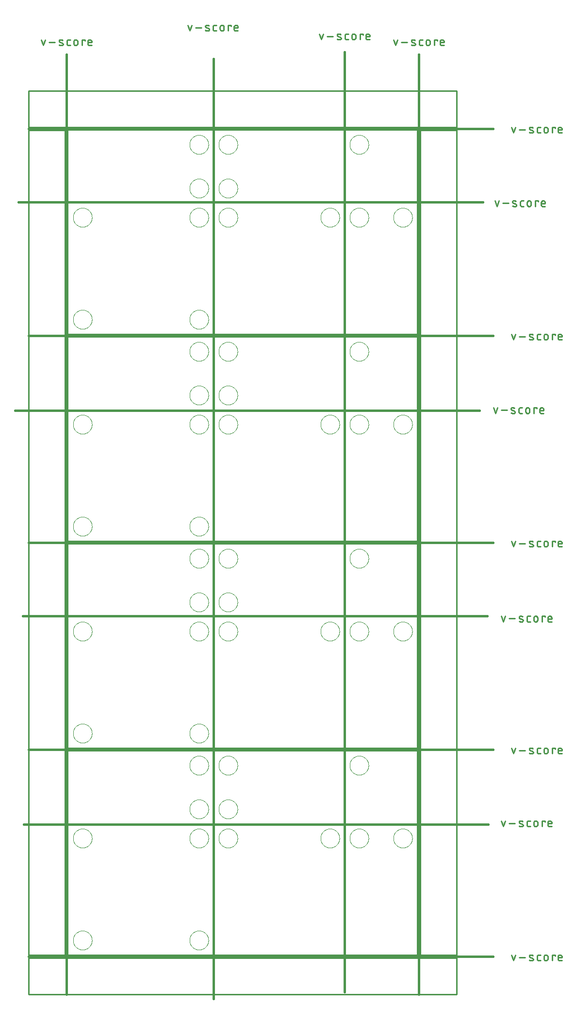
<source format=gko>
G75*
%MOIN*%
%OFA0B0*%
%FSLAX25Y25*%
%IPPOS*%
%LPD*%
%AMOC8*
5,1,8,0,0,1.08239X$1,22.5*
%
%ADD10C,0.00800*%
%ADD11C,0.01500*%
%ADD12C,0.01100*%
%ADD13C,0.01000*%
%ADD14C,0.00000*%
D10*
X0053342Y0031750D02*
X0053342Y0171750D01*
X0293342Y0171750D01*
X0293342Y0031750D01*
X0053342Y0031750D01*
X0053342Y0121750D02*
X0293342Y0121750D01*
X0293342Y0173750D02*
X0053342Y0173750D01*
X0053342Y0313750D01*
X0293342Y0313750D01*
X0293342Y0173750D01*
X0243342Y0173750D02*
X0243342Y0313750D01*
X0243342Y0315750D02*
X0243342Y0455750D01*
X0243342Y0457750D02*
X0243342Y0597750D01*
X0293342Y0597750D02*
X0293342Y0457750D01*
X0053342Y0457750D01*
X0053342Y0597750D01*
X0293342Y0597750D01*
X0293342Y0547750D02*
X0053342Y0547750D01*
X0053342Y0455750D02*
X0053342Y0315750D01*
X0293342Y0315750D01*
X0293342Y0455750D01*
X0053342Y0455750D01*
X0053342Y0405750D02*
X0293342Y0405750D01*
X0293342Y0263750D02*
X0053342Y0263750D01*
X0153342Y0313750D02*
X0153342Y0173750D01*
X0153342Y0171750D02*
X0153342Y0031750D01*
X0243342Y0031750D02*
X0243342Y0171750D01*
X0153342Y0315750D02*
X0153342Y0455750D01*
X0153342Y0457750D02*
X0153342Y0597750D01*
D11*
X0153342Y0646750D02*
X0153342Y0001750D01*
X0243342Y0006250D02*
X0243342Y0651250D01*
X0294342Y0649750D02*
X0294342Y0004750D01*
X0345342Y0030750D02*
X0026342Y0030750D01*
X0052342Y0004750D02*
X0052342Y0649750D01*
X0026342Y0598750D02*
X0345342Y0598750D01*
X0338342Y0548250D02*
X0019342Y0548250D01*
X0026342Y0456750D02*
X0345342Y0456750D01*
X0335842Y0405250D02*
X0016842Y0405250D01*
X0026342Y0314750D02*
X0345342Y0314750D01*
X0341342Y0264250D02*
X0022342Y0264250D01*
X0026342Y0172750D02*
X0345342Y0172750D01*
X0341842Y0121250D02*
X0022842Y0121250D01*
D12*
X0036444Y0655800D02*
X0037755Y0659733D01*
X0035133Y0659733D02*
X0036444Y0655800D01*
X0040426Y0658094D02*
X0044359Y0658094D01*
X0047727Y0658094D02*
X0049366Y0657439D01*
X0049367Y0657439D02*
X0049419Y0657416D01*
X0049470Y0657389D01*
X0049519Y0657359D01*
X0049566Y0657326D01*
X0049611Y0657290D01*
X0049653Y0657250D01*
X0049692Y0657208D01*
X0049728Y0657164D01*
X0049761Y0657117D01*
X0049791Y0657067D01*
X0049818Y0657016D01*
X0049841Y0656964D01*
X0049860Y0656910D01*
X0049876Y0656854D01*
X0049888Y0656798D01*
X0049896Y0656741D01*
X0049900Y0656684D01*
X0049901Y0656626D01*
X0049897Y0656569D01*
X0049890Y0656512D01*
X0049878Y0656455D01*
X0049863Y0656400D01*
X0049845Y0656345D01*
X0049822Y0656292D01*
X0049796Y0656241D01*
X0049767Y0656192D01*
X0049734Y0656144D01*
X0049698Y0656099D01*
X0049660Y0656057D01*
X0049618Y0656017D01*
X0049574Y0655980D01*
X0049527Y0655946D01*
X0049479Y0655915D01*
X0049428Y0655888D01*
X0049376Y0655864D01*
X0049322Y0655844D01*
X0049267Y0655828D01*
X0049211Y0655815D01*
X0049154Y0655806D01*
X0049096Y0655801D01*
X0049039Y0655800D01*
X0049530Y0659405D02*
X0049423Y0659451D01*
X0049314Y0659494D01*
X0049204Y0659534D01*
X0049092Y0659570D01*
X0048980Y0659602D01*
X0048866Y0659631D01*
X0048752Y0659657D01*
X0048637Y0659678D01*
X0048522Y0659697D01*
X0048405Y0659711D01*
X0048289Y0659722D01*
X0048172Y0659729D01*
X0048055Y0659733D01*
X0048055Y0659734D02*
X0047998Y0659733D01*
X0047940Y0659728D01*
X0047883Y0659719D01*
X0047827Y0659706D01*
X0047772Y0659690D01*
X0047718Y0659670D01*
X0047666Y0659646D01*
X0047615Y0659619D01*
X0047567Y0659588D01*
X0047520Y0659554D01*
X0047476Y0659517D01*
X0047434Y0659477D01*
X0047396Y0659435D01*
X0047360Y0659390D01*
X0047327Y0659342D01*
X0047298Y0659293D01*
X0047272Y0659242D01*
X0047249Y0659189D01*
X0047231Y0659134D01*
X0047216Y0659079D01*
X0047204Y0659022D01*
X0047197Y0658965D01*
X0047193Y0658908D01*
X0047194Y0658850D01*
X0047198Y0658793D01*
X0047206Y0658736D01*
X0047218Y0658680D01*
X0047234Y0658624D01*
X0047253Y0658570D01*
X0047276Y0658518D01*
X0047303Y0658467D01*
X0047333Y0658417D01*
X0047366Y0658370D01*
X0047402Y0658326D01*
X0047441Y0658284D01*
X0047483Y0658244D01*
X0047528Y0658208D01*
X0047575Y0658175D01*
X0047624Y0658145D01*
X0047675Y0658118D01*
X0047727Y0658095D01*
X0047236Y0656128D02*
X0047370Y0656082D01*
X0047505Y0656039D01*
X0047641Y0656000D01*
X0047778Y0655964D01*
X0047915Y0655932D01*
X0048054Y0655903D01*
X0048193Y0655877D01*
X0048333Y0655856D01*
X0048474Y0655837D01*
X0048614Y0655823D01*
X0048756Y0655812D01*
X0048897Y0655804D01*
X0049039Y0655801D01*
X0052580Y0656783D02*
X0052580Y0658750D01*
X0052582Y0658812D01*
X0052588Y0658873D01*
X0052597Y0658934D01*
X0052611Y0658994D01*
X0052628Y0659054D01*
X0052649Y0659112D01*
X0052674Y0659169D01*
X0052702Y0659224D01*
X0052733Y0659277D01*
X0052768Y0659328D01*
X0052806Y0659377D01*
X0052846Y0659423D01*
X0052890Y0659467D01*
X0052936Y0659507D01*
X0052985Y0659545D01*
X0053036Y0659580D01*
X0053089Y0659611D01*
X0053144Y0659639D01*
X0053201Y0659664D01*
X0053259Y0659685D01*
X0053319Y0659702D01*
X0053379Y0659716D01*
X0053440Y0659725D01*
X0053501Y0659731D01*
X0053563Y0659733D01*
X0054874Y0659733D01*
X0057287Y0658422D02*
X0057287Y0657111D01*
X0057289Y0657040D01*
X0057295Y0656969D01*
X0057304Y0656899D01*
X0057318Y0656829D01*
X0057335Y0656760D01*
X0057356Y0656692D01*
X0057380Y0656626D01*
X0057408Y0656561D01*
X0057440Y0656497D01*
X0057475Y0656435D01*
X0057513Y0656375D01*
X0057554Y0656318D01*
X0057599Y0656262D01*
X0057646Y0656209D01*
X0057696Y0656159D01*
X0057749Y0656112D01*
X0057805Y0656067D01*
X0057862Y0656026D01*
X0057922Y0655988D01*
X0057984Y0655953D01*
X0058048Y0655921D01*
X0058113Y0655893D01*
X0058179Y0655869D01*
X0058247Y0655848D01*
X0058316Y0655831D01*
X0058386Y0655817D01*
X0058456Y0655808D01*
X0058527Y0655802D01*
X0058598Y0655800D01*
X0058669Y0655802D01*
X0058740Y0655808D01*
X0058810Y0655817D01*
X0058880Y0655831D01*
X0058949Y0655848D01*
X0059017Y0655869D01*
X0059083Y0655893D01*
X0059148Y0655921D01*
X0059212Y0655953D01*
X0059274Y0655988D01*
X0059334Y0656026D01*
X0059391Y0656067D01*
X0059447Y0656112D01*
X0059500Y0656159D01*
X0059550Y0656209D01*
X0059597Y0656262D01*
X0059642Y0656318D01*
X0059683Y0656375D01*
X0059721Y0656435D01*
X0059756Y0656497D01*
X0059788Y0656561D01*
X0059816Y0656626D01*
X0059840Y0656692D01*
X0059861Y0656760D01*
X0059878Y0656829D01*
X0059892Y0656899D01*
X0059901Y0656969D01*
X0059907Y0657040D01*
X0059909Y0657111D01*
X0059910Y0657111D02*
X0059910Y0658422D01*
X0059909Y0658422D02*
X0059907Y0658493D01*
X0059901Y0658564D01*
X0059892Y0658634D01*
X0059878Y0658704D01*
X0059861Y0658773D01*
X0059840Y0658841D01*
X0059816Y0658907D01*
X0059788Y0658972D01*
X0059756Y0659036D01*
X0059721Y0659098D01*
X0059683Y0659158D01*
X0059642Y0659215D01*
X0059597Y0659271D01*
X0059550Y0659324D01*
X0059500Y0659374D01*
X0059447Y0659421D01*
X0059391Y0659466D01*
X0059334Y0659507D01*
X0059274Y0659545D01*
X0059212Y0659580D01*
X0059148Y0659612D01*
X0059083Y0659640D01*
X0059017Y0659664D01*
X0058949Y0659685D01*
X0058880Y0659702D01*
X0058810Y0659716D01*
X0058740Y0659725D01*
X0058669Y0659731D01*
X0058598Y0659733D01*
X0058527Y0659731D01*
X0058456Y0659725D01*
X0058386Y0659716D01*
X0058316Y0659702D01*
X0058247Y0659685D01*
X0058179Y0659664D01*
X0058113Y0659640D01*
X0058048Y0659612D01*
X0057984Y0659580D01*
X0057922Y0659545D01*
X0057862Y0659507D01*
X0057805Y0659466D01*
X0057749Y0659421D01*
X0057696Y0659374D01*
X0057646Y0659324D01*
X0057599Y0659271D01*
X0057554Y0659215D01*
X0057513Y0659158D01*
X0057475Y0659098D01*
X0057440Y0659036D01*
X0057408Y0658972D01*
X0057380Y0658907D01*
X0057356Y0658841D01*
X0057335Y0658773D01*
X0057318Y0658704D01*
X0057304Y0658634D01*
X0057295Y0658564D01*
X0057289Y0658493D01*
X0057287Y0658422D01*
X0054874Y0655800D02*
X0053563Y0655800D01*
X0053501Y0655802D01*
X0053440Y0655808D01*
X0053379Y0655817D01*
X0053319Y0655831D01*
X0053259Y0655848D01*
X0053201Y0655869D01*
X0053144Y0655894D01*
X0053089Y0655922D01*
X0053036Y0655953D01*
X0052985Y0655988D01*
X0052936Y0656026D01*
X0052890Y0656066D01*
X0052846Y0656110D01*
X0052806Y0656156D01*
X0052768Y0656205D01*
X0052733Y0656256D01*
X0052702Y0656309D01*
X0052674Y0656364D01*
X0052649Y0656421D01*
X0052628Y0656479D01*
X0052611Y0656539D01*
X0052597Y0656599D01*
X0052588Y0656660D01*
X0052582Y0656721D01*
X0052580Y0656783D01*
X0062876Y0655800D02*
X0062876Y0659733D01*
X0064843Y0659733D01*
X0064843Y0659078D01*
X0066929Y0658422D02*
X0066929Y0656783D01*
X0066931Y0656721D01*
X0066937Y0656660D01*
X0066946Y0656599D01*
X0066960Y0656539D01*
X0066977Y0656479D01*
X0066998Y0656421D01*
X0067023Y0656364D01*
X0067051Y0656309D01*
X0067082Y0656256D01*
X0067117Y0656205D01*
X0067155Y0656156D01*
X0067195Y0656110D01*
X0067239Y0656066D01*
X0067285Y0656026D01*
X0067334Y0655988D01*
X0067385Y0655953D01*
X0067438Y0655922D01*
X0067493Y0655894D01*
X0067550Y0655869D01*
X0067608Y0655848D01*
X0067668Y0655831D01*
X0067728Y0655817D01*
X0067789Y0655808D01*
X0067850Y0655802D01*
X0067912Y0655800D01*
X0069551Y0655800D01*
X0069551Y0657767D02*
X0066929Y0657767D01*
X0066929Y0658422D02*
X0066931Y0658493D01*
X0066937Y0658564D01*
X0066946Y0658634D01*
X0066960Y0658704D01*
X0066977Y0658773D01*
X0066998Y0658841D01*
X0067022Y0658907D01*
X0067050Y0658972D01*
X0067082Y0659036D01*
X0067117Y0659098D01*
X0067155Y0659158D01*
X0067196Y0659215D01*
X0067241Y0659271D01*
X0067288Y0659324D01*
X0067338Y0659374D01*
X0067391Y0659421D01*
X0067447Y0659466D01*
X0067504Y0659507D01*
X0067564Y0659545D01*
X0067626Y0659580D01*
X0067690Y0659612D01*
X0067755Y0659640D01*
X0067821Y0659664D01*
X0067889Y0659685D01*
X0067958Y0659702D01*
X0068028Y0659716D01*
X0068098Y0659725D01*
X0068169Y0659731D01*
X0068240Y0659733D01*
X0068311Y0659731D01*
X0068382Y0659725D01*
X0068452Y0659716D01*
X0068522Y0659702D01*
X0068591Y0659685D01*
X0068659Y0659664D01*
X0068725Y0659640D01*
X0068790Y0659612D01*
X0068854Y0659580D01*
X0068916Y0659545D01*
X0068976Y0659507D01*
X0069033Y0659466D01*
X0069089Y0659421D01*
X0069142Y0659374D01*
X0069192Y0659324D01*
X0069239Y0659271D01*
X0069284Y0659215D01*
X0069325Y0659158D01*
X0069363Y0659098D01*
X0069398Y0659036D01*
X0069430Y0658972D01*
X0069458Y0658907D01*
X0069482Y0658841D01*
X0069503Y0658773D01*
X0069520Y0658704D01*
X0069534Y0658634D01*
X0069543Y0658564D01*
X0069549Y0658493D01*
X0069551Y0658422D01*
X0069551Y0657767D01*
X0135633Y0669733D02*
X0136944Y0665800D01*
X0138255Y0669733D01*
X0140926Y0668094D02*
X0144859Y0668094D01*
X0148227Y0668094D02*
X0149866Y0667439D01*
X0149867Y0667439D02*
X0149919Y0667416D01*
X0149970Y0667389D01*
X0150019Y0667359D01*
X0150066Y0667326D01*
X0150111Y0667290D01*
X0150153Y0667250D01*
X0150192Y0667208D01*
X0150228Y0667164D01*
X0150261Y0667117D01*
X0150291Y0667067D01*
X0150318Y0667016D01*
X0150341Y0666964D01*
X0150360Y0666910D01*
X0150376Y0666854D01*
X0150388Y0666798D01*
X0150396Y0666741D01*
X0150400Y0666684D01*
X0150401Y0666626D01*
X0150397Y0666569D01*
X0150390Y0666512D01*
X0150378Y0666455D01*
X0150363Y0666400D01*
X0150345Y0666345D01*
X0150322Y0666292D01*
X0150296Y0666241D01*
X0150267Y0666192D01*
X0150234Y0666144D01*
X0150198Y0666099D01*
X0150160Y0666057D01*
X0150118Y0666017D01*
X0150074Y0665980D01*
X0150027Y0665946D01*
X0149979Y0665915D01*
X0149928Y0665888D01*
X0149876Y0665864D01*
X0149822Y0665844D01*
X0149767Y0665828D01*
X0149711Y0665815D01*
X0149654Y0665806D01*
X0149596Y0665801D01*
X0149539Y0665800D01*
X0150030Y0669405D02*
X0149923Y0669451D01*
X0149814Y0669494D01*
X0149704Y0669534D01*
X0149592Y0669570D01*
X0149480Y0669602D01*
X0149366Y0669631D01*
X0149252Y0669657D01*
X0149137Y0669678D01*
X0149022Y0669697D01*
X0148905Y0669711D01*
X0148789Y0669722D01*
X0148672Y0669729D01*
X0148555Y0669733D01*
X0148555Y0669734D02*
X0148498Y0669733D01*
X0148440Y0669728D01*
X0148383Y0669719D01*
X0148327Y0669706D01*
X0148272Y0669690D01*
X0148218Y0669670D01*
X0148166Y0669646D01*
X0148115Y0669619D01*
X0148067Y0669588D01*
X0148020Y0669554D01*
X0147976Y0669517D01*
X0147934Y0669477D01*
X0147896Y0669435D01*
X0147860Y0669390D01*
X0147827Y0669342D01*
X0147798Y0669293D01*
X0147772Y0669242D01*
X0147749Y0669189D01*
X0147731Y0669134D01*
X0147716Y0669079D01*
X0147704Y0669022D01*
X0147697Y0668965D01*
X0147693Y0668908D01*
X0147694Y0668850D01*
X0147698Y0668793D01*
X0147706Y0668736D01*
X0147718Y0668680D01*
X0147734Y0668624D01*
X0147753Y0668570D01*
X0147776Y0668518D01*
X0147803Y0668467D01*
X0147833Y0668417D01*
X0147866Y0668370D01*
X0147902Y0668326D01*
X0147941Y0668284D01*
X0147983Y0668244D01*
X0148028Y0668208D01*
X0148075Y0668175D01*
X0148124Y0668145D01*
X0148175Y0668118D01*
X0148227Y0668095D01*
X0147736Y0666128D02*
X0147870Y0666082D01*
X0148005Y0666039D01*
X0148141Y0666000D01*
X0148278Y0665964D01*
X0148415Y0665932D01*
X0148554Y0665903D01*
X0148693Y0665877D01*
X0148833Y0665856D01*
X0148974Y0665837D01*
X0149114Y0665823D01*
X0149256Y0665812D01*
X0149397Y0665804D01*
X0149539Y0665801D01*
X0153080Y0666783D02*
X0153080Y0668750D01*
X0153082Y0668812D01*
X0153088Y0668873D01*
X0153097Y0668934D01*
X0153111Y0668994D01*
X0153128Y0669054D01*
X0153149Y0669112D01*
X0153174Y0669169D01*
X0153202Y0669224D01*
X0153233Y0669277D01*
X0153268Y0669328D01*
X0153306Y0669377D01*
X0153346Y0669423D01*
X0153390Y0669467D01*
X0153436Y0669507D01*
X0153485Y0669545D01*
X0153536Y0669580D01*
X0153589Y0669611D01*
X0153644Y0669639D01*
X0153701Y0669664D01*
X0153759Y0669685D01*
X0153819Y0669702D01*
X0153879Y0669716D01*
X0153940Y0669725D01*
X0154001Y0669731D01*
X0154063Y0669733D01*
X0155374Y0669733D01*
X0157787Y0668422D02*
X0157787Y0667111D01*
X0157789Y0667040D01*
X0157795Y0666969D01*
X0157804Y0666899D01*
X0157818Y0666829D01*
X0157835Y0666760D01*
X0157856Y0666692D01*
X0157880Y0666626D01*
X0157908Y0666561D01*
X0157940Y0666497D01*
X0157975Y0666435D01*
X0158013Y0666375D01*
X0158054Y0666318D01*
X0158099Y0666262D01*
X0158146Y0666209D01*
X0158196Y0666159D01*
X0158249Y0666112D01*
X0158305Y0666067D01*
X0158362Y0666026D01*
X0158422Y0665988D01*
X0158484Y0665953D01*
X0158548Y0665921D01*
X0158613Y0665893D01*
X0158679Y0665869D01*
X0158747Y0665848D01*
X0158816Y0665831D01*
X0158886Y0665817D01*
X0158956Y0665808D01*
X0159027Y0665802D01*
X0159098Y0665800D01*
X0159169Y0665802D01*
X0159240Y0665808D01*
X0159310Y0665817D01*
X0159380Y0665831D01*
X0159449Y0665848D01*
X0159517Y0665869D01*
X0159583Y0665893D01*
X0159648Y0665921D01*
X0159712Y0665953D01*
X0159774Y0665988D01*
X0159834Y0666026D01*
X0159891Y0666067D01*
X0159947Y0666112D01*
X0160000Y0666159D01*
X0160050Y0666209D01*
X0160097Y0666262D01*
X0160142Y0666318D01*
X0160183Y0666375D01*
X0160221Y0666435D01*
X0160256Y0666497D01*
X0160288Y0666561D01*
X0160316Y0666626D01*
X0160340Y0666692D01*
X0160361Y0666760D01*
X0160378Y0666829D01*
X0160392Y0666899D01*
X0160401Y0666969D01*
X0160407Y0667040D01*
X0160409Y0667111D01*
X0160410Y0667111D02*
X0160410Y0668422D01*
X0160409Y0668422D02*
X0160407Y0668493D01*
X0160401Y0668564D01*
X0160392Y0668634D01*
X0160378Y0668704D01*
X0160361Y0668773D01*
X0160340Y0668841D01*
X0160316Y0668907D01*
X0160288Y0668972D01*
X0160256Y0669036D01*
X0160221Y0669098D01*
X0160183Y0669158D01*
X0160142Y0669215D01*
X0160097Y0669271D01*
X0160050Y0669324D01*
X0160000Y0669374D01*
X0159947Y0669421D01*
X0159891Y0669466D01*
X0159834Y0669507D01*
X0159774Y0669545D01*
X0159712Y0669580D01*
X0159648Y0669612D01*
X0159583Y0669640D01*
X0159517Y0669664D01*
X0159449Y0669685D01*
X0159380Y0669702D01*
X0159310Y0669716D01*
X0159240Y0669725D01*
X0159169Y0669731D01*
X0159098Y0669733D01*
X0159027Y0669731D01*
X0158956Y0669725D01*
X0158886Y0669716D01*
X0158816Y0669702D01*
X0158747Y0669685D01*
X0158679Y0669664D01*
X0158613Y0669640D01*
X0158548Y0669612D01*
X0158484Y0669580D01*
X0158422Y0669545D01*
X0158362Y0669507D01*
X0158305Y0669466D01*
X0158249Y0669421D01*
X0158196Y0669374D01*
X0158146Y0669324D01*
X0158099Y0669271D01*
X0158054Y0669215D01*
X0158013Y0669158D01*
X0157975Y0669098D01*
X0157940Y0669036D01*
X0157908Y0668972D01*
X0157880Y0668907D01*
X0157856Y0668841D01*
X0157835Y0668773D01*
X0157818Y0668704D01*
X0157804Y0668634D01*
X0157795Y0668564D01*
X0157789Y0668493D01*
X0157787Y0668422D01*
X0155374Y0665800D02*
X0154063Y0665800D01*
X0154001Y0665802D01*
X0153940Y0665808D01*
X0153879Y0665817D01*
X0153819Y0665831D01*
X0153759Y0665848D01*
X0153701Y0665869D01*
X0153644Y0665894D01*
X0153589Y0665922D01*
X0153536Y0665953D01*
X0153485Y0665988D01*
X0153436Y0666026D01*
X0153390Y0666066D01*
X0153346Y0666110D01*
X0153306Y0666156D01*
X0153268Y0666205D01*
X0153233Y0666256D01*
X0153202Y0666309D01*
X0153174Y0666364D01*
X0153149Y0666421D01*
X0153128Y0666479D01*
X0153111Y0666539D01*
X0153097Y0666599D01*
X0153088Y0666660D01*
X0153082Y0666721D01*
X0153080Y0666783D01*
X0163376Y0665800D02*
X0163376Y0669733D01*
X0165343Y0669733D01*
X0165343Y0669078D01*
X0167429Y0668422D02*
X0167429Y0666783D01*
X0167431Y0666721D01*
X0167437Y0666660D01*
X0167446Y0666599D01*
X0167460Y0666539D01*
X0167477Y0666479D01*
X0167498Y0666421D01*
X0167523Y0666364D01*
X0167551Y0666309D01*
X0167582Y0666256D01*
X0167617Y0666205D01*
X0167655Y0666156D01*
X0167695Y0666110D01*
X0167739Y0666066D01*
X0167785Y0666026D01*
X0167834Y0665988D01*
X0167885Y0665953D01*
X0167938Y0665922D01*
X0167993Y0665894D01*
X0168050Y0665869D01*
X0168108Y0665848D01*
X0168168Y0665831D01*
X0168228Y0665817D01*
X0168289Y0665808D01*
X0168350Y0665802D01*
X0168412Y0665800D01*
X0170051Y0665800D01*
X0170051Y0667767D02*
X0167429Y0667767D01*
X0167429Y0668422D02*
X0167431Y0668493D01*
X0167437Y0668564D01*
X0167446Y0668634D01*
X0167460Y0668704D01*
X0167477Y0668773D01*
X0167498Y0668841D01*
X0167522Y0668907D01*
X0167550Y0668972D01*
X0167582Y0669036D01*
X0167617Y0669098D01*
X0167655Y0669158D01*
X0167696Y0669215D01*
X0167741Y0669271D01*
X0167788Y0669324D01*
X0167838Y0669374D01*
X0167891Y0669421D01*
X0167947Y0669466D01*
X0168004Y0669507D01*
X0168064Y0669545D01*
X0168126Y0669580D01*
X0168190Y0669612D01*
X0168255Y0669640D01*
X0168321Y0669664D01*
X0168389Y0669685D01*
X0168458Y0669702D01*
X0168528Y0669716D01*
X0168598Y0669725D01*
X0168669Y0669731D01*
X0168740Y0669733D01*
X0168811Y0669731D01*
X0168882Y0669725D01*
X0168952Y0669716D01*
X0169022Y0669702D01*
X0169091Y0669685D01*
X0169159Y0669664D01*
X0169225Y0669640D01*
X0169290Y0669612D01*
X0169354Y0669580D01*
X0169416Y0669545D01*
X0169476Y0669507D01*
X0169533Y0669466D01*
X0169589Y0669421D01*
X0169642Y0669374D01*
X0169692Y0669324D01*
X0169739Y0669271D01*
X0169784Y0669215D01*
X0169825Y0669158D01*
X0169863Y0669098D01*
X0169898Y0669036D01*
X0169930Y0668972D01*
X0169958Y0668907D01*
X0169982Y0668841D01*
X0170003Y0668773D01*
X0170020Y0668704D01*
X0170034Y0668634D01*
X0170043Y0668564D01*
X0170049Y0668493D01*
X0170051Y0668422D01*
X0170051Y0667767D01*
X0226133Y0663733D02*
X0227444Y0659800D01*
X0228755Y0663733D01*
X0231426Y0662094D02*
X0235359Y0662094D01*
X0238727Y0662094D02*
X0240366Y0661439D01*
X0240367Y0661439D02*
X0240419Y0661416D01*
X0240470Y0661389D01*
X0240519Y0661359D01*
X0240566Y0661326D01*
X0240611Y0661290D01*
X0240653Y0661250D01*
X0240692Y0661208D01*
X0240728Y0661164D01*
X0240761Y0661117D01*
X0240791Y0661067D01*
X0240818Y0661016D01*
X0240841Y0660964D01*
X0240860Y0660910D01*
X0240876Y0660854D01*
X0240888Y0660798D01*
X0240896Y0660741D01*
X0240900Y0660684D01*
X0240901Y0660626D01*
X0240897Y0660569D01*
X0240890Y0660512D01*
X0240878Y0660455D01*
X0240863Y0660400D01*
X0240845Y0660345D01*
X0240822Y0660292D01*
X0240796Y0660241D01*
X0240767Y0660192D01*
X0240734Y0660144D01*
X0240698Y0660099D01*
X0240660Y0660057D01*
X0240618Y0660017D01*
X0240574Y0659980D01*
X0240527Y0659946D01*
X0240479Y0659915D01*
X0240428Y0659888D01*
X0240376Y0659864D01*
X0240322Y0659844D01*
X0240267Y0659828D01*
X0240211Y0659815D01*
X0240154Y0659806D01*
X0240096Y0659801D01*
X0240039Y0659800D01*
X0240530Y0663405D02*
X0240423Y0663451D01*
X0240314Y0663494D01*
X0240204Y0663534D01*
X0240092Y0663570D01*
X0239980Y0663602D01*
X0239866Y0663631D01*
X0239752Y0663657D01*
X0239637Y0663678D01*
X0239522Y0663697D01*
X0239405Y0663711D01*
X0239289Y0663722D01*
X0239172Y0663729D01*
X0239055Y0663733D01*
X0239055Y0663734D02*
X0238998Y0663733D01*
X0238940Y0663728D01*
X0238883Y0663719D01*
X0238827Y0663706D01*
X0238772Y0663690D01*
X0238718Y0663670D01*
X0238666Y0663646D01*
X0238615Y0663619D01*
X0238567Y0663588D01*
X0238520Y0663554D01*
X0238476Y0663517D01*
X0238434Y0663477D01*
X0238396Y0663435D01*
X0238360Y0663390D01*
X0238327Y0663342D01*
X0238298Y0663293D01*
X0238272Y0663242D01*
X0238249Y0663189D01*
X0238231Y0663134D01*
X0238216Y0663079D01*
X0238204Y0663022D01*
X0238197Y0662965D01*
X0238193Y0662908D01*
X0238194Y0662850D01*
X0238198Y0662793D01*
X0238206Y0662736D01*
X0238218Y0662680D01*
X0238234Y0662624D01*
X0238253Y0662570D01*
X0238276Y0662518D01*
X0238303Y0662467D01*
X0238333Y0662417D01*
X0238366Y0662370D01*
X0238402Y0662326D01*
X0238441Y0662284D01*
X0238483Y0662244D01*
X0238528Y0662208D01*
X0238575Y0662175D01*
X0238624Y0662145D01*
X0238675Y0662118D01*
X0238727Y0662095D01*
X0238236Y0660128D02*
X0238370Y0660082D01*
X0238505Y0660039D01*
X0238641Y0660000D01*
X0238778Y0659964D01*
X0238915Y0659932D01*
X0239054Y0659903D01*
X0239193Y0659877D01*
X0239333Y0659856D01*
X0239474Y0659837D01*
X0239614Y0659823D01*
X0239756Y0659812D01*
X0239897Y0659804D01*
X0240039Y0659801D01*
X0243580Y0660783D02*
X0243580Y0662750D01*
X0243582Y0662812D01*
X0243588Y0662873D01*
X0243597Y0662934D01*
X0243611Y0662994D01*
X0243628Y0663054D01*
X0243649Y0663112D01*
X0243674Y0663169D01*
X0243702Y0663224D01*
X0243733Y0663277D01*
X0243768Y0663328D01*
X0243806Y0663377D01*
X0243846Y0663423D01*
X0243890Y0663467D01*
X0243936Y0663507D01*
X0243985Y0663545D01*
X0244036Y0663580D01*
X0244089Y0663611D01*
X0244144Y0663639D01*
X0244201Y0663664D01*
X0244259Y0663685D01*
X0244319Y0663702D01*
X0244379Y0663716D01*
X0244440Y0663725D01*
X0244501Y0663731D01*
X0244563Y0663733D01*
X0245874Y0663733D01*
X0248287Y0662422D02*
X0248287Y0661111D01*
X0248289Y0661040D01*
X0248295Y0660969D01*
X0248304Y0660899D01*
X0248318Y0660829D01*
X0248335Y0660760D01*
X0248356Y0660692D01*
X0248380Y0660626D01*
X0248408Y0660561D01*
X0248440Y0660497D01*
X0248475Y0660435D01*
X0248513Y0660375D01*
X0248554Y0660318D01*
X0248599Y0660262D01*
X0248646Y0660209D01*
X0248696Y0660159D01*
X0248749Y0660112D01*
X0248805Y0660067D01*
X0248862Y0660026D01*
X0248922Y0659988D01*
X0248984Y0659953D01*
X0249048Y0659921D01*
X0249113Y0659893D01*
X0249179Y0659869D01*
X0249247Y0659848D01*
X0249316Y0659831D01*
X0249386Y0659817D01*
X0249456Y0659808D01*
X0249527Y0659802D01*
X0249598Y0659800D01*
X0249669Y0659802D01*
X0249740Y0659808D01*
X0249810Y0659817D01*
X0249880Y0659831D01*
X0249949Y0659848D01*
X0250017Y0659869D01*
X0250083Y0659893D01*
X0250148Y0659921D01*
X0250212Y0659953D01*
X0250274Y0659988D01*
X0250334Y0660026D01*
X0250391Y0660067D01*
X0250447Y0660112D01*
X0250500Y0660159D01*
X0250550Y0660209D01*
X0250597Y0660262D01*
X0250642Y0660318D01*
X0250683Y0660375D01*
X0250721Y0660435D01*
X0250756Y0660497D01*
X0250788Y0660561D01*
X0250816Y0660626D01*
X0250840Y0660692D01*
X0250861Y0660760D01*
X0250878Y0660829D01*
X0250892Y0660899D01*
X0250901Y0660969D01*
X0250907Y0661040D01*
X0250909Y0661111D01*
X0250910Y0661111D02*
X0250910Y0662422D01*
X0250909Y0662422D02*
X0250907Y0662493D01*
X0250901Y0662564D01*
X0250892Y0662634D01*
X0250878Y0662704D01*
X0250861Y0662773D01*
X0250840Y0662841D01*
X0250816Y0662907D01*
X0250788Y0662972D01*
X0250756Y0663036D01*
X0250721Y0663098D01*
X0250683Y0663158D01*
X0250642Y0663215D01*
X0250597Y0663271D01*
X0250550Y0663324D01*
X0250500Y0663374D01*
X0250447Y0663421D01*
X0250391Y0663466D01*
X0250334Y0663507D01*
X0250274Y0663545D01*
X0250212Y0663580D01*
X0250148Y0663612D01*
X0250083Y0663640D01*
X0250017Y0663664D01*
X0249949Y0663685D01*
X0249880Y0663702D01*
X0249810Y0663716D01*
X0249740Y0663725D01*
X0249669Y0663731D01*
X0249598Y0663733D01*
X0249527Y0663731D01*
X0249456Y0663725D01*
X0249386Y0663716D01*
X0249316Y0663702D01*
X0249247Y0663685D01*
X0249179Y0663664D01*
X0249113Y0663640D01*
X0249048Y0663612D01*
X0248984Y0663580D01*
X0248922Y0663545D01*
X0248862Y0663507D01*
X0248805Y0663466D01*
X0248749Y0663421D01*
X0248696Y0663374D01*
X0248646Y0663324D01*
X0248599Y0663271D01*
X0248554Y0663215D01*
X0248513Y0663158D01*
X0248475Y0663098D01*
X0248440Y0663036D01*
X0248408Y0662972D01*
X0248380Y0662907D01*
X0248356Y0662841D01*
X0248335Y0662773D01*
X0248318Y0662704D01*
X0248304Y0662634D01*
X0248295Y0662564D01*
X0248289Y0662493D01*
X0248287Y0662422D01*
X0245874Y0659800D02*
X0244563Y0659800D01*
X0244501Y0659802D01*
X0244440Y0659808D01*
X0244379Y0659817D01*
X0244319Y0659831D01*
X0244259Y0659848D01*
X0244201Y0659869D01*
X0244144Y0659894D01*
X0244089Y0659922D01*
X0244036Y0659953D01*
X0243985Y0659988D01*
X0243936Y0660026D01*
X0243890Y0660066D01*
X0243846Y0660110D01*
X0243806Y0660156D01*
X0243768Y0660205D01*
X0243733Y0660256D01*
X0243702Y0660309D01*
X0243674Y0660364D01*
X0243649Y0660421D01*
X0243628Y0660479D01*
X0243611Y0660539D01*
X0243597Y0660599D01*
X0243588Y0660660D01*
X0243582Y0660721D01*
X0243580Y0660783D01*
X0253876Y0659800D02*
X0253876Y0663733D01*
X0255843Y0663733D01*
X0255843Y0663078D01*
X0257929Y0662422D02*
X0257929Y0660783D01*
X0257931Y0660721D01*
X0257937Y0660660D01*
X0257946Y0660599D01*
X0257960Y0660539D01*
X0257977Y0660479D01*
X0257998Y0660421D01*
X0258023Y0660364D01*
X0258051Y0660309D01*
X0258082Y0660256D01*
X0258117Y0660205D01*
X0258155Y0660156D01*
X0258195Y0660110D01*
X0258239Y0660066D01*
X0258285Y0660026D01*
X0258334Y0659988D01*
X0258385Y0659953D01*
X0258438Y0659922D01*
X0258493Y0659894D01*
X0258550Y0659869D01*
X0258608Y0659848D01*
X0258668Y0659831D01*
X0258728Y0659817D01*
X0258789Y0659808D01*
X0258850Y0659802D01*
X0258912Y0659800D01*
X0260551Y0659800D01*
X0260551Y0661767D02*
X0257929Y0661767D01*
X0257929Y0662422D02*
X0257931Y0662493D01*
X0257937Y0662564D01*
X0257946Y0662634D01*
X0257960Y0662704D01*
X0257977Y0662773D01*
X0257998Y0662841D01*
X0258022Y0662907D01*
X0258050Y0662972D01*
X0258082Y0663036D01*
X0258117Y0663098D01*
X0258155Y0663158D01*
X0258196Y0663215D01*
X0258241Y0663271D01*
X0258288Y0663324D01*
X0258338Y0663374D01*
X0258391Y0663421D01*
X0258447Y0663466D01*
X0258504Y0663507D01*
X0258564Y0663545D01*
X0258626Y0663580D01*
X0258690Y0663612D01*
X0258755Y0663640D01*
X0258821Y0663664D01*
X0258889Y0663685D01*
X0258958Y0663702D01*
X0259028Y0663716D01*
X0259098Y0663725D01*
X0259169Y0663731D01*
X0259240Y0663733D01*
X0259311Y0663731D01*
X0259382Y0663725D01*
X0259452Y0663716D01*
X0259522Y0663702D01*
X0259591Y0663685D01*
X0259659Y0663664D01*
X0259725Y0663640D01*
X0259790Y0663612D01*
X0259854Y0663580D01*
X0259916Y0663545D01*
X0259976Y0663507D01*
X0260033Y0663466D01*
X0260089Y0663421D01*
X0260142Y0663374D01*
X0260192Y0663324D01*
X0260239Y0663271D01*
X0260284Y0663215D01*
X0260325Y0663158D01*
X0260363Y0663098D01*
X0260398Y0663036D01*
X0260430Y0662972D01*
X0260458Y0662907D01*
X0260482Y0662841D01*
X0260503Y0662773D01*
X0260520Y0662704D01*
X0260534Y0662634D01*
X0260543Y0662564D01*
X0260549Y0662493D01*
X0260551Y0662422D01*
X0260551Y0661767D01*
X0277133Y0659733D02*
X0278444Y0655800D01*
X0279755Y0659733D01*
X0282426Y0658094D02*
X0286359Y0658094D01*
X0289727Y0658094D02*
X0291366Y0657439D01*
X0291367Y0657439D02*
X0291419Y0657416D01*
X0291470Y0657389D01*
X0291519Y0657359D01*
X0291566Y0657326D01*
X0291611Y0657290D01*
X0291653Y0657250D01*
X0291692Y0657208D01*
X0291728Y0657164D01*
X0291761Y0657117D01*
X0291791Y0657067D01*
X0291818Y0657016D01*
X0291841Y0656964D01*
X0291860Y0656910D01*
X0291876Y0656854D01*
X0291888Y0656798D01*
X0291896Y0656741D01*
X0291900Y0656684D01*
X0291901Y0656626D01*
X0291897Y0656569D01*
X0291890Y0656512D01*
X0291878Y0656455D01*
X0291863Y0656400D01*
X0291845Y0656345D01*
X0291822Y0656292D01*
X0291796Y0656241D01*
X0291767Y0656192D01*
X0291734Y0656144D01*
X0291698Y0656099D01*
X0291660Y0656057D01*
X0291618Y0656017D01*
X0291574Y0655980D01*
X0291527Y0655946D01*
X0291479Y0655915D01*
X0291428Y0655888D01*
X0291376Y0655864D01*
X0291322Y0655844D01*
X0291267Y0655828D01*
X0291211Y0655815D01*
X0291154Y0655806D01*
X0291096Y0655801D01*
X0291039Y0655800D01*
X0291530Y0659405D02*
X0291423Y0659451D01*
X0291314Y0659494D01*
X0291204Y0659534D01*
X0291092Y0659570D01*
X0290980Y0659602D01*
X0290866Y0659631D01*
X0290752Y0659657D01*
X0290637Y0659678D01*
X0290522Y0659697D01*
X0290405Y0659711D01*
X0290289Y0659722D01*
X0290172Y0659729D01*
X0290055Y0659733D01*
X0290055Y0659734D02*
X0289998Y0659733D01*
X0289940Y0659728D01*
X0289883Y0659719D01*
X0289827Y0659706D01*
X0289772Y0659690D01*
X0289718Y0659670D01*
X0289666Y0659646D01*
X0289615Y0659619D01*
X0289567Y0659588D01*
X0289520Y0659554D01*
X0289476Y0659517D01*
X0289434Y0659477D01*
X0289396Y0659435D01*
X0289360Y0659390D01*
X0289327Y0659342D01*
X0289298Y0659293D01*
X0289272Y0659242D01*
X0289249Y0659189D01*
X0289231Y0659134D01*
X0289216Y0659079D01*
X0289204Y0659022D01*
X0289197Y0658965D01*
X0289193Y0658908D01*
X0289194Y0658850D01*
X0289198Y0658793D01*
X0289206Y0658736D01*
X0289218Y0658680D01*
X0289234Y0658624D01*
X0289253Y0658570D01*
X0289276Y0658518D01*
X0289303Y0658467D01*
X0289333Y0658417D01*
X0289366Y0658370D01*
X0289402Y0658326D01*
X0289441Y0658284D01*
X0289483Y0658244D01*
X0289528Y0658208D01*
X0289575Y0658175D01*
X0289624Y0658145D01*
X0289675Y0658118D01*
X0289727Y0658095D01*
X0289236Y0656128D02*
X0289370Y0656082D01*
X0289505Y0656039D01*
X0289641Y0656000D01*
X0289778Y0655964D01*
X0289915Y0655932D01*
X0290054Y0655903D01*
X0290193Y0655877D01*
X0290333Y0655856D01*
X0290474Y0655837D01*
X0290614Y0655823D01*
X0290756Y0655812D01*
X0290897Y0655804D01*
X0291039Y0655801D01*
X0294580Y0656783D02*
X0294580Y0658750D01*
X0294582Y0658812D01*
X0294588Y0658873D01*
X0294597Y0658934D01*
X0294611Y0658994D01*
X0294628Y0659054D01*
X0294649Y0659112D01*
X0294674Y0659169D01*
X0294702Y0659224D01*
X0294733Y0659277D01*
X0294768Y0659328D01*
X0294806Y0659377D01*
X0294846Y0659423D01*
X0294890Y0659467D01*
X0294936Y0659507D01*
X0294985Y0659545D01*
X0295036Y0659580D01*
X0295089Y0659611D01*
X0295144Y0659639D01*
X0295201Y0659664D01*
X0295259Y0659685D01*
X0295319Y0659702D01*
X0295379Y0659716D01*
X0295440Y0659725D01*
X0295501Y0659731D01*
X0295563Y0659733D01*
X0296874Y0659733D01*
X0299287Y0658422D02*
X0299287Y0657111D01*
X0299289Y0657040D01*
X0299295Y0656969D01*
X0299304Y0656899D01*
X0299318Y0656829D01*
X0299335Y0656760D01*
X0299356Y0656692D01*
X0299380Y0656626D01*
X0299408Y0656561D01*
X0299440Y0656497D01*
X0299475Y0656435D01*
X0299513Y0656375D01*
X0299554Y0656318D01*
X0299599Y0656262D01*
X0299646Y0656209D01*
X0299696Y0656159D01*
X0299749Y0656112D01*
X0299805Y0656067D01*
X0299862Y0656026D01*
X0299922Y0655988D01*
X0299984Y0655953D01*
X0300048Y0655921D01*
X0300113Y0655893D01*
X0300179Y0655869D01*
X0300247Y0655848D01*
X0300316Y0655831D01*
X0300386Y0655817D01*
X0300456Y0655808D01*
X0300527Y0655802D01*
X0300598Y0655800D01*
X0300669Y0655802D01*
X0300740Y0655808D01*
X0300810Y0655817D01*
X0300880Y0655831D01*
X0300949Y0655848D01*
X0301017Y0655869D01*
X0301083Y0655893D01*
X0301148Y0655921D01*
X0301212Y0655953D01*
X0301274Y0655988D01*
X0301334Y0656026D01*
X0301391Y0656067D01*
X0301447Y0656112D01*
X0301500Y0656159D01*
X0301550Y0656209D01*
X0301597Y0656262D01*
X0301642Y0656318D01*
X0301683Y0656375D01*
X0301721Y0656435D01*
X0301756Y0656497D01*
X0301788Y0656561D01*
X0301816Y0656626D01*
X0301840Y0656692D01*
X0301861Y0656760D01*
X0301878Y0656829D01*
X0301892Y0656899D01*
X0301901Y0656969D01*
X0301907Y0657040D01*
X0301909Y0657111D01*
X0301910Y0657111D02*
X0301910Y0658422D01*
X0301909Y0658422D02*
X0301907Y0658493D01*
X0301901Y0658564D01*
X0301892Y0658634D01*
X0301878Y0658704D01*
X0301861Y0658773D01*
X0301840Y0658841D01*
X0301816Y0658907D01*
X0301788Y0658972D01*
X0301756Y0659036D01*
X0301721Y0659098D01*
X0301683Y0659158D01*
X0301642Y0659215D01*
X0301597Y0659271D01*
X0301550Y0659324D01*
X0301500Y0659374D01*
X0301447Y0659421D01*
X0301391Y0659466D01*
X0301334Y0659507D01*
X0301274Y0659545D01*
X0301212Y0659580D01*
X0301148Y0659612D01*
X0301083Y0659640D01*
X0301017Y0659664D01*
X0300949Y0659685D01*
X0300880Y0659702D01*
X0300810Y0659716D01*
X0300740Y0659725D01*
X0300669Y0659731D01*
X0300598Y0659733D01*
X0300527Y0659731D01*
X0300456Y0659725D01*
X0300386Y0659716D01*
X0300316Y0659702D01*
X0300247Y0659685D01*
X0300179Y0659664D01*
X0300113Y0659640D01*
X0300048Y0659612D01*
X0299984Y0659580D01*
X0299922Y0659545D01*
X0299862Y0659507D01*
X0299805Y0659466D01*
X0299749Y0659421D01*
X0299696Y0659374D01*
X0299646Y0659324D01*
X0299599Y0659271D01*
X0299554Y0659215D01*
X0299513Y0659158D01*
X0299475Y0659098D01*
X0299440Y0659036D01*
X0299408Y0658972D01*
X0299380Y0658907D01*
X0299356Y0658841D01*
X0299335Y0658773D01*
X0299318Y0658704D01*
X0299304Y0658634D01*
X0299295Y0658564D01*
X0299289Y0658493D01*
X0299287Y0658422D01*
X0296874Y0655800D02*
X0295563Y0655800D01*
X0295501Y0655802D01*
X0295440Y0655808D01*
X0295379Y0655817D01*
X0295319Y0655831D01*
X0295259Y0655848D01*
X0295201Y0655869D01*
X0295144Y0655894D01*
X0295089Y0655922D01*
X0295036Y0655953D01*
X0294985Y0655988D01*
X0294936Y0656026D01*
X0294890Y0656066D01*
X0294846Y0656110D01*
X0294806Y0656156D01*
X0294768Y0656205D01*
X0294733Y0656256D01*
X0294702Y0656309D01*
X0294674Y0656364D01*
X0294649Y0656421D01*
X0294628Y0656479D01*
X0294611Y0656539D01*
X0294597Y0656599D01*
X0294588Y0656660D01*
X0294582Y0656721D01*
X0294580Y0656783D01*
X0304876Y0655800D02*
X0304876Y0659733D01*
X0306843Y0659733D01*
X0306843Y0659078D01*
X0308929Y0658422D02*
X0308929Y0656783D01*
X0308931Y0656721D01*
X0308937Y0656660D01*
X0308946Y0656599D01*
X0308960Y0656539D01*
X0308977Y0656479D01*
X0308998Y0656421D01*
X0309023Y0656364D01*
X0309051Y0656309D01*
X0309082Y0656256D01*
X0309117Y0656205D01*
X0309155Y0656156D01*
X0309195Y0656110D01*
X0309239Y0656066D01*
X0309285Y0656026D01*
X0309334Y0655988D01*
X0309385Y0655953D01*
X0309438Y0655922D01*
X0309493Y0655894D01*
X0309550Y0655869D01*
X0309608Y0655848D01*
X0309668Y0655831D01*
X0309728Y0655817D01*
X0309789Y0655808D01*
X0309850Y0655802D01*
X0309912Y0655800D01*
X0311551Y0655800D01*
X0311551Y0657767D02*
X0308929Y0657767D01*
X0308929Y0658422D02*
X0308931Y0658493D01*
X0308937Y0658564D01*
X0308946Y0658634D01*
X0308960Y0658704D01*
X0308977Y0658773D01*
X0308998Y0658841D01*
X0309022Y0658907D01*
X0309050Y0658972D01*
X0309082Y0659036D01*
X0309117Y0659098D01*
X0309155Y0659158D01*
X0309196Y0659215D01*
X0309241Y0659271D01*
X0309288Y0659324D01*
X0309338Y0659374D01*
X0309391Y0659421D01*
X0309447Y0659466D01*
X0309504Y0659507D01*
X0309564Y0659545D01*
X0309626Y0659580D01*
X0309690Y0659612D01*
X0309755Y0659640D01*
X0309821Y0659664D01*
X0309889Y0659685D01*
X0309958Y0659702D01*
X0310028Y0659716D01*
X0310098Y0659725D01*
X0310169Y0659731D01*
X0310240Y0659733D01*
X0310311Y0659731D01*
X0310382Y0659725D01*
X0310452Y0659716D01*
X0310522Y0659702D01*
X0310591Y0659685D01*
X0310659Y0659664D01*
X0310725Y0659640D01*
X0310790Y0659612D01*
X0310854Y0659580D01*
X0310916Y0659545D01*
X0310976Y0659507D01*
X0311033Y0659466D01*
X0311089Y0659421D01*
X0311142Y0659374D01*
X0311192Y0659324D01*
X0311239Y0659271D01*
X0311284Y0659215D01*
X0311325Y0659158D01*
X0311363Y0659098D01*
X0311398Y0659036D01*
X0311430Y0658972D01*
X0311458Y0658907D01*
X0311482Y0658841D01*
X0311503Y0658773D01*
X0311520Y0658704D01*
X0311534Y0658634D01*
X0311543Y0658564D01*
X0311549Y0658493D01*
X0311551Y0658422D01*
X0311551Y0657767D01*
X0358133Y0599733D02*
X0359444Y0595800D01*
X0360755Y0599733D01*
X0363426Y0598094D02*
X0367359Y0598094D01*
X0370727Y0598094D02*
X0372366Y0597439D01*
X0372367Y0597439D02*
X0372419Y0597416D01*
X0372470Y0597389D01*
X0372519Y0597359D01*
X0372566Y0597326D01*
X0372611Y0597290D01*
X0372653Y0597250D01*
X0372692Y0597208D01*
X0372728Y0597164D01*
X0372761Y0597117D01*
X0372791Y0597067D01*
X0372818Y0597016D01*
X0372841Y0596964D01*
X0372860Y0596910D01*
X0372876Y0596854D01*
X0372888Y0596798D01*
X0372896Y0596741D01*
X0372900Y0596684D01*
X0372901Y0596626D01*
X0372897Y0596569D01*
X0372890Y0596512D01*
X0372878Y0596455D01*
X0372863Y0596400D01*
X0372845Y0596345D01*
X0372822Y0596292D01*
X0372796Y0596241D01*
X0372767Y0596192D01*
X0372734Y0596144D01*
X0372698Y0596099D01*
X0372660Y0596057D01*
X0372618Y0596017D01*
X0372574Y0595980D01*
X0372527Y0595946D01*
X0372479Y0595915D01*
X0372428Y0595888D01*
X0372376Y0595864D01*
X0372322Y0595844D01*
X0372267Y0595828D01*
X0372211Y0595815D01*
X0372154Y0595806D01*
X0372096Y0595801D01*
X0372039Y0595800D01*
X0372530Y0599405D02*
X0372423Y0599451D01*
X0372314Y0599494D01*
X0372204Y0599534D01*
X0372092Y0599570D01*
X0371980Y0599602D01*
X0371866Y0599631D01*
X0371752Y0599657D01*
X0371637Y0599678D01*
X0371522Y0599697D01*
X0371405Y0599711D01*
X0371289Y0599722D01*
X0371172Y0599729D01*
X0371055Y0599733D01*
X0371055Y0599734D02*
X0370998Y0599733D01*
X0370940Y0599728D01*
X0370883Y0599719D01*
X0370827Y0599706D01*
X0370772Y0599690D01*
X0370718Y0599670D01*
X0370666Y0599646D01*
X0370615Y0599619D01*
X0370567Y0599588D01*
X0370520Y0599554D01*
X0370476Y0599517D01*
X0370434Y0599477D01*
X0370396Y0599435D01*
X0370360Y0599390D01*
X0370327Y0599342D01*
X0370298Y0599293D01*
X0370272Y0599242D01*
X0370249Y0599189D01*
X0370231Y0599134D01*
X0370216Y0599079D01*
X0370204Y0599022D01*
X0370197Y0598965D01*
X0370193Y0598908D01*
X0370194Y0598850D01*
X0370198Y0598793D01*
X0370206Y0598736D01*
X0370218Y0598680D01*
X0370234Y0598624D01*
X0370253Y0598570D01*
X0370276Y0598518D01*
X0370303Y0598467D01*
X0370333Y0598417D01*
X0370366Y0598370D01*
X0370402Y0598326D01*
X0370441Y0598284D01*
X0370483Y0598244D01*
X0370528Y0598208D01*
X0370575Y0598175D01*
X0370624Y0598145D01*
X0370675Y0598118D01*
X0370727Y0598095D01*
X0370236Y0596128D02*
X0370370Y0596082D01*
X0370505Y0596039D01*
X0370641Y0596000D01*
X0370778Y0595964D01*
X0370915Y0595932D01*
X0371054Y0595903D01*
X0371193Y0595877D01*
X0371333Y0595856D01*
X0371474Y0595837D01*
X0371614Y0595823D01*
X0371756Y0595812D01*
X0371897Y0595804D01*
X0372039Y0595801D01*
X0375580Y0596783D02*
X0375580Y0598750D01*
X0375582Y0598812D01*
X0375588Y0598873D01*
X0375597Y0598934D01*
X0375611Y0598994D01*
X0375628Y0599054D01*
X0375649Y0599112D01*
X0375674Y0599169D01*
X0375702Y0599224D01*
X0375733Y0599277D01*
X0375768Y0599328D01*
X0375806Y0599377D01*
X0375846Y0599423D01*
X0375890Y0599467D01*
X0375936Y0599507D01*
X0375985Y0599545D01*
X0376036Y0599580D01*
X0376089Y0599611D01*
X0376144Y0599639D01*
X0376201Y0599664D01*
X0376259Y0599685D01*
X0376319Y0599702D01*
X0376379Y0599716D01*
X0376440Y0599725D01*
X0376501Y0599731D01*
X0376563Y0599733D01*
X0377874Y0599733D01*
X0380287Y0598422D02*
X0380287Y0597111D01*
X0380289Y0597040D01*
X0380295Y0596969D01*
X0380304Y0596899D01*
X0380318Y0596829D01*
X0380335Y0596760D01*
X0380356Y0596692D01*
X0380380Y0596626D01*
X0380408Y0596561D01*
X0380440Y0596497D01*
X0380475Y0596435D01*
X0380513Y0596375D01*
X0380554Y0596318D01*
X0380599Y0596262D01*
X0380646Y0596209D01*
X0380696Y0596159D01*
X0380749Y0596112D01*
X0380805Y0596067D01*
X0380862Y0596026D01*
X0380922Y0595988D01*
X0380984Y0595953D01*
X0381048Y0595921D01*
X0381113Y0595893D01*
X0381179Y0595869D01*
X0381247Y0595848D01*
X0381316Y0595831D01*
X0381386Y0595817D01*
X0381456Y0595808D01*
X0381527Y0595802D01*
X0381598Y0595800D01*
X0381669Y0595802D01*
X0381740Y0595808D01*
X0381810Y0595817D01*
X0381880Y0595831D01*
X0381949Y0595848D01*
X0382017Y0595869D01*
X0382083Y0595893D01*
X0382148Y0595921D01*
X0382212Y0595953D01*
X0382274Y0595988D01*
X0382334Y0596026D01*
X0382391Y0596067D01*
X0382447Y0596112D01*
X0382500Y0596159D01*
X0382550Y0596209D01*
X0382597Y0596262D01*
X0382642Y0596318D01*
X0382683Y0596375D01*
X0382721Y0596435D01*
X0382756Y0596497D01*
X0382788Y0596561D01*
X0382816Y0596626D01*
X0382840Y0596692D01*
X0382861Y0596760D01*
X0382878Y0596829D01*
X0382892Y0596899D01*
X0382901Y0596969D01*
X0382907Y0597040D01*
X0382909Y0597111D01*
X0382910Y0597111D02*
X0382910Y0598422D01*
X0382909Y0598422D02*
X0382907Y0598493D01*
X0382901Y0598564D01*
X0382892Y0598634D01*
X0382878Y0598704D01*
X0382861Y0598773D01*
X0382840Y0598841D01*
X0382816Y0598907D01*
X0382788Y0598972D01*
X0382756Y0599036D01*
X0382721Y0599098D01*
X0382683Y0599158D01*
X0382642Y0599215D01*
X0382597Y0599271D01*
X0382550Y0599324D01*
X0382500Y0599374D01*
X0382447Y0599421D01*
X0382391Y0599466D01*
X0382334Y0599507D01*
X0382274Y0599545D01*
X0382212Y0599580D01*
X0382148Y0599612D01*
X0382083Y0599640D01*
X0382017Y0599664D01*
X0381949Y0599685D01*
X0381880Y0599702D01*
X0381810Y0599716D01*
X0381740Y0599725D01*
X0381669Y0599731D01*
X0381598Y0599733D01*
X0381527Y0599731D01*
X0381456Y0599725D01*
X0381386Y0599716D01*
X0381316Y0599702D01*
X0381247Y0599685D01*
X0381179Y0599664D01*
X0381113Y0599640D01*
X0381048Y0599612D01*
X0380984Y0599580D01*
X0380922Y0599545D01*
X0380862Y0599507D01*
X0380805Y0599466D01*
X0380749Y0599421D01*
X0380696Y0599374D01*
X0380646Y0599324D01*
X0380599Y0599271D01*
X0380554Y0599215D01*
X0380513Y0599158D01*
X0380475Y0599098D01*
X0380440Y0599036D01*
X0380408Y0598972D01*
X0380380Y0598907D01*
X0380356Y0598841D01*
X0380335Y0598773D01*
X0380318Y0598704D01*
X0380304Y0598634D01*
X0380295Y0598564D01*
X0380289Y0598493D01*
X0380287Y0598422D01*
X0377874Y0595800D02*
X0376563Y0595800D01*
X0376501Y0595802D01*
X0376440Y0595808D01*
X0376379Y0595817D01*
X0376319Y0595831D01*
X0376259Y0595848D01*
X0376201Y0595869D01*
X0376144Y0595894D01*
X0376089Y0595922D01*
X0376036Y0595953D01*
X0375985Y0595988D01*
X0375936Y0596026D01*
X0375890Y0596066D01*
X0375846Y0596110D01*
X0375806Y0596156D01*
X0375768Y0596205D01*
X0375733Y0596256D01*
X0375702Y0596309D01*
X0375674Y0596364D01*
X0375649Y0596421D01*
X0375628Y0596479D01*
X0375611Y0596539D01*
X0375597Y0596599D01*
X0375588Y0596660D01*
X0375582Y0596721D01*
X0375580Y0596783D01*
X0385876Y0595800D02*
X0385876Y0599733D01*
X0387843Y0599733D01*
X0387843Y0599078D01*
X0389929Y0598422D02*
X0389929Y0596783D01*
X0389931Y0596721D01*
X0389937Y0596660D01*
X0389946Y0596599D01*
X0389960Y0596539D01*
X0389977Y0596479D01*
X0389998Y0596421D01*
X0390023Y0596364D01*
X0390051Y0596309D01*
X0390082Y0596256D01*
X0390117Y0596205D01*
X0390155Y0596156D01*
X0390195Y0596110D01*
X0390239Y0596066D01*
X0390285Y0596026D01*
X0390334Y0595988D01*
X0390385Y0595953D01*
X0390438Y0595922D01*
X0390493Y0595894D01*
X0390550Y0595869D01*
X0390608Y0595848D01*
X0390668Y0595831D01*
X0390728Y0595817D01*
X0390789Y0595808D01*
X0390850Y0595802D01*
X0390912Y0595800D01*
X0392551Y0595800D01*
X0392551Y0597767D02*
X0389929Y0597767D01*
X0389929Y0598422D02*
X0389931Y0598493D01*
X0389937Y0598564D01*
X0389946Y0598634D01*
X0389960Y0598704D01*
X0389977Y0598773D01*
X0389998Y0598841D01*
X0390022Y0598907D01*
X0390050Y0598972D01*
X0390082Y0599036D01*
X0390117Y0599098D01*
X0390155Y0599158D01*
X0390196Y0599215D01*
X0390241Y0599271D01*
X0390288Y0599324D01*
X0390338Y0599374D01*
X0390391Y0599421D01*
X0390447Y0599466D01*
X0390504Y0599507D01*
X0390564Y0599545D01*
X0390626Y0599580D01*
X0390690Y0599612D01*
X0390755Y0599640D01*
X0390821Y0599664D01*
X0390889Y0599685D01*
X0390958Y0599702D01*
X0391028Y0599716D01*
X0391098Y0599725D01*
X0391169Y0599731D01*
X0391240Y0599733D01*
X0391311Y0599731D01*
X0391382Y0599725D01*
X0391452Y0599716D01*
X0391522Y0599702D01*
X0391591Y0599685D01*
X0391659Y0599664D01*
X0391725Y0599640D01*
X0391790Y0599612D01*
X0391854Y0599580D01*
X0391916Y0599545D01*
X0391976Y0599507D01*
X0392033Y0599466D01*
X0392089Y0599421D01*
X0392142Y0599374D01*
X0392192Y0599324D01*
X0392239Y0599271D01*
X0392284Y0599215D01*
X0392325Y0599158D01*
X0392363Y0599098D01*
X0392398Y0599036D01*
X0392430Y0598972D01*
X0392458Y0598907D01*
X0392482Y0598841D01*
X0392503Y0598773D01*
X0392520Y0598704D01*
X0392534Y0598634D01*
X0392543Y0598564D01*
X0392549Y0598493D01*
X0392551Y0598422D01*
X0392551Y0597767D01*
X0381051Y0547922D02*
X0381051Y0547267D01*
X0378429Y0547267D01*
X0378429Y0547922D02*
X0378429Y0546283D01*
X0378431Y0546221D01*
X0378437Y0546160D01*
X0378446Y0546099D01*
X0378460Y0546039D01*
X0378477Y0545979D01*
X0378498Y0545921D01*
X0378523Y0545864D01*
X0378551Y0545809D01*
X0378582Y0545756D01*
X0378617Y0545705D01*
X0378655Y0545656D01*
X0378695Y0545610D01*
X0378739Y0545566D01*
X0378785Y0545526D01*
X0378834Y0545488D01*
X0378885Y0545453D01*
X0378938Y0545422D01*
X0378993Y0545394D01*
X0379050Y0545369D01*
X0379108Y0545348D01*
X0379168Y0545331D01*
X0379228Y0545317D01*
X0379289Y0545308D01*
X0379350Y0545302D01*
X0379412Y0545300D01*
X0381051Y0545300D01*
X0381051Y0547922D02*
X0381049Y0547993D01*
X0381043Y0548064D01*
X0381034Y0548134D01*
X0381020Y0548204D01*
X0381003Y0548273D01*
X0380982Y0548341D01*
X0380958Y0548407D01*
X0380930Y0548472D01*
X0380898Y0548536D01*
X0380863Y0548598D01*
X0380825Y0548658D01*
X0380784Y0548715D01*
X0380739Y0548771D01*
X0380692Y0548824D01*
X0380642Y0548874D01*
X0380589Y0548921D01*
X0380533Y0548966D01*
X0380476Y0549007D01*
X0380416Y0549045D01*
X0380354Y0549080D01*
X0380290Y0549112D01*
X0380225Y0549140D01*
X0380159Y0549164D01*
X0380091Y0549185D01*
X0380022Y0549202D01*
X0379952Y0549216D01*
X0379882Y0549225D01*
X0379811Y0549231D01*
X0379740Y0549233D01*
X0379669Y0549231D01*
X0379598Y0549225D01*
X0379528Y0549216D01*
X0379458Y0549202D01*
X0379389Y0549185D01*
X0379321Y0549164D01*
X0379255Y0549140D01*
X0379190Y0549112D01*
X0379126Y0549080D01*
X0379064Y0549045D01*
X0379004Y0549007D01*
X0378947Y0548966D01*
X0378891Y0548921D01*
X0378838Y0548874D01*
X0378788Y0548824D01*
X0378741Y0548771D01*
X0378696Y0548715D01*
X0378655Y0548658D01*
X0378617Y0548598D01*
X0378582Y0548536D01*
X0378550Y0548472D01*
X0378522Y0548407D01*
X0378498Y0548341D01*
X0378477Y0548273D01*
X0378460Y0548204D01*
X0378446Y0548134D01*
X0378437Y0548064D01*
X0378431Y0547993D01*
X0378429Y0547922D01*
X0376343Y0548578D02*
X0376343Y0549233D01*
X0374376Y0549233D01*
X0374376Y0545300D01*
X0371410Y0546611D02*
X0371410Y0547922D01*
X0371409Y0547922D02*
X0371407Y0547993D01*
X0371401Y0548064D01*
X0371392Y0548134D01*
X0371378Y0548204D01*
X0371361Y0548273D01*
X0371340Y0548341D01*
X0371316Y0548407D01*
X0371288Y0548472D01*
X0371256Y0548536D01*
X0371221Y0548598D01*
X0371183Y0548658D01*
X0371142Y0548715D01*
X0371097Y0548771D01*
X0371050Y0548824D01*
X0371000Y0548874D01*
X0370947Y0548921D01*
X0370891Y0548966D01*
X0370834Y0549007D01*
X0370774Y0549045D01*
X0370712Y0549080D01*
X0370648Y0549112D01*
X0370583Y0549140D01*
X0370517Y0549164D01*
X0370449Y0549185D01*
X0370380Y0549202D01*
X0370310Y0549216D01*
X0370240Y0549225D01*
X0370169Y0549231D01*
X0370098Y0549233D01*
X0370027Y0549231D01*
X0369956Y0549225D01*
X0369886Y0549216D01*
X0369816Y0549202D01*
X0369747Y0549185D01*
X0369679Y0549164D01*
X0369613Y0549140D01*
X0369548Y0549112D01*
X0369484Y0549080D01*
X0369422Y0549045D01*
X0369362Y0549007D01*
X0369305Y0548966D01*
X0369249Y0548921D01*
X0369196Y0548874D01*
X0369146Y0548824D01*
X0369099Y0548771D01*
X0369054Y0548715D01*
X0369013Y0548658D01*
X0368975Y0548598D01*
X0368940Y0548536D01*
X0368908Y0548472D01*
X0368880Y0548407D01*
X0368856Y0548341D01*
X0368835Y0548273D01*
X0368818Y0548204D01*
X0368804Y0548134D01*
X0368795Y0548064D01*
X0368789Y0547993D01*
X0368787Y0547922D01*
X0368787Y0546611D01*
X0368789Y0546540D01*
X0368795Y0546469D01*
X0368804Y0546399D01*
X0368818Y0546329D01*
X0368835Y0546260D01*
X0368856Y0546192D01*
X0368880Y0546126D01*
X0368908Y0546061D01*
X0368940Y0545997D01*
X0368975Y0545935D01*
X0369013Y0545875D01*
X0369054Y0545818D01*
X0369099Y0545762D01*
X0369146Y0545709D01*
X0369196Y0545659D01*
X0369249Y0545612D01*
X0369305Y0545567D01*
X0369362Y0545526D01*
X0369422Y0545488D01*
X0369484Y0545453D01*
X0369548Y0545421D01*
X0369613Y0545393D01*
X0369679Y0545369D01*
X0369747Y0545348D01*
X0369816Y0545331D01*
X0369886Y0545317D01*
X0369956Y0545308D01*
X0370027Y0545302D01*
X0370098Y0545300D01*
X0370169Y0545302D01*
X0370240Y0545308D01*
X0370310Y0545317D01*
X0370380Y0545331D01*
X0370449Y0545348D01*
X0370517Y0545369D01*
X0370583Y0545393D01*
X0370648Y0545421D01*
X0370712Y0545453D01*
X0370774Y0545488D01*
X0370834Y0545526D01*
X0370891Y0545567D01*
X0370947Y0545612D01*
X0371000Y0545659D01*
X0371050Y0545709D01*
X0371097Y0545762D01*
X0371142Y0545818D01*
X0371183Y0545875D01*
X0371221Y0545935D01*
X0371256Y0545997D01*
X0371288Y0546061D01*
X0371316Y0546126D01*
X0371340Y0546192D01*
X0371361Y0546260D01*
X0371378Y0546329D01*
X0371392Y0546399D01*
X0371401Y0546469D01*
X0371407Y0546540D01*
X0371409Y0546611D01*
X0366374Y0545300D02*
X0365063Y0545300D01*
X0365001Y0545302D01*
X0364940Y0545308D01*
X0364879Y0545317D01*
X0364819Y0545331D01*
X0364759Y0545348D01*
X0364701Y0545369D01*
X0364644Y0545394D01*
X0364589Y0545422D01*
X0364536Y0545453D01*
X0364485Y0545488D01*
X0364436Y0545526D01*
X0364390Y0545566D01*
X0364346Y0545610D01*
X0364306Y0545656D01*
X0364268Y0545705D01*
X0364233Y0545756D01*
X0364202Y0545809D01*
X0364174Y0545864D01*
X0364149Y0545921D01*
X0364128Y0545979D01*
X0364111Y0546039D01*
X0364097Y0546099D01*
X0364088Y0546160D01*
X0364082Y0546221D01*
X0364080Y0546283D01*
X0364080Y0548250D01*
X0364082Y0548312D01*
X0364088Y0548373D01*
X0364097Y0548434D01*
X0364111Y0548494D01*
X0364128Y0548554D01*
X0364149Y0548612D01*
X0364174Y0548669D01*
X0364202Y0548724D01*
X0364233Y0548777D01*
X0364268Y0548828D01*
X0364306Y0548877D01*
X0364346Y0548923D01*
X0364390Y0548967D01*
X0364436Y0549007D01*
X0364485Y0549045D01*
X0364536Y0549080D01*
X0364589Y0549111D01*
X0364644Y0549139D01*
X0364701Y0549164D01*
X0364759Y0549185D01*
X0364819Y0549202D01*
X0364879Y0549216D01*
X0364940Y0549225D01*
X0365001Y0549231D01*
X0365063Y0549233D01*
X0366374Y0549233D01*
X0360866Y0546939D02*
X0359227Y0547594D01*
X0359227Y0547595D02*
X0359175Y0547618D01*
X0359124Y0547645D01*
X0359075Y0547675D01*
X0359028Y0547708D01*
X0358983Y0547744D01*
X0358941Y0547784D01*
X0358902Y0547826D01*
X0358866Y0547870D01*
X0358833Y0547917D01*
X0358803Y0547967D01*
X0358776Y0548018D01*
X0358753Y0548070D01*
X0358734Y0548124D01*
X0358718Y0548180D01*
X0358706Y0548236D01*
X0358698Y0548293D01*
X0358694Y0548350D01*
X0358693Y0548408D01*
X0358697Y0548465D01*
X0358704Y0548522D01*
X0358716Y0548579D01*
X0358731Y0548634D01*
X0358749Y0548689D01*
X0358772Y0548742D01*
X0358798Y0548793D01*
X0358827Y0548842D01*
X0358860Y0548890D01*
X0358896Y0548935D01*
X0358934Y0548977D01*
X0358976Y0549017D01*
X0359020Y0549054D01*
X0359067Y0549088D01*
X0359115Y0549119D01*
X0359166Y0549146D01*
X0359218Y0549170D01*
X0359272Y0549190D01*
X0359327Y0549206D01*
X0359383Y0549219D01*
X0359440Y0549228D01*
X0359498Y0549233D01*
X0359555Y0549234D01*
X0358736Y0545628D02*
X0358870Y0545582D01*
X0359005Y0545539D01*
X0359141Y0545500D01*
X0359278Y0545464D01*
X0359415Y0545432D01*
X0359554Y0545403D01*
X0359693Y0545377D01*
X0359833Y0545356D01*
X0359974Y0545337D01*
X0360114Y0545323D01*
X0360256Y0545312D01*
X0360397Y0545304D01*
X0360539Y0545301D01*
X0360539Y0545300D02*
X0360596Y0545301D01*
X0360654Y0545306D01*
X0360711Y0545315D01*
X0360767Y0545328D01*
X0360822Y0545344D01*
X0360876Y0545364D01*
X0360928Y0545388D01*
X0360979Y0545415D01*
X0361027Y0545446D01*
X0361074Y0545480D01*
X0361118Y0545517D01*
X0361160Y0545557D01*
X0361198Y0545599D01*
X0361234Y0545644D01*
X0361267Y0545692D01*
X0361296Y0545741D01*
X0361322Y0545792D01*
X0361345Y0545845D01*
X0361363Y0545900D01*
X0361378Y0545955D01*
X0361390Y0546012D01*
X0361397Y0546069D01*
X0361401Y0546126D01*
X0361400Y0546184D01*
X0361396Y0546241D01*
X0361388Y0546298D01*
X0361376Y0546354D01*
X0361360Y0546410D01*
X0361341Y0546464D01*
X0361318Y0546516D01*
X0361291Y0546567D01*
X0361261Y0546617D01*
X0361228Y0546664D01*
X0361192Y0546708D01*
X0361153Y0546750D01*
X0361111Y0546790D01*
X0361066Y0546826D01*
X0361019Y0546859D01*
X0360970Y0546889D01*
X0360919Y0546916D01*
X0360867Y0546939D01*
X0361030Y0548905D02*
X0360923Y0548951D01*
X0360814Y0548994D01*
X0360704Y0549034D01*
X0360592Y0549070D01*
X0360480Y0549102D01*
X0360366Y0549131D01*
X0360252Y0549157D01*
X0360137Y0549178D01*
X0360022Y0549197D01*
X0359905Y0549211D01*
X0359789Y0549222D01*
X0359672Y0549229D01*
X0359555Y0549233D01*
X0355859Y0547594D02*
X0351926Y0547594D01*
X0349255Y0549233D02*
X0347944Y0545300D01*
X0346633Y0549233D01*
X0358133Y0457733D02*
X0359444Y0453800D01*
X0360755Y0457733D01*
X0363426Y0456094D02*
X0367359Y0456094D01*
X0370727Y0456094D02*
X0372366Y0455439D01*
X0372367Y0455439D02*
X0372419Y0455416D01*
X0372470Y0455389D01*
X0372519Y0455359D01*
X0372566Y0455326D01*
X0372611Y0455290D01*
X0372653Y0455250D01*
X0372692Y0455208D01*
X0372728Y0455164D01*
X0372761Y0455117D01*
X0372791Y0455067D01*
X0372818Y0455016D01*
X0372841Y0454964D01*
X0372860Y0454910D01*
X0372876Y0454854D01*
X0372888Y0454798D01*
X0372896Y0454741D01*
X0372900Y0454684D01*
X0372901Y0454626D01*
X0372897Y0454569D01*
X0372890Y0454512D01*
X0372878Y0454455D01*
X0372863Y0454400D01*
X0372845Y0454345D01*
X0372822Y0454292D01*
X0372796Y0454241D01*
X0372767Y0454192D01*
X0372734Y0454144D01*
X0372698Y0454099D01*
X0372660Y0454057D01*
X0372618Y0454017D01*
X0372574Y0453980D01*
X0372527Y0453946D01*
X0372479Y0453915D01*
X0372428Y0453888D01*
X0372376Y0453864D01*
X0372322Y0453844D01*
X0372267Y0453828D01*
X0372211Y0453815D01*
X0372154Y0453806D01*
X0372096Y0453801D01*
X0372039Y0453800D01*
X0372530Y0457405D02*
X0372423Y0457451D01*
X0372314Y0457494D01*
X0372204Y0457534D01*
X0372092Y0457570D01*
X0371980Y0457602D01*
X0371866Y0457631D01*
X0371752Y0457657D01*
X0371637Y0457678D01*
X0371522Y0457697D01*
X0371405Y0457711D01*
X0371289Y0457722D01*
X0371172Y0457729D01*
X0371055Y0457733D01*
X0371055Y0457734D02*
X0370998Y0457733D01*
X0370940Y0457728D01*
X0370883Y0457719D01*
X0370827Y0457706D01*
X0370772Y0457690D01*
X0370718Y0457670D01*
X0370666Y0457646D01*
X0370615Y0457619D01*
X0370567Y0457588D01*
X0370520Y0457554D01*
X0370476Y0457517D01*
X0370434Y0457477D01*
X0370396Y0457435D01*
X0370360Y0457390D01*
X0370327Y0457342D01*
X0370298Y0457293D01*
X0370272Y0457242D01*
X0370249Y0457189D01*
X0370231Y0457134D01*
X0370216Y0457079D01*
X0370204Y0457022D01*
X0370197Y0456965D01*
X0370193Y0456908D01*
X0370194Y0456850D01*
X0370198Y0456793D01*
X0370206Y0456736D01*
X0370218Y0456680D01*
X0370234Y0456624D01*
X0370253Y0456570D01*
X0370276Y0456518D01*
X0370303Y0456467D01*
X0370333Y0456417D01*
X0370366Y0456370D01*
X0370402Y0456326D01*
X0370441Y0456284D01*
X0370483Y0456244D01*
X0370528Y0456208D01*
X0370575Y0456175D01*
X0370624Y0456145D01*
X0370675Y0456118D01*
X0370727Y0456095D01*
X0370236Y0454128D02*
X0370370Y0454082D01*
X0370505Y0454039D01*
X0370641Y0454000D01*
X0370778Y0453964D01*
X0370915Y0453932D01*
X0371054Y0453903D01*
X0371193Y0453877D01*
X0371333Y0453856D01*
X0371474Y0453837D01*
X0371614Y0453823D01*
X0371756Y0453812D01*
X0371897Y0453804D01*
X0372039Y0453801D01*
X0375580Y0454783D02*
X0375580Y0456750D01*
X0375582Y0456812D01*
X0375588Y0456873D01*
X0375597Y0456934D01*
X0375611Y0456994D01*
X0375628Y0457054D01*
X0375649Y0457112D01*
X0375674Y0457169D01*
X0375702Y0457224D01*
X0375733Y0457277D01*
X0375768Y0457328D01*
X0375806Y0457377D01*
X0375846Y0457423D01*
X0375890Y0457467D01*
X0375936Y0457507D01*
X0375985Y0457545D01*
X0376036Y0457580D01*
X0376089Y0457611D01*
X0376144Y0457639D01*
X0376201Y0457664D01*
X0376259Y0457685D01*
X0376319Y0457702D01*
X0376379Y0457716D01*
X0376440Y0457725D01*
X0376501Y0457731D01*
X0376563Y0457733D01*
X0377874Y0457733D01*
X0380287Y0456422D02*
X0380287Y0455111D01*
X0380289Y0455040D01*
X0380295Y0454969D01*
X0380304Y0454899D01*
X0380318Y0454829D01*
X0380335Y0454760D01*
X0380356Y0454692D01*
X0380380Y0454626D01*
X0380408Y0454561D01*
X0380440Y0454497D01*
X0380475Y0454435D01*
X0380513Y0454375D01*
X0380554Y0454318D01*
X0380599Y0454262D01*
X0380646Y0454209D01*
X0380696Y0454159D01*
X0380749Y0454112D01*
X0380805Y0454067D01*
X0380862Y0454026D01*
X0380922Y0453988D01*
X0380984Y0453953D01*
X0381048Y0453921D01*
X0381113Y0453893D01*
X0381179Y0453869D01*
X0381247Y0453848D01*
X0381316Y0453831D01*
X0381386Y0453817D01*
X0381456Y0453808D01*
X0381527Y0453802D01*
X0381598Y0453800D01*
X0381669Y0453802D01*
X0381740Y0453808D01*
X0381810Y0453817D01*
X0381880Y0453831D01*
X0381949Y0453848D01*
X0382017Y0453869D01*
X0382083Y0453893D01*
X0382148Y0453921D01*
X0382212Y0453953D01*
X0382274Y0453988D01*
X0382334Y0454026D01*
X0382391Y0454067D01*
X0382447Y0454112D01*
X0382500Y0454159D01*
X0382550Y0454209D01*
X0382597Y0454262D01*
X0382642Y0454318D01*
X0382683Y0454375D01*
X0382721Y0454435D01*
X0382756Y0454497D01*
X0382788Y0454561D01*
X0382816Y0454626D01*
X0382840Y0454692D01*
X0382861Y0454760D01*
X0382878Y0454829D01*
X0382892Y0454899D01*
X0382901Y0454969D01*
X0382907Y0455040D01*
X0382909Y0455111D01*
X0382910Y0455111D02*
X0382910Y0456422D01*
X0382909Y0456422D02*
X0382907Y0456493D01*
X0382901Y0456564D01*
X0382892Y0456634D01*
X0382878Y0456704D01*
X0382861Y0456773D01*
X0382840Y0456841D01*
X0382816Y0456907D01*
X0382788Y0456972D01*
X0382756Y0457036D01*
X0382721Y0457098D01*
X0382683Y0457158D01*
X0382642Y0457215D01*
X0382597Y0457271D01*
X0382550Y0457324D01*
X0382500Y0457374D01*
X0382447Y0457421D01*
X0382391Y0457466D01*
X0382334Y0457507D01*
X0382274Y0457545D01*
X0382212Y0457580D01*
X0382148Y0457612D01*
X0382083Y0457640D01*
X0382017Y0457664D01*
X0381949Y0457685D01*
X0381880Y0457702D01*
X0381810Y0457716D01*
X0381740Y0457725D01*
X0381669Y0457731D01*
X0381598Y0457733D01*
X0381527Y0457731D01*
X0381456Y0457725D01*
X0381386Y0457716D01*
X0381316Y0457702D01*
X0381247Y0457685D01*
X0381179Y0457664D01*
X0381113Y0457640D01*
X0381048Y0457612D01*
X0380984Y0457580D01*
X0380922Y0457545D01*
X0380862Y0457507D01*
X0380805Y0457466D01*
X0380749Y0457421D01*
X0380696Y0457374D01*
X0380646Y0457324D01*
X0380599Y0457271D01*
X0380554Y0457215D01*
X0380513Y0457158D01*
X0380475Y0457098D01*
X0380440Y0457036D01*
X0380408Y0456972D01*
X0380380Y0456907D01*
X0380356Y0456841D01*
X0380335Y0456773D01*
X0380318Y0456704D01*
X0380304Y0456634D01*
X0380295Y0456564D01*
X0380289Y0456493D01*
X0380287Y0456422D01*
X0377874Y0453800D02*
X0376563Y0453800D01*
X0376501Y0453802D01*
X0376440Y0453808D01*
X0376379Y0453817D01*
X0376319Y0453831D01*
X0376259Y0453848D01*
X0376201Y0453869D01*
X0376144Y0453894D01*
X0376089Y0453922D01*
X0376036Y0453953D01*
X0375985Y0453988D01*
X0375936Y0454026D01*
X0375890Y0454066D01*
X0375846Y0454110D01*
X0375806Y0454156D01*
X0375768Y0454205D01*
X0375733Y0454256D01*
X0375702Y0454309D01*
X0375674Y0454364D01*
X0375649Y0454421D01*
X0375628Y0454479D01*
X0375611Y0454539D01*
X0375597Y0454599D01*
X0375588Y0454660D01*
X0375582Y0454721D01*
X0375580Y0454783D01*
X0385876Y0453800D02*
X0385876Y0457733D01*
X0387843Y0457733D01*
X0387843Y0457078D01*
X0389929Y0456422D02*
X0389929Y0454783D01*
X0389931Y0454721D01*
X0389937Y0454660D01*
X0389946Y0454599D01*
X0389960Y0454539D01*
X0389977Y0454479D01*
X0389998Y0454421D01*
X0390023Y0454364D01*
X0390051Y0454309D01*
X0390082Y0454256D01*
X0390117Y0454205D01*
X0390155Y0454156D01*
X0390195Y0454110D01*
X0390239Y0454066D01*
X0390285Y0454026D01*
X0390334Y0453988D01*
X0390385Y0453953D01*
X0390438Y0453922D01*
X0390493Y0453894D01*
X0390550Y0453869D01*
X0390608Y0453848D01*
X0390668Y0453831D01*
X0390728Y0453817D01*
X0390789Y0453808D01*
X0390850Y0453802D01*
X0390912Y0453800D01*
X0392551Y0453800D01*
X0392551Y0455767D02*
X0389929Y0455767D01*
X0389929Y0456422D02*
X0389931Y0456493D01*
X0389937Y0456564D01*
X0389946Y0456634D01*
X0389960Y0456704D01*
X0389977Y0456773D01*
X0389998Y0456841D01*
X0390022Y0456907D01*
X0390050Y0456972D01*
X0390082Y0457036D01*
X0390117Y0457098D01*
X0390155Y0457158D01*
X0390196Y0457215D01*
X0390241Y0457271D01*
X0390288Y0457324D01*
X0390338Y0457374D01*
X0390391Y0457421D01*
X0390447Y0457466D01*
X0390504Y0457507D01*
X0390564Y0457545D01*
X0390626Y0457580D01*
X0390690Y0457612D01*
X0390755Y0457640D01*
X0390821Y0457664D01*
X0390889Y0457685D01*
X0390958Y0457702D01*
X0391028Y0457716D01*
X0391098Y0457725D01*
X0391169Y0457731D01*
X0391240Y0457733D01*
X0391311Y0457731D01*
X0391382Y0457725D01*
X0391452Y0457716D01*
X0391522Y0457702D01*
X0391591Y0457685D01*
X0391659Y0457664D01*
X0391725Y0457640D01*
X0391790Y0457612D01*
X0391854Y0457580D01*
X0391916Y0457545D01*
X0391976Y0457507D01*
X0392033Y0457466D01*
X0392089Y0457421D01*
X0392142Y0457374D01*
X0392192Y0457324D01*
X0392239Y0457271D01*
X0392284Y0457215D01*
X0392325Y0457158D01*
X0392363Y0457098D01*
X0392398Y0457036D01*
X0392430Y0456972D01*
X0392458Y0456907D01*
X0392482Y0456841D01*
X0392503Y0456773D01*
X0392520Y0456704D01*
X0392534Y0456634D01*
X0392543Y0456564D01*
X0392549Y0456493D01*
X0392551Y0456422D01*
X0392551Y0455767D01*
X0380051Y0405922D02*
X0380051Y0405267D01*
X0377429Y0405267D01*
X0377429Y0405922D02*
X0377429Y0404283D01*
X0377431Y0404221D01*
X0377437Y0404160D01*
X0377446Y0404099D01*
X0377460Y0404039D01*
X0377477Y0403979D01*
X0377498Y0403921D01*
X0377523Y0403864D01*
X0377551Y0403809D01*
X0377582Y0403756D01*
X0377617Y0403705D01*
X0377655Y0403656D01*
X0377695Y0403610D01*
X0377739Y0403566D01*
X0377785Y0403526D01*
X0377834Y0403488D01*
X0377885Y0403453D01*
X0377938Y0403422D01*
X0377993Y0403394D01*
X0378050Y0403369D01*
X0378108Y0403348D01*
X0378168Y0403331D01*
X0378228Y0403317D01*
X0378289Y0403308D01*
X0378350Y0403302D01*
X0378412Y0403300D01*
X0380051Y0403300D01*
X0380051Y0405922D02*
X0380049Y0405993D01*
X0380043Y0406064D01*
X0380034Y0406134D01*
X0380020Y0406204D01*
X0380003Y0406273D01*
X0379982Y0406341D01*
X0379958Y0406407D01*
X0379930Y0406472D01*
X0379898Y0406536D01*
X0379863Y0406598D01*
X0379825Y0406658D01*
X0379784Y0406715D01*
X0379739Y0406771D01*
X0379692Y0406824D01*
X0379642Y0406874D01*
X0379589Y0406921D01*
X0379533Y0406966D01*
X0379476Y0407007D01*
X0379416Y0407045D01*
X0379354Y0407080D01*
X0379290Y0407112D01*
X0379225Y0407140D01*
X0379159Y0407164D01*
X0379091Y0407185D01*
X0379022Y0407202D01*
X0378952Y0407216D01*
X0378882Y0407225D01*
X0378811Y0407231D01*
X0378740Y0407233D01*
X0378669Y0407231D01*
X0378598Y0407225D01*
X0378528Y0407216D01*
X0378458Y0407202D01*
X0378389Y0407185D01*
X0378321Y0407164D01*
X0378255Y0407140D01*
X0378190Y0407112D01*
X0378126Y0407080D01*
X0378064Y0407045D01*
X0378004Y0407007D01*
X0377947Y0406966D01*
X0377891Y0406921D01*
X0377838Y0406874D01*
X0377788Y0406824D01*
X0377741Y0406771D01*
X0377696Y0406715D01*
X0377655Y0406658D01*
X0377617Y0406598D01*
X0377582Y0406536D01*
X0377550Y0406472D01*
X0377522Y0406407D01*
X0377498Y0406341D01*
X0377477Y0406273D01*
X0377460Y0406204D01*
X0377446Y0406134D01*
X0377437Y0406064D01*
X0377431Y0405993D01*
X0377429Y0405922D01*
X0375343Y0406578D02*
X0375343Y0407233D01*
X0373376Y0407233D01*
X0373376Y0403300D01*
X0370410Y0404611D02*
X0370410Y0405922D01*
X0370409Y0405922D02*
X0370407Y0405993D01*
X0370401Y0406064D01*
X0370392Y0406134D01*
X0370378Y0406204D01*
X0370361Y0406273D01*
X0370340Y0406341D01*
X0370316Y0406407D01*
X0370288Y0406472D01*
X0370256Y0406536D01*
X0370221Y0406598D01*
X0370183Y0406658D01*
X0370142Y0406715D01*
X0370097Y0406771D01*
X0370050Y0406824D01*
X0370000Y0406874D01*
X0369947Y0406921D01*
X0369891Y0406966D01*
X0369834Y0407007D01*
X0369774Y0407045D01*
X0369712Y0407080D01*
X0369648Y0407112D01*
X0369583Y0407140D01*
X0369517Y0407164D01*
X0369449Y0407185D01*
X0369380Y0407202D01*
X0369310Y0407216D01*
X0369240Y0407225D01*
X0369169Y0407231D01*
X0369098Y0407233D01*
X0369027Y0407231D01*
X0368956Y0407225D01*
X0368886Y0407216D01*
X0368816Y0407202D01*
X0368747Y0407185D01*
X0368679Y0407164D01*
X0368613Y0407140D01*
X0368548Y0407112D01*
X0368484Y0407080D01*
X0368422Y0407045D01*
X0368362Y0407007D01*
X0368305Y0406966D01*
X0368249Y0406921D01*
X0368196Y0406874D01*
X0368146Y0406824D01*
X0368099Y0406771D01*
X0368054Y0406715D01*
X0368013Y0406658D01*
X0367975Y0406598D01*
X0367940Y0406536D01*
X0367908Y0406472D01*
X0367880Y0406407D01*
X0367856Y0406341D01*
X0367835Y0406273D01*
X0367818Y0406204D01*
X0367804Y0406134D01*
X0367795Y0406064D01*
X0367789Y0405993D01*
X0367787Y0405922D01*
X0367787Y0404611D01*
X0367789Y0404540D01*
X0367795Y0404469D01*
X0367804Y0404399D01*
X0367818Y0404329D01*
X0367835Y0404260D01*
X0367856Y0404192D01*
X0367880Y0404126D01*
X0367908Y0404061D01*
X0367940Y0403997D01*
X0367975Y0403935D01*
X0368013Y0403875D01*
X0368054Y0403818D01*
X0368099Y0403762D01*
X0368146Y0403709D01*
X0368196Y0403659D01*
X0368249Y0403612D01*
X0368305Y0403567D01*
X0368362Y0403526D01*
X0368422Y0403488D01*
X0368484Y0403453D01*
X0368548Y0403421D01*
X0368613Y0403393D01*
X0368679Y0403369D01*
X0368747Y0403348D01*
X0368816Y0403331D01*
X0368886Y0403317D01*
X0368956Y0403308D01*
X0369027Y0403302D01*
X0369098Y0403300D01*
X0369169Y0403302D01*
X0369240Y0403308D01*
X0369310Y0403317D01*
X0369380Y0403331D01*
X0369449Y0403348D01*
X0369517Y0403369D01*
X0369583Y0403393D01*
X0369648Y0403421D01*
X0369712Y0403453D01*
X0369774Y0403488D01*
X0369834Y0403526D01*
X0369891Y0403567D01*
X0369947Y0403612D01*
X0370000Y0403659D01*
X0370050Y0403709D01*
X0370097Y0403762D01*
X0370142Y0403818D01*
X0370183Y0403875D01*
X0370221Y0403935D01*
X0370256Y0403997D01*
X0370288Y0404061D01*
X0370316Y0404126D01*
X0370340Y0404192D01*
X0370361Y0404260D01*
X0370378Y0404329D01*
X0370392Y0404399D01*
X0370401Y0404469D01*
X0370407Y0404540D01*
X0370409Y0404611D01*
X0365374Y0403300D02*
X0364063Y0403300D01*
X0364001Y0403302D01*
X0363940Y0403308D01*
X0363879Y0403317D01*
X0363819Y0403331D01*
X0363759Y0403348D01*
X0363701Y0403369D01*
X0363644Y0403394D01*
X0363589Y0403422D01*
X0363536Y0403453D01*
X0363485Y0403488D01*
X0363436Y0403526D01*
X0363390Y0403566D01*
X0363346Y0403610D01*
X0363306Y0403656D01*
X0363268Y0403705D01*
X0363233Y0403756D01*
X0363202Y0403809D01*
X0363174Y0403864D01*
X0363149Y0403921D01*
X0363128Y0403979D01*
X0363111Y0404039D01*
X0363097Y0404099D01*
X0363088Y0404160D01*
X0363082Y0404221D01*
X0363080Y0404283D01*
X0363080Y0406250D01*
X0363082Y0406312D01*
X0363088Y0406373D01*
X0363097Y0406434D01*
X0363111Y0406494D01*
X0363128Y0406554D01*
X0363149Y0406612D01*
X0363174Y0406669D01*
X0363202Y0406724D01*
X0363233Y0406777D01*
X0363268Y0406828D01*
X0363306Y0406877D01*
X0363346Y0406923D01*
X0363390Y0406967D01*
X0363436Y0407007D01*
X0363485Y0407045D01*
X0363536Y0407080D01*
X0363589Y0407111D01*
X0363644Y0407139D01*
X0363701Y0407164D01*
X0363759Y0407185D01*
X0363819Y0407202D01*
X0363879Y0407216D01*
X0363940Y0407225D01*
X0364001Y0407231D01*
X0364063Y0407233D01*
X0365374Y0407233D01*
X0359866Y0404939D02*
X0358227Y0405594D01*
X0358227Y0405595D02*
X0358175Y0405618D01*
X0358124Y0405645D01*
X0358075Y0405675D01*
X0358028Y0405708D01*
X0357983Y0405744D01*
X0357941Y0405784D01*
X0357902Y0405826D01*
X0357866Y0405870D01*
X0357833Y0405917D01*
X0357803Y0405967D01*
X0357776Y0406018D01*
X0357753Y0406070D01*
X0357734Y0406124D01*
X0357718Y0406180D01*
X0357706Y0406236D01*
X0357698Y0406293D01*
X0357694Y0406350D01*
X0357693Y0406408D01*
X0357697Y0406465D01*
X0357704Y0406522D01*
X0357716Y0406579D01*
X0357731Y0406634D01*
X0357749Y0406689D01*
X0357772Y0406742D01*
X0357798Y0406793D01*
X0357827Y0406842D01*
X0357860Y0406890D01*
X0357896Y0406935D01*
X0357934Y0406977D01*
X0357976Y0407017D01*
X0358020Y0407054D01*
X0358067Y0407088D01*
X0358115Y0407119D01*
X0358166Y0407146D01*
X0358218Y0407170D01*
X0358272Y0407190D01*
X0358327Y0407206D01*
X0358383Y0407219D01*
X0358440Y0407228D01*
X0358498Y0407233D01*
X0358555Y0407234D01*
X0357736Y0403628D02*
X0357870Y0403582D01*
X0358005Y0403539D01*
X0358141Y0403500D01*
X0358278Y0403464D01*
X0358415Y0403432D01*
X0358554Y0403403D01*
X0358693Y0403377D01*
X0358833Y0403356D01*
X0358974Y0403337D01*
X0359114Y0403323D01*
X0359256Y0403312D01*
X0359397Y0403304D01*
X0359539Y0403301D01*
X0359539Y0403300D02*
X0359596Y0403301D01*
X0359654Y0403306D01*
X0359711Y0403315D01*
X0359767Y0403328D01*
X0359822Y0403344D01*
X0359876Y0403364D01*
X0359928Y0403388D01*
X0359979Y0403415D01*
X0360027Y0403446D01*
X0360074Y0403480D01*
X0360118Y0403517D01*
X0360160Y0403557D01*
X0360198Y0403599D01*
X0360234Y0403644D01*
X0360267Y0403692D01*
X0360296Y0403741D01*
X0360322Y0403792D01*
X0360345Y0403845D01*
X0360363Y0403900D01*
X0360378Y0403955D01*
X0360390Y0404012D01*
X0360397Y0404069D01*
X0360401Y0404126D01*
X0360400Y0404184D01*
X0360396Y0404241D01*
X0360388Y0404298D01*
X0360376Y0404354D01*
X0360360Y0404410D01*
X0360341Y0404464D01*
X0360318Y0404516D01*
X0360291Y0404567D01*
X0360261Y0404617D01*
X0360228Y0404664D01*
X0360192Y0404708D01*
X0360153Y0404750D01*
X0360111Y0404790D01*
X0360066Y0404826D01*
X0360019Y0404859D01*
X0359970Y0404889D01*
X0359919Y0404916D01*
X0359867Y0404939D01*
X0360030Y0406905D02*
X0359923Y0406951D01*
X0359814Y0406994D01*
X0359704Y0407034D01*
X0359592Y0407070D01*
X0359480Y0407102D01*
X0359366Y0407131D01*
X0359252Y0407157D01*
X0359137Y0407178D01*
X0359022Y0407197D01*
X0358905Y0407211D01*
X0358789Y0407222D01*
X0358672Y0407229D01*
X0358555Y0407233D01*
X0354859Y0405594D02*
X0350926Y0405594D01*
X0348255Y0407233D02*
X0346944Y0403300D01*
X0345633Y0407233D01*
X0358133Y0315733D02*
X0359444Y0311800D01*
X0360755Y0315733D01*
X0363426Y0314094D02*
X0367359Y0314094D01*
X0370727Y0314094D02*
X0372366Y0313439D01*
X0372367Y0313439D02*
X0372419Y0313416D01*
X0372470Y0313389D01*
X0372519Y0313359D01*
X0372566Y0313326D01*
X0372611Y0313290D01*
X0372653Y0313250D01*
X0372692Y0313208D01*
X0372728Y0313164D01*
X0372761Y0313117D01*
X0372791Y0313067D01*
X0372818Y0313016D01*
X0372841Y0312964D01*
X0372860Y0312910D01*
X0372876Y0312854D01*
X0372888Y0312798D01*
X0372896Y0312741D01*
X0372900Y0312684D01*
X0372901Y0312626D01*
X0372897Y0312569D01*
X0372890Y0312512D01*
X0372878Y0312455D01*
X0372863Y0312400D01*
X0372845Y0312345D01*
X0372822Y0312292D01*
X0372796Y0312241D01*
X0372767Y0312192D01*
X0372734Y0312144D01*
X0372698Y0312099D01*
X0372660Y0312057D01*
X0372618Y0312017D01*
X0372574Y0311980D01*
X0372527Y0311946D01*
X0372479Y0311915D01*
X0372428Y0311888D01*
X0372376Y0311864D01*
X0372322Y0311844D01*
X0372267Y0311828D01*
X0372211Y0311815D01*
X0372154Y0311806D01*
X0372096Y0311801D01*
X0372039Y0311800D01*
X0372530Y0315405D02*
X0372423Y0315451D01*
X0372314Y0315494D01*
X0372204Y0315534D01*
X0372092Y0315570D01*
X0371980Y0315602D01*
X0371866Y0315631D01*
X0371752Y0315657D01*
X0371637Y0315678D01*
X0371522Y0315697D01*
X0371405Y0315711D01*
X0371289Y0315722D01*
X0371172Y0315729D01*
X0371055Y0315733D01*
X0371055Y0315734D02*
X0370998Y0315733D01*
X0370940Y0315728D01*
X0370883Y0315719D01*
X0370827Y0315706D01*
X0370772Y0315690D01*
X0370718Y0315670D01*
X0370666Y0315646D01*
X0370615Y0315619D01*
X0370567Y0315588D01*
X0370520Y0315554D01*
X0370476Y0315517D01*
X0370434Y0315477D01*
X0370396Y0315435D01*
X0370360Y0315390D01*
X0370327Y0315342D01*
X0370298Y0315293D01*
X0370272Y0315242D01*
X0370249Y0315189D01*
X0370231Y0315134D01*
X0370216Y0315079D01*
X0370204Y0315022D01*
X0370197Y0314965D01*
X0370193Y0314908D01*
X0370194Y0314850D01*
X0370198Y0314793D01*
X0370206Y0314736D01*
X0370218Y0314680D01*
X0370234Y0314624D01*
X0370253Y0314570D01*
X0370276Y0314518D01*
X0370303Y0314467D01*
X0370333Y0314417D01*
X0370366Y0314370D01*
X0370402Y0314326D01*
X0370441Y0314284D01*
X0370483Y0314244D01*
X0370528Y0314208D01*
X0370575Y0314175D01*
X0370624Y0314145D01*
X0370675Y0314118D01*
X0370727Y0314095D01*
X0370236Y0312128D02*
X0370370Y0312082D01*
X0370505Y0312039D01*
X0370641Y0312000D01*
X0370778Y0311964D01*
X0370915Y0311932D01*
X0371054Y0311903D01*
X0371193Y0311877D01*
X0371333Y0311856D01*
X0371474Y0311837D01*
X0371614Y0311823D01*
X0371756Y0311812D01*
X0371897Y0311804D01*
X0372039Y0311801D01*
X0375580Y0312783D02*
X0375580Y0314750D01*
X0375582Y0314812D01*
X0375588Y0314873D01*
X0375597Y0314934D01*
X0375611Y0314994D01*
X0375628Y0315054D01*
X0375649Y0315112D01*
X0375674Y0315169D01*
X0375702Y0315224D01*
X0375733Y0315277D01*
X0375768Y0315328D01*
X0375806Y0315377D01*
X0375846Y0315423D01*
X0375890Y0315467D01*
X0375936Y0315507D01*
X0375985Y0315545D01*
X0376036Y0315580D01*
X0376089Y0315611D01*
X0376144Y0315639D01*
X0376201Y0315664D01*
X0376259Y0315685D01*
X0376319Y0315702D01*
X0376379Y0315716D01*
X0376440Y0315725D01*
X0376501Y0315731D01*
X0376563Y0315733D01*
X0377874Y0315733D01*
X0380287Y0314422D02*
X0380287Y0313111D01*
X0380289Y0313040D01*
X0380295Y0312969D01*
X0380304Y0312899D01*
X0380318Y0312829D01*
X0380335Y0312760D01*
X0380356Y0312692D01*
X0380380Y0312626D01*
X0380408Y0312561D01*
X0380440Y0312497D01*
X0380475Y0312435D01*
X0380513Y0312375D01*
X0380554Y0312318D01*
X0380599Y0312262D01*
X0380646Y0312209D01*
X0380696Y0312159D01*
X0380749Y0312112D01*
X0380805Y0312067D01*
X0380862Y0312026D01*
X0380922Y0311988D01*
X0380984Y0311953D01*
X0381048Y0311921D01*
X0381113Y0311893D01*
X0381179Y0311869D01*
X0381247Y0311848D01*
X0381316Y0311831D01*
X0381386Y0311817D01*
X0381456Y0311808D01*
X0381527Y0311802D01*
X0381598Y0311800D01*
X0381669Y0311802D01*
X0381740Y0311808D01*
X0381810Y0311817D01*
X0381880Y0311831D01*
X0381949Y0311848D01*
X0382017Y0311869D01*
X0382083Y0311893D01*
X0382148Y0311921D01*
X0382212Y0311953D01*
X0382274Y0311988D01*
X0382334Y0312026D01*
X0382391Y0312067D01*
X0382447Y0312112D01*
X0382500Y0312159D01*
X0382550Y0312209D01*
X0382597Y0312262D01*
X0382642Y0312318D01*
X0382683Y0312375D01*
X0382721Y0312435D01*
X0382756Y0312497D01*
X0382788Y0312561D01*
X0382816Y0312626D01*
X0382840Y0312692D01*
X0382861Y0312760D01*
X0382878Y0312829D01*
X0382892Y0312899D01*
X0382901Y0312969D01*
X0382907Y0313040D01*
X0382909Y0313111D01*
X0382910Y0313111D02*
X0382910Y0314422D01*
X0382909Y0314422D02*
X0382907Y0314493D01*
X0382901Y0314564D01*
X0382892Y0314634D01*
X0382878Y0314704D01*
X0382861Y0314773D01*
X0382840Y0314841D01*
X0382816Y0314907D01*
X0382788Y0314972D01*
X0382756Y0315036D01*
X0382721Y0315098D01*
X0382683Y0315158D01*
X0382642Y0315215D01*
X0382597Y0315271D01*
X0382550Y0315324D01*
X0382500Y0315374D01*
X0382447Y0315421D01*
X0382391Y0315466D01*
X0382334Y0315507D01*
X0382274Y0315545D01*
X0382212Y0315580D01*
X0382148Y0315612D01*
X0382083Y0315640D01*
X0382017Y0315664D01*
X0381949Y0315685D01*
X0381880Y0315702D01*
X0381810Y0315716D01*
X0381740Y0315725D01*
X0381669Y0315731D01*
X0381598Y0315733D01*
X0381527Y0315731D01*
X0381456Y0315725D01*
X0381386Y0315716D01*
X0381316Y0315702D01*
X0381247Y0315685D01*
X0381179Y0315664D01*
X0381113Y0315640D01*
X0381048Y0315612D01*
X0380984Y0315580D01*
X0380922Y0315545D01*
X0380862Y0315507D01*
X0380805Y0315466D01*
X0380749Y0315421D01*
X0380696Y0315374D01*
X0380646Y0315324D01*
X0380599Y0315271D01*
X0380554Y0315215D01*
X0380513Y0315158D01*
X0380475Y0315098D01*
X0380440Y0315036D01*
X0380408Y0314972D01*
X0380380Y0314907D01*
X0380356Y0314841D01*
X0380335Y0314773D01*
X0380318Y0314704D01*
X0380304Y0314634D01*
X0380295Y0314564D01*
X0380289Y0314493D01*
X0380287Y0314422D01*
X0377874Y0311800D02*
X0376563Y0311800D01*
X0376501Y0311802D01*
X0376440Y0311808D01*
X0376379Y0311817D01*
X0376319Y0311831D01*
X0376259Y0311848D01*
X0376201Y0311869D01*
X0376144Y0311894D01*
X0376089Y0311922D01*
X0376036Y0311953D01*
X0375985Y0311988D01*
X0375936Y0312026D01*
X0375890Y0312066D01*
X0375846Y0312110D01*
X0375806Y0312156D01*
X0375768Y0312205D01*
X0375733Y0312256D01*
X0375702Y0312309D01*
X0375674Y0312364D01*
X0375649Y0312421D01*
X0375628Y0312479D01*
X0375611Y0312539D01*
X0375597Y0312599D01*
X0375588Y0312660D01*
X0375582Y0312721D01*
X0375580Y0312783D01*
X0385876Y0311800D02*
X0385876Y0315733D01*
X0387843Y0315733D01*
X0387843Y0315078D01*
X0389929Y0314422D02*
X0389929Y0312783D01*
X0389931Y0312721D01*
X0389937Y0312660D01*
X0389946Y0312599D01*
X0389960Y0312539D01*
X0389977Y0312479D01*
X0389998Y0312421D01*
X0390023Y0312364D01*
X0390051Y0312309D01*
X0390082Y0312256D01*
X0390117Y0312205D01*
X0390155Y0312156D01*
X0390195Y0312110D01*
X0390239Y0312066D01*
X0390285Y0312026D01*
X0390334Y0311988D01*
X0390385Y0311953D01*
X0390438Y0311922D01*
X0390493Y0311894D01*
X0390550Y0311869D01*
X0390608Y0311848D01*
X0390668Y0311831D01*
X0390728Y0311817D01*
X0390789Y0311808D01*
X0390850Y0311802D01*
X0390912Y0311800D01*
X0392551Y0311800D01*
X0392551Y0313767D02*
X0389929Y0313767D01*
X0389929Y0314422D02*
X0389931Y0314493D01*
X0389937Y0314564D01*
X0389946Y0314634D01*
X0389960Y0314704D01*
X0389977Y0314773D01*
X0389998Y0314841D01*
X0390022Y0314907D01*
X0390050Y0314972D01*
X0390082Y0315036D01*
X0390117Y0315098D01*
X0390155Y0315158D01*
X0390196Y0315215D01*
X0390241Y0315271D01*
X0390288Y0315324D01*
X0390338Y0315374D01*
X0390391Y0315421D01*
X0390447Y0315466D01*
X0390504Y0315507D01*
X0390564Y0315545D01*
X0390626Y0315580D01*
X0390690Y0315612D01*
X0390755Y0315640D01*
X0390821Y0315664D01*
X0390889Y0315685D01*
X0390958Y0315702D01*
X0391028Y0315716D01*
X0391098Y0315725D01*
X0391169Y0315731D01*
X0391240Y0315733D01*
X0391311Y0315731D01*
X0391382Y0315725D01*
X0391452Y0315716D01*
X0391522Y0315702D01*
X0391591Y0315685D01*
X0391659Y0315664D01*
X0391725Y0315640D01*
X0391790Y0315612D01*
X0391854Y0315580D01*
X0391916Y0315545D01*
X0391976Y0315507D01*
X0392033Y0315466D01*
X0392089Y0315421D01*
X0392142Y0315374D01*
X0392192Y0315324D01*
X0392239Y0315271D01*
X0392284Y0315215D01*
X0392325Y0315158D01*
X0392363Y0315098D01*
X0392398Y0315036D01*
X0392430Y0314972D01*
X0392458Y0314907D01*
X0392482Y0314841D01*
X0392503Y0314773D01*
X0392520Y0314704D01*
X0392534Y0314634D01*
X0392543Y0314564D01*
X0392549Y0314493D01*
X0392551Y0314422D01*
X0392551Y0313767D01*
X0380843Y0264233D02*
X0378876Y0264233D01*
X0378876Y0260300D01*
X0375910Y0261611D02*
X0375910Y0262922D01*
X0375909Y0262922D02*
X0375907Y0262993D01*
X0375901Y0263064D01*
X0375892Y0263134D01*
X0375878Y0263204D01*
X0375861Y0263273D01*
X0375840Y0263341D01*
X0375816Y0263407D01*
X0375788Y0263472D01*
X0375756Y0263536D01*
X0375721Y0263598D01*
X0375683Y0263658D01*
X0375642Y0263715D01*
X0375597Y0263771D01*
X0375550Y0263824D01*
X0375500Y0263874D01*
X0375447Y0263921D01*
X0375391Y0263966D01*
X0375334Y0264007D01*
X0375274Y0264045D01*
X0375212Y0264080D01*
X0375148Y0264112D01*
X0375083Y0264140D01*
X0375017Y0264164D01*
X0374949Y0264185D01*
X0374880Y0264202D01*
X0374810Y0264216D01*
X0374740Y0264225D01*
X0374669Y0264231D01*
X0374598Y0264233D01*
X0374527Y0264231D01*
X0374456Y0264225D01*
X0374386Y0264216D01*
X0374316Y0264202D01*
X0374247Y0264185D01*
X0374179Y0264164D01*
X0374113Y0264140D01*
X0374048Y0264112D01*
X0373984Y0264080D01*
X0373922Y0264045D01*
X0373862Y0264007D01*
X0373805Y0263966D01*
X0373749Y0263921D01*
X0373696Y0263874D01*
X0373646Y0263824D01*
X0373599Y0263771D01*
X0373554Y0263715D01*
X0373513Y0263658D01*
X0373475Y0263598D01*
X0373440Y0263536D01*
X0373408Y0263472D01*
X0373380Y0263407D01*
X0373356Y0263341D01*
X0373335Y0263273D01*
X0373318Y0263204D01*
X0373304Y0263134D01*
X0373295Y0263064D01*
X0373289Y0262993D01*
X0373287Y0262922D01*
X0373287Y0261611D01*
X0373289Y0261540D01*
X0373295Y0261469D01*
X0373304Y0261399D01*
X0373318Y0261329D01*
X0373335Y0261260D01*
X0373356Y0261192D01*
X0373380Y0261126D01*
X0373408Y0261061D01*
X0373440Y0260997D01*
X0373475Y0260935D01*
X0373513Y0260875D01*
X0373554Y0260818D01*
X0373599Y0260762D01*
X0373646Y0260709D01*
X0373696Y0260659D01*
X0373749Y0260612D01*
X0373805Y0260567D01*
X0373862Y0260526D01*
X0373922Y0260488D01*
X0373984Y0260453D01*
X0374048Y0260421D01*
X0374113Y0260393D01*
X0374179Y0260369D01*
X0374247Y0260348D01*
X0374316Y0260331D01*
X0374386Y0260317D01*
X0374456Y0260308D01*
X0374527Y0260302D01*
X0374598Y0260300D01*
X0374669Y0260302D01*
X0374740Y0260308D01*
X0374810Y0260317D01*
X0374880Y0260331D01*
X0374949Y0260348D01*
X0375017Y0260369D01*
X0375083Y0260393D01*
X0375148Y0260421D01*
X0375212Y0260453D01*
X0375274Y0260488D01*
X0375334Y0260526D01*
X0375391Y0260567D01*
X0375447Y0260612D01*
X0375500Y0260659D01*
X0375550Y0260709D01*
X0375597Y0260762D01*
X0375642Y0260818D01*
X0375683Y0260875D01*
X0375721Y0260935D01*
X0375756Y0260997D01*
X0375788Y0261061D01*
X0375816Y0261126D01*
X0375840Y0261192D01*
X0375861Y0261260D01*
X0375878Y0261329D01*
X0375892Y0261399D01*
X0375901Y0261469D01*
X0375907Y0261540D01*
X0375909Y0261611D01*
X0370874Y0260300D02*
X0369563Y0260300D01*
X0369501Y0260302D01*
X0369440Y0260308D01*
X0369379Y0260317D01*
X0369319Y0260331D01*
X0369259Y0260348D01*
X0369201Y0260369D01*
X0369144Y0260394D01*
X0369089Y0260422D01*
X0369036Y0260453D01*
X0368985Y0260488D01*
X0368936Y0260526D01*
X0368890Y0260566D01*
X0368846Y0260610D01*
X0368806Y0260656D01*
X0368768Y0260705D01*
X0368733Y0260756D01*
X0368702Y0260809D01*
X0368674Y0260864D01*
X0368649Y0260921D01*
X0368628Y0260979D01*
X0368611Y0261039D01*
X0368597Y0261099D01*
X0368588Y0261160D01*
X0368582Y0261221D01*
X0368580Y0261283D01*
X0368580Y0263250D01*
X0368582Y0263312D01*
X0368588Y0263373D01*
X0368597Y0263434D01*
X0368611Y0263494D01*
X0368628Y0263554D01*
X0368649Y0263612D01*
X0368674Y0263669D01*
X0368702Y0263724D01*
X0368733Y0263777D01*
X0368768Y0263828D01*
X0368806Y0263877D01*
X0368846Y0263923D01*
X0368890Y0263967D01*
X0368936Y0264007D01*
X0368985Y0264045D01*
X0369036Y0264080D01*
X0369089Y0264111D01*
X0369144Y0264139D01*
X0369201Y0264164D01*
X0369259Y0264185D01*
X0369319Y0264202D01*
X0369379Y0264216D01*
X0369440Y0264225D01*
X0369501Y0264231D01*
X0369563Y0264233D01*
X0370874Y0264233D01*
X0365366Y0261939D02*
X0363727Y0262594D01*
X0363727Y0262595D02*
X0363675Y0262618D01*
X0363624Y0262645D01*
X0363575Y0262675D01*
X0363528Y0262708D01*
X0363483Y0262744D01*
X0363441Y0262784D01*
X0363402Y0262826D01*
X0363366Y0262870D01*
X0363333Y0262917D01*
X0363303Y0262967D01*
X0363276Y0263018D01*
X0363253Y0263070D01*
X0363234Y0263124D01*
X0363218Y0263180D01*
X0363206Y0263236D01*
X0363198Y0263293D01*
X0363194Y0263350D01*
X0363193Y0263408D01*
X0363197Y0263465D01*
X0363204Y0263522D01*
X0363216Y0263579D01*
X0363231Y0263634D01*
X0363249Y0263689D01*
X0363272Y0263742D01*
X0363298Y0263793D01*
X0363327Y0263842D01*
X0363360Y0263890D01*
X0363396Y0263935D01*
X0363434Y0263977D01*
X0363476Y0264017D01*
X0363520Y0264054D01*
X0363567Y0264088D01*
X0363615Y0264119D01*
X0363666Y0264146D01*
X0363718Y0264170D01*
X0363772Y0264190D01*
X0363827Y0264206D01*
X0363883Y0264219D01*
X0363940Y0264228D01*
X0363998Y0264233D01*
X0364055Y0264234D01*
X0363236Y0260628D02*
X0363370Y0260582D01*
X0363505Y0260539D01*
X0363641Y0260500D01*
X0363778Y0260464D01*
X0363915Y0260432D01*
X0364054Y0260403D01*
X0364193Y0260377D01*
X0364333Y0260356D01*
X0364474Y0260337D01*
X0364614Y0260323D01*
X0364756Y0260312D01*
X0364897Y0260304D01*
X0365039Y0260301D01*
X0365039Y0260300D02*
X0365096Y0260301D01*
X0365154Y0260306D01*
X0365211Y0260315D01*
X0365267Y0260328D01*
X0365322Y0260344D01*
X0365376Y0260364D01*
X0365428Y0260388D01*
X0365479Y0260415D01*
X0365527Y0260446D01*
X0365574Y0260480D01*
X0365618Y0260517D01*
X0365660Y0260557D01*
X0365698Y0260599D01*
X0365734Y0260644D01*
X0365767Y0260692D01*
X0365796Y0260741D01*
X0365822Y0260792D01*
X0365845Y0260845D01*
X0365863Y0260900D01*
X0365878Y0260955D01*
X0365890Y0261012D01*
X0365897Y0261069D01*
X0365901Y0261126D01*
X0365900Y0261184D01*
X0365896Y0261241D01*
X0365888Y0261298D01*
X0365876Y0261354D01*
X0365860Y0261410D01*
X0365841Y0261464D01*
X0365818Y0261516D01*
X0365791Y0261567D01*
X0365761Y0261617D01*
X0365728Y0261664D01*
X0365692Y0261708D01*
X0365653Y0261750D01*
X0365611Y0261790D01*
X0365566Y0261826D01*
X0365519Y0261859D01*
X0365470Y0261889D01*
X0365419Y0261916D01*
X0365367Y0261939D01*
X0365530Y0263905D02*
X0365423Y0263951D01*
X0365314Y0263994D01*
X0365204Y0264034D01*
X0365092Y0264070D01*
X0364980Y0264102D01*
X0364866Y0264131D01*
X0364752Y0264157D01*
X0364637Y0264178D01*
X0364522Y0264197D01*
X0364405Y0264211D01*
X0364289Y0264222D01*
X0364172Y0264229D01*
X0364055Y0264233D01*
X0360359Y0262594D02*
X0356426Y0262594D01*
X0353755Y0264233D02*
X0352444Y0260300D01*
X0351133Y0264233D01*
X0380843Y0264233D02*
X0380843Y0263578D01*
X0382929Y0262922D02*
X0382929Y0261283D01*
X0382931Y0261221D01*
X0382937Y0261160D01*
X0382946Y0261099D01*
X0382960Y0261039D01*
X0382977Y0260979D01*
X0382998Y0260921D01*
X0383023Y0260864D01*
X0383051Y0260809D01*
X0383082Y0260756D01*
X0383117Y0260705D01*
X0383155Y0260656D01*
X0383195Y0260610D01*
X0383239Y0260566D01*
X0383285Y0260526D01*
X0383334Y0260488D01*
X0383385Y0260453D01*
X0383438Y0260422D01*
X0383493Y0260394D01*
X0383550Y0260369D01*
X0383608Y0260348D01*
X0383668Y0260331D01*
X0383728Y0260317D01*
X0383789Y0260308D01*
X0383850Y0260302D01*
X0383912Y0260300D01*
X0385551Y0260300D01*
X0385551Y0262267D02*
X0382929Y0262267D01*
X0382929Y0262922D02*
X0382931Y0262993D01*
X0382937Y0263064D01*
X0382946Y0263134D01*
X0382960Y0263204D01*
X0382977Y0263273D01*
X0382998Y0263341D01*
X0383022Y0263407D01*
X0383050Y0263472D01*
X0383082Y0263536D01*
X0383117Y0263598D01*
X0383155Y0263658D01*
X0383196Y0263715D01*
X0383241Y0263771D01*
X0383288Y0263824D01*
X0383338Y0263874D01*
X0383391Y0263921D01*
X0383447Y0263966D01*
X0383504Y0264007D01*
X0383564Y0264045D01*
X0383626Y0264080D01*
X0383690Y0264112D01*
X0383755Y0264140D01*
X0383821Y0264164D01*
X0383889Y0264185D01*
X0383958Y0264202D01*
X0384028Y0264216D01*
X0384098Y0264225D01*
X0384169Y0264231D01*
X0384240Y0264233D01*
X0384311Y0264231D01*
X0384382Y0264225D01*
X0384452Y0264216D01*
X0384522Y0264202D01*
X0384591Y0264185D01*
X0384659Y0264164D01*
X0384725Y0264140D01*
X0384790Y0264112D01*
X0384854Y0264080D01*
X0384916Y0264045D01*
X0384976Y0264007D01*
X0385033Y0263966D01*
X0385089Y0263921D01*
X0385142Y0263874D01*
X0385192Y0263824D01*
X0385239Y0263771D01*
X0385284Y0263715D01*
X0385325Y0263658D01*
X0385363Y0263598D01*
X0385398Y0263536D01*
X0385430Y0263472D01*
X0385458Y0263407D01*
X0385482Y0263341D01*
X0385503Y0263273D01*
X0385520Y0263204D01*
X0385534Y0263134D01*
X0385543Y0263064D01*
X0385549Y0262993D01*
X0385551Y0262922D01*
X0385551Y0262267D01*
X0370236Y0170128D02*
X0370370Y0170082D01*
X0370505Y0170039D01*
X0370641Y0170000D01*
X0370778Y0169964D01*
X0370915Y0169932D01*
X0371054Y0169903D01*
X0371193Y0169877D01*
X0371333Y0169856D01*
X0371474Y0169837D01*
X0371614Y0169823D01*
X0371756Y0169812D01*
X0371897Y0169804D01*
X0372039Y0169801D01*
X0372039Y0169800D02*
X0372096Y0169801D01*
X0372154Y0169806D01*
X0372211Y0169815D01*
X0372267Y0169828D01*
X0372322Y0169844D01*
X0372376Y0169864D01*
X0372428Y0169888D01*
X0372479Y0169915D01*
X0372527Y0169946D01*
X0372574Y0169980D01*
X0372618Y0170017D01*
X0372660Y0170057D01*
X0372698Y0170099D01*
X0372734Y0170144D01*
X0372767Y0170192D01*
X0372796Y0170241D01*
X0372822Y0170292D01*
X0372845Y0170345D01*
X0372863Y0170400D01*
X0372878Y0170455D01*
X0372890Y0170512D01*
X0372897Y0170569D01*
X0372901Y0170626D01*
X0372900Y0170684D01*
X0372896Y0170741D01*
X0372888Y0170798D01*
X0372876Y0170854D01*
X0372860Y0170910D01*
X0372841Y0170964D01*
X0372818Y0171016D01*
X0372791Y0171067D01*
X0372761Y0171117D01*
X0372728Y0171164D01*
X0372692Y0171208D01*
X0372653Y0171250D01*
X0372611Y0171290D01*
X0372566Y0171326D01*
X0372519Y0171359D01*
X0372470Y0171389D01*
X0372419Y0171416D01*
X0372367Y0171439D01*
X0372366Y0171439D02*
X0370727Y0172094D01*
X0370727Y0172095D02*
X0370675Y0172118D01*
X0370624Y0172145D01*
X0370575Y0172175D01*
X0370528Y0172208D01*
X0370483Y0172244D01*
X0370441Y0172284D01*
X0370402Y0172326D01*
X0370366Y0172370D01*
X0370333Y0172417D01*
X0370303Y0172467D01*
X0370276Y0172518D01*
X0370253Y0172570D01*
X0370234Y0172624D01*
X0370218Y0172680D01*
X0370206Y0172736D01*
X0370198Y0172793D01*
X0370194Y0172850D01*
X0370193Y0172908D01*
X0370197Y0172965D01*
X0370204Y0173022D01*
X0370216Y0173079D01*
X0370231Y0173134D01*
X0370249Y0173189D01*
X0370272Y0173242D01*
X0370298Y0173293D01*
X0370327Y0173342D01*
X0370360Y0173390D01*
X0370396Y0173435D01*
X0370434Y0173477D01*
X0370476Y0173517D01*
X0370520Y0173554D01*
X0370567Y0173588D01*
X0370615Y0173619D01*
X0370666Y0173646D01*
X0370718Y0173670D01*
X0370772Y0173690D01*
X0370827Y0173706D01*
X0370883Y0173719D01*
X0370940Y0173728D01*
X0370998Y0173733D01*
X0371055Y0173734D01*
X0371055Y0173733D02*
X0371172Y0173729D01*
X0371289Y0173722D01*
X0371405Y0173711D01*
X0371522Y0173697D01*
X0371637Y0173678D01*
X0371752Y0173657D01*
X0371866Y0173631D01*
X0371980Y0173602D01*
X0372092Y0173570D01*
X0372204Y0173534D01*
X0372314Y0173494D01*
X0372423Y0173451D01*
X0372530Y0173405D01*
X0375580Y0172750D02*
X0375580Y0170783D01*
X0375582Y0170721D01*
X0375588Y0170660D01*
X0375597Y0170599D01*
X0375611Y0170539D01*
X0375628Y0170479D01*
X0375649Y0170421D01*
X0375674Y0170364D01*
X0375702Y0170309D01*
X0375733Y0170256D01*
X0375768Y0170205D01*
X0375806Y0170156D01*
X0375846Y0170110D01*
X0375890Y0170066D01*
X0375936Y0170026D01*
X0375985Y0169988D01*
X0376036Y0169953D01*
X0376089Y0169922D01*
X0376144Y0169894D01*
X0376201Y0169869D01*
X0376259Y0169848D01*
X0376319Y0169831D01*
X0376379Y0169817D01*
X0376440Y0169808D01*
X0376501Y0169802D01*
X0376563Y0169800D01*
X0377874Y0169800D01*
X0380287Y0171111D02*
X0380287Y0172422D01*
X0380289Y0172493D01*
X0380295Y0172564D01*
X0380304Y0172634D01*
X0380318Y0172704D01*
X0380335Y0172773D01*
X0380356Y0172841D01*
X0380380Y0172907D01*
X0380408Y0172972D01*
X0380440Y0173036D01*
X0380475Y0173098D01*
X0380513Y0173158D01*
X0380554Y0173215D01*
X0380599Y0173271D01*
X0380646Y0173324D01*
X0380696Y0173374D01*
X0380749Y0173421D01*
X0380805Y0173466D01*
X0380862Y0173507D01*
X0380922Y0173545D01*
X0380984Y0173580D01*
X0381048Y0173612D01*
X0381113Y0173640D01*
X0381179Y0173664D01*
X0381247Y0173685D01*
X0381316Y0173702D01*
X0381386Y0173716D01*
X0381456Y0173725D01*
X0381527Y0173731D01*
X0381598Y0173733D01*
X0381669Y0173731D01*
X0381740Y0173725D01*
X0381810Y0173716D01*
X0381880Y0173702D01*
X0381949Y0173685D01*
X0382017Y0173664D01*
X0382083Y0173640D01*
X0382148Y0173612D01*
X0382212Y0173580D01*
X0382274Y0173545D01*
X0382334Y0173507D01*
X0382391Y0173466D01*
X0382447Y0173421D01*
X0382500Y0173374D01*
X0382550Y0173324D01*
X0382597Y0173271D01*
X0382642Y0173215D01*
X0382683Y0173158D01*
X0382721Y0173098D01*
X0382756Y0173036D01*
X0382788Y0172972D01*
X0382816Y0172907D01*
X0382840Y0172841D01*
X0382861Y0172773D01*
X0382878Y0172704D01*
X0382892Y0172634D01*
X0382901Y0172564D01*
X0382907Y0172493D01*
X0382909Y0172422D01*
X0382910Y0172422D02*
X0382910Y0171111D01*
X0382909Y0171111D02*
X0382907Y0171040D01*
X0382901Y0170969D01*
X0382892Y0170899D01*
X0382878Y0170829D01*
X0382861Y0170760D01*
X0382840Y0170692D01*
X0382816Y0170626D01*
X0382788Y0170561D01*
X0382756Y0170497D01*
X0382721Y0170435D01*
X0382683Y0170375D01*
X0382642Y0170318D01*
X0382597Y0170262D01*
X0382550Y0170209D01*
X0382500Y0170159D01*
X0382447Y0170112D01*
X0382391Y0170067D01*
X0382334Y0170026D01*
X0382274Y0169988D01*
X0382212Y0169953D01*
X0382148Y0169921D01*
X0382083Y0169893D01*
X0382017Y0169869D01*
X0381949Y0169848D01*
X0381880Y0169831D01*
X0381810Y0169817D01*
X0381740Y0169808D01*
X0381669Y0169802D01*
X0381598Y0169800D01*
X0381527Y0169802D01*
X0381456Y0169808D01*
X0381386Y0169817D01*
X0381316Y0169831D01*
X0381247Y0169848D01*
X0381179Y0169869D01*
X0381113Y0169893D01*
X0381048Y0169921D01*
X0380984Y0169953D01*
X0380922Y0169988D01*
X0380862Y0170026D01*
X0380805Y0170067D01*
X0380749Y0170112D01*
X0380696Y0170159D01*
X0380646Y0170209D01*
X0380599Y0170262D01*
X0380554Y0170318D01*
X0380513Y0170375D01*
X0380475Y0170435D01*
X0380440Y0170497D01*
X0380408Y0170561D01*
X0380380Y0170626D01*
X0380356Y0170692D01*
X0380335Y0170760D01*
X0380318Y0170829D01*
X0380304Y0170899D01*
X0380295Y0170969D01*
X0380289Y0171040D01*
X0380287Y0171111D01*
X0377874Y0173733D02*
X0376563Y0173733D01*
X0376501Y0173731D01*
X0376440Y0173725D01*
X0376379Y0173716D01*
X0376319Y0173702D01*
X0376259Y0173685D01*
X0376201Y0173664D01*
X0376144Y0173639D01*
X0376089Y0173611D01*
X0376036Y0173580D01*
X0375985Y0173545D01*
X0375936Y0173507D01*
X0375890Y0173467D01*
X0375846Y0173423D01*
X0375806Y0173377D01*
X0375768Y0173328D01*
X0375733Y0173277D01*
X0375702Y0173224D01*
X0375674Y0173169D01*
X0375649Y0173112D01*
X0375628Y0173054D01*
X0375611Y0172994D01*
X0375597Y0172934D01*
X0375588Y0172873D01*
X0375582Y0172812D01*
X0375580Y0172750D01*
X0367359Y0172094D02*
X0363426Y0172094D01*
X0360755Y0173733D02*
X0359444Y0169800D01*
X0358133Y0173733D01*
X0385876Y0173733D02*
X0387843Y0173733D01*
X0387843Y0173078D01*
X0385876Y0173733D02*
X0385876Y0169800D01*
X0389929Y0170783D02*
X0389929Y0172422D01*
X0389929Y0171767D02*
X0392551Y0171767D01*
X0392551Y0172422D01*
X0392549Y0172493D01*
X0392543Y0172564D01*
X0392534Y0172634D01*
X0392520Y0172704D01*
X0392503Y0172773D01*
X0392482Y0172841D01*
X0392458Y0172907D01*
X0392430Y0172972D01*
X0392398Y0173036D01*
X0392363Y0173098D01*
X0392325Y0173158D01*
X0392284Y0173215D01*
X0392239Y0173271D01*
X0392192Y0173324D01*
X0392142Y0173374D01*
X0392089Y0173421D01*
X0392033Y0173466D01*
X0391976Y0173507D01*
X0391916Y0173545D01*
X0391854Y0173580D01*
X0391790Y0173612D01*
X0391725Y0173640D01*
X0391659Y0173664D01*
X0391591Y0173685D01*
X0391522Y0173702D01*
X0391452Y0173716D01*
X0391382Y0173725D01*
X0391311Y0173731D01*
X0391240Y0173733D01*
X0391169Y0173731D01*
X0391098Y0173725D01*
X0391028Y0173716D01*
X0390958Y0173702D01*
X0390889Y0173685D01*
X0390821Y0173664D01*
X0390755Y0173640D01*
X0390690Y0173612D01*
X0390626Y0173580D01*
X0390564Y0173545D01*
X0390504Y0173507D01*
X0390447Y0173466D01*
X0390391Y0173421D01*
X0390338Y0173374D01*
X0390288Y0173324D01*
X0390241Y0173271D01*
X0390196Y0173215D01*
X0390155Y0173158D01*
X0390117Y0173098D01*
X0390082Y0173036D01*
X0390050Y0172972D01*
X0390022Y0172907D01*
X0389998Y0172841D01*
X0389977Y0172773D01*
X0389960Y0172704D01*
X0389946Y0172634D01*
X0389937Y0172564D01*
X0389931Y0172493D01*
X0389929Y0172422D01*
X0389929Y0170783D02*
X0389931Y0170721D01*
X0389937Y0170660D01*
X0389946Y0170599D01*
X0389960Y0170539D01*
X0389977Y0170479D01*
X0389998Y0170421D01*
X0390023Y0170364D01*
X0390051Y0170309D01*
X0390082Y0170256D01*
X0390117Y0170205D01*
X0390155Y0170156D01*
X0390195Y0170110D01*
X0390239Y0170066D01*
X0390285Y0170026D01*
X0390334Y0169988D01*
X0390385Y0169953D01*
X0390438Y0169922D01*
X0390493Y0169894D01*
X0390550Y0169869D01*
X0390608Y0169848D01*
X0390668Y0169831D01*
X0390728Y0169817D01*
X0390789Y0169808D01*
X0390850Y0169802D01*
X0390912Y0169800D01*
X0392551Y0169800D01*
X0380843Y0123733D02*
X0378876Y0123733D01*
X0378876Y0119800D01*
X0375910Y0121111D02*
X0375910Y0122422D01*
X0375909Y0122422D02*
X0375907Y0122493D01*
X0375901Y0122564D01*
X0375892Y0122634D01*
X0375878Y0122704D01*
X0375861Y0122773D01*
X0375840Y0122841D01*
X0375816Y0122907D01*
X0375788Y0122972D01*
X0375756Y0123036D01*
X0375721Y0123098D01*
X0375683Y0123158D01*
X0375642Y0123215D01*
X0375597Y0123271D01*
X0375550Y0123324D01*
X0375500Y0123374D01*
X0375447Y0123421D01*
X0375391Y0123466D01*
X0375334Y0123507D01*
X0375274Y0123545D01*
X0375212Y0123580D01*
X0375148Y0123612D01*
X0375083Y0123640D01*
X0375017Y0123664D01*
X0374949Y0123685D01*
X0374880Y0123702D01*
X0374810Y0123716D01*
X0374740Y0123725D01*
X0374669Y0123731D01*
X0374598Y0123733D01*
X0374527Y0123731D01*
X0374456Y0123725D01*
X0374386Y0123716D01*
X0374316Y0123702D01*
X0374247Y0123685D01*
X0374179Y0123664D01*
X0374113Y0123640D01*
X0374048Y0123612D01*
X0373984Y0123580D01*
X0373922Y0123545D01*
X0373862Y0123507D01*
X0373805Y0123466D01*
X0373749Y0123421D01*
X0373696Y0123374D01*
X0373646Y0123324D01*
X0373599Y0123271D01*
X0373554Y0123215D01*
X0373513Y0123158D01*
X0373475Y0123098D01*
X0373440Y0123036D01*
X0373408Y0122972D01*
X0373380Y0122907D01*
X0373356Y0122841D01*
X0373335Y0122773D01*
X0373318Y0122704D01*
X0373304Y0122634D01*
X0373295Y0122564D01*
X0373289Y0122493D01*
X0373287Y0122422D01*
X0373287Y0121111D01*
X0373289Y0121040D01*
X0373295Y0120969D01*
X0373304Y0120899D01*
X0373318Y0120829D01*
X0373335Y0120760D01*
X0373356Y0120692D01*
X0373380Y0120626D01*
X0373408Y0120561D01*
X0373440Y0120497D01*
X0373475Y0120435D01*
X0373513Y0120375D01*
X0373554Y0120318D01*
X0373599Y0120262D01*
X0373646Y0120209D01*
X0373696Y0120159D01*
X0373749Y0120112D01*
X0373805Y0120067D01*
X0373862Y0120026D01*
X0373922Y0119988D01*
X0373984Y0119953D01*
X0374048Y0119921D01*
X0374113Y0119893D01*
X0374179Y0119869D01*
X0374247Y0119848D01*
X0374316Y0119831D01*
X0374386Y0119817D01*
X0374456Y0119808D01*
X0374527Y0119802D01*
X0374598Y0119800D01*
X0374669Y0119802D01*
X0374740Y0119808D01*
X0374810Y0119817D01*
X0374880Y0119831D01*
X0374949Y0119848D01*
X0375017Y0119869D01*
X0375083Y0119893D01*
X0375148Y0119921D01*
X0375212Y0119953D01*
X0375274Y0119988D01*
X0375334Y0120026D01*
X0375391Y0120067D01*
X0375447Y0120112D01*
X0375500Y0120159D01*
X0375550Y0120209D01*
X0375597Y0120262D01*
X0375642Y0120318D01*
X0375683Y0120375D01*
X0375721Y0120435D01*
X0375756Y0120497D01*
X0375788Y0120561D01*
X0375816Y0120626D01*
X0375840Y0120692D01*
X0375861Y0120760D01*
X0375878Y0120829D01*
X0375892Y0120899D01*
X0375901Y0120969D01*
X0375907Y0121040D01*
X0375909Y0121111D01*
X0370874Y0119800D02*
X0369563Y0119800D01*
X0369501Y0119802D01*
X0369440Y0119808D01*
X0369379Y0119817D01*
X0369319Y0119831D01*
X0369259Y0119848D01*
X0369201Y0119869D01*
X0369144Y0119894D01*
X0369089Y0119922D01*
X0369036Y0119953D01*
X0368985Y0119988D01*
X0368936Y0120026D01*
X0368890Y0120066D01*
X0368846Y0120110D01*
X0368806Y0120156D01*
X0368768Y0120205D01*
X0368733Y0120256D01*
X0368702Y0120309D01*
X0368674Y0120364D01*
X0368649Y0120421D01*
X0368628Y0120479D01*
X0368611Y0120539D01*
X0368597Y0120599D01*
X0368588Y0120660D01*
X0368582Y0120721D01*
X0368580Y0120783D01*
X0368580Y0122750D01*
X0368582Y0122812D01*
X0368588Y0122873D01*
X0368597Y0122934D01*
X0368611Y0122994D01*
X0368628Y0123054D01*
X0368649Y0123112D01*
X0368674Y0123169D01*
X0368702Y0123224D01*
X0368733Y0123277D01*
X0368768Y0123328D01*
X0368806Y0123377D01*
X0368846Y0123423D01*
X0368890Y0123467D01*
X0368936Y0123507D01*
X0368985Y0123545D01*
X0369036Y0123580D01*
X0369089Y0123611D01*
X0369144Y0123639D01*
X0369201Y0123664D01*
X0369259Y0123685D01*
X0369319Y0123702D01*
X0369379Y0123716D01*
X0369440Y0123725D01*
X0369501Y0123731D01*
X0369563Y0123733D01*
X0370874Y0123733D01*
X0365366Y0121439D02*
X0363727Y0122094D01*
X0363727Y0122095D02*
X0363675Y0122118D01*
X0363624Y0122145D01*
X0363575Y0122175D01*
X0363528Y0122208D01*
X0363483Y0122244D01*
X0363441Y0122284D01*
X0363402Y0122326D01*
X0363366Y0122370D01*
X0363333Y0122417D01*
X0363303Y0122467D01*
X0363276Y0122518D01*
X0363253Y0122570D01*
X0363234Y0122624D01*
X0363218Y0122680D01*
X0363206Y0122736D01*
X0363198Y0122793D01*
X0363194Y0122850D01*
X0363193Y0122908D01*
X0363197Y0122965D01*
X0363204Y0123022D01*
X0363216Y0123079D01*
X0363231Y0123134D01*
X0363249Y0123189D01*
X0363272Y0123242D01*
X0363298Y0123293D01*
X0363327Y0123342D01*
X0363360Y0123390D01*
X0363396Y0123435D01*
X0363434Y0123477D01*
X0363476Y0123517D01*
X0363520Y0123554D01*
X0363567Y0123588D01*
X0363615Y0123619D01*
X0363666Y0123646D01*
X0363718Y0123670D01*
X0363772Y0123690D01*
X0363827Y0123706D01*
X0363883Y0123719D01*
X0363940Y0123728D01*
X0363998Y0123733D01*
X0364055Y0123734D01*
X0363236Y0120128D02*
X0363370Y0120082D01*
X0363505Y0120039D01*
X0363641Y0120000D01*
X0363778Y0119964D01*
X0363915Y0119932D01*
X0364054Y0119903D01*
X0364193Y0119877D01*
X0364333Y0119856D01*
X0364474Y0119837D01*
X0364614Y0119823D01*
X0364756Y0119812D01*
X0364897Y0119804D01*
X0365039Y0119801D01*
X0365039Y0119800D02*
X0365096Y0119801D01*
X0365154Y0119806D01*
X0365211Y0119815D01*
X0365267Y0119828D01*
X0365322Y0119844D01*
X0365376Y0119864D01*
X0365428Y0119888D01*
X0365479Y0119915D01*
X0365527Y0119946D01*
X0365574Y0119980D01*
X0365618Y0120017D01*
X0365660Y0120057D01*
X0365698Y0120099D01*
X0365734Y0120144D01*
X0365767Y0120192D01*
X0365796Y0120241D01*
X0365822Y0120292D01*
X0365845Y0120345D01*
X0365863Y0120400D01*
X0365878Y0120455D01*
X0365890Y0120512D01*
X0365897Y0120569D01*
X0365901Y0120626D01*
X0365900Y0120684D01*
X0365896Y0120741D01*
X0365888Y0120798D01*
X0365876Y0120854D01*
X0365860Y0120910D01*
X0365841Y0120964D01*
X0365818Y0121016D01*
X0365791Y0121067D01*
X0365761Y0121117D01*
X0365728Y0121164D01*
X0365692Y0121208D01*
X0365653Y0121250D01*
X0365611Y0121290D01*
X0365566Y0121326D01*
X0365519Y0121359D01*
X0365470Y0121389D01*
X0365419Y0121416D01*
X0365367Y0121439D01*
X0365530Y0123405D02*
X0365423Y0123451D01*
X0365314Y0123494D01*
X0365204Y0123534D01*
X0365092Y0123570D01*
X0364980Y0123602D01*
X0364866Y0123631D01*
X0364752Y0123657D01*
X0364637Y0123678D01*
X0364522Y0123697D01*
X0364405Y0123711D01*
X0364289Y0123722D01*
X0364172Y0123729D01*
X0364055Y0123733D01*
X0360359Y0122094D02*
X0356426Y0122094D01*
X0353755Y0123733D02*
X0352444Y0119800D01*
X0351133Y0123733D01*
X0380843Y0123733D02*
X0380843Y0123078D01*
X0382929Y0122422D02*
X0382929Y0120783D01*
X0382931Y0120721D01*
X0382937Y0120660D01*
X0382946Y0120599D01*
X0382960Y0120539D01*
X0382977Y0120479D01*
X0382998Y0120421D01*
X0383023Y0120364D01*
X0383051Y0120309D01*
X0383082Y0120256D01*
X0383117Y0120205D01*
X0383155Y0120156D01*
X0383195Y0120110D01*
X0383239Y0120066D01*
X0383285Y0120026D01*
X0383334Y0119988D01*
X0383385Y0119953D01*
X0383438Y0119922D01*
X0383493Y0119894D01*
X0383550Y0119869D01*
X0383608Y0119848D01*
X0383668Y0119831D01*
X0383728Y0119817D01*
X0383789Y0119808D01*
X0383850Y0119802D01*
X0383912Y0119800D01*
X0385551Y0119800D01*
X0385551Y0121767D02*
X0382929Y0121767D01*
X0382929Y0122422D02*
X0382931Y0122493D01*
X0382937Y0122564D01*
X0382946Y0122634D01*
X0382960Y0122704D01*
X0382977Y0122773D01*
X0382998Y0122841D01*
X0383022Y0122907D01*
X0383050Y0122972D01*
X0383082Y0123036D01*
X0383117Y0123098D01*
X0383155Y0123158D01*
X0383196Y0123215D01*
X0383241Y0123271D01*
X0383288Y0123324D01*
X0383338Y0123374D01*
X0383391Y0123421D01*
X0383447Y0123466D01*
X0383504Y0123507D01*
X0383564Y0123545D01*
X0383626Y0123580D01*
X0383690Y0123612D01*
X0383755Y0123640D01*
X0383821Y0123664D01*
X0383889Y0123685D01*
X0383958Y0123702D01*
X0384028Y0123716D01*
X0384098Y0123725D01*
X0384169Y0123731D01*
X0384240Y0123733D01*
X0384311Y0123731D01*
X0384382Y0123725D01*
X0384452Y0123716D01*
X0384522Y0123702D01*
X0384591Y0123685D01*
X0384659Y0123664D01*
X0384725Y0123640D01*
X0384790Y0123612D01*
X0384854Y0123580D01*
X0384916Y0123545D01*
X0384976Y0123507D01*
X0385033Y0123466D01*
X0385089Y0123421D01*
X0385142Y0123374D01*
X0385192Y0123324D01*
X0385239Y0123271D01*
X0385284Y0123215D01*
X0385325Y0123158D01*
X0385363Y0123098D01*
X0385398Y0123036D01*
X0385430Y0122972D01*
X0385458Y0122907D01*
X0385482Y0122841D01*
X0385503Y0122773D01*
X0385520Y0122704D01*
X0385534Y0122634D01*
X0385543Y0122564D01*
X0385549Y0122493D01*
X0385551Y0122422D01*
X0385551Y0121767D01*
X0370236Y0028128D02*
X0370370Y0028082D01*
X0370505Y0028039D01*
X0370641Y0028000D01*
X0370778Y0027964D01*
X0370915Y0027932D01*
X0371054Y0027903D01*
X0371193Y0027877D01*
X0371333Y0027856D01*
X0371474Y0027837D01*
X0371614Y0027823D01*
X0371756Y0027812D01*
X0371897Y0027804D01*
X0372039Y0027801D01*
X0372039Y0027800D02*
X0372096Y0027801D01*
X0372154Y0027806D01*
X0372211Y0027815D01*
X0372267Y0027828D01*
X0372322Y0027844D01*
X0372376Y0027864D01*
X0372428Y0027888D01*
X0372479Y0027915D01*
X0372527Y0027946D01*
X0372574Y0027980D01*
X0372618Y0028017D01*
X0372660Y0028057D01*
X0372698Y0028099D01*
X0372734Y0028144D01*
X0372767Y0028192D01*
X0372796Y0028241D01*
X0372822Y0028292D01*
X0372845Y0028345D01*
X0372863Y0028400D01*
X0372878Y0028455D01*
X0372890Y0028512D01*
X0372897Y0028569D01*
X0372901Y0028626D01*
X0372900Y0028684D01*
X0372896Y0028741D01*
X0372888Y0028798D01*
X0372876Y0028854D01*
X0372860Y0028910D01*
X0372841Y0028964D01*
X0372818Y0029016D01*
X0372791Y0029067D01*
X0372761Y0029117D01*
X0372728Y0029164D01*
X0372692Y0029208D01*
X0372653Y0029250D01*
X0372611Y0029290D01*
X0372566Y0029326D01*
X0372519Y0029359D01*
X0372470Y0029389D01*
X0372419Y0029416D01*
X0372367Y0029439D01*
X0372366Y0029439D02*
X0370727Y0030094D01*
X0370727Y0030095D02*
X0370675Y0030118D01*
X0370624Y0030145D01*
X0370575Y0030175D01*
X0370528Y0030208D01*
X0370483Y0030244D01*
X0370441Y0030284D01*
X0370402Y0030326D01*
X0370366Y0030370D01*
X0370333Y0030417D01*
X0370303Y0030467D01*
X0370276Y0030518D01*
X0370253Y0030570D01*
X0370234Y0030624D01*
X0370218Y0030680D01*
X0370206Y0030736D01*
X0370198Y0030793D01*
X0370194Y0030850D01*
X0370193Y0030908D01*
X0370197Y0030965D01*
X0370204Y0031022D01*
X0370216Y0031079D01*
X0370231Y0031134D01*
X0370249Y0031189D01*
X0370272Y0031242D01*
X0370298Y0031293D01*
X0370327Y0031342D01*
X0370360Y0031390D01*
X0370396Y0031435D01*
X0370434Y0031477D01*
X0370476Y0031517D01*
X0370520Y0031554D01*
X0370567Y0031588D01*
X0370615Y0031619D01*
X0370666Y0031646D01*
X0370718Y0031670D01*
X0370772Y0031690D01*
X0370827Y0031706D01*
X0370883Y0031719D01*
X0370940Y0031728D01*
X0370998Y0031733D01*
X0371055Y0031734D01*
X0371055Y0031733D02*
X0371172Y0031729D01*
X0371289Y0031722D01*
X0371405Y0031711D01*
X0371522Y0031697D01*
X0371637Y0031678D01*
X0371752Y0031657D01*
X0371866Y0031631D01*
X0371980Y0031602D01*
X0372092Y0031570D01*
X0372204Y0031534D01*
X0372314Y0031494D01*
X0372423Y0031451D01*
X0372530Y0031405D01*
X0375580Y0030750D02*
X0375580Y0028783D01*
X0375582Y0028721D01*
X0375588Y0028660D01*
X0375597Y0028599D01*
X0375611Y0028539D01*
X0375628Y0028479D01*
X0375649Y0028421D01*
X0375674Y0028364D01*
X0375702Y0028309D01*
X0375733Y0028256D01*
X0375768Y0028205D01*
X0375806Y0028156D01*
X0375846Y0028110D01*
X0375890Y0028066D01*
X0375936Y0028026D01*
X0375985Y0027988D01*
X0376036Y0027953D01*
X0376089Y0027922D01*
X0376144Y0027894D01*
X0376201Y0027869D01*
X0376259Y0027848D01*
X0376319Y0027831D01*
X0376379Y0027817D01*
X0376440Y0027808D01*
X0376501Y0027802D01*
X0376563Y0027800D01*
X0377874Y0027800D01*
X0380287Y0029111D02*
X0380287Y0030422D01*
X0380289Y0030493D01*
X0380295Y0030564D01*
X0380304Y0030634D01*
X0380318Y0030704D01*
X0380335Y0030773D01*
X0380356Y0030841D01*
X0380380Y0030907D01*
X0380408Y0030972D01*
X0380440Y0031036D01*
X0380475Y0031098D01*
X0380513Y0031158D01*
X0380554Y0031215D01*
X0380599Y0031271D01*
X0380646Y0031324D01*
X0380696Y0031374D01*
X0380749Y0031421D01*
X0380805Y0031466D01*
X0380862Y0031507D01*
X0380922Y0031545D01*
X0380984Y0031580D01*
X0381048Y0031612D01*
X0381113Y0031640D01*
X0381179Y0031664D01*
X0381247Y0031685D01*
X0381316Y0031702D01*
X0381386Y0031716D01*
X0381456Y0031725D01*
X0381527Y0031731D01*
X0381598Y0031733D01*
X0381669Y0031731D01*
X0381740Y0031725D01*
X0381810Y0031716D01*
X0381880Y0031702D01*
X0381949Y0031685D01*
X0382017Y0031664D01*
X0382083Y0031640D01*
X0382148Y0031612D01*
X0382212Y0031580D01*
X0382274Y0031545D01*
X0382334Y0031507D01*
X0382391Y0031466D01*
X0382447Y0031421D01*
X0382500Y0031374D01*
X0382550Y0031324D01*
X0382597Y0031271D01*
X0382642Y0031215D01*
X0382683Y0031158D01*
X0382721Y0031098D01*
X0382756Y0031036D01*
X0382788Y0030972D01*
X0382816Y0030907D01*
X0382840Y0030841D01*
X0382861Y0030773D01*
X0382878Y0030704D01*
X0382892Y0030634D01*
X0382901Y0030564D01*
X0382907Y0030493D01*
X0382909Y0030422D01*
X0382910Y0030422D02*
X0382910Y0029111D01*
X0382909Y0029111D02*
X0382907Y0029040D01*
X0382901Y0028969D01*
X0382892Y0028899D01*
X0382878Y0028829D01*
X0382861Y0028760D01*
X0382840Y0028692D01*
X0382816Y0028626D01*
X0382788Y0028561D01*
X0382756Y0028497D01*
X0382721Y0028435D01*
X0382683Y0028375D01*
X0382642Y0028318D01*
X0382597Y0028262D01*
X0382550Y0028209D01*
X0382500Y0028159D01*
X0382447Y0028112D01*
X0382391Y0028067D01*
X0382334Y0028026D01*
X0382274Y0027988D01*
X0382212Y0027953D01*
X0382148Y0027921D01*
X0382083Y0027893D01*
X0382017Y0027869D01*
X0381949Y0027848D01*
X0381880Y0027831D01*
X0381810Y0027817D01*
X0381740Y0027808D01*
X0381669Y0027802D01*
X0381598Y0027800D01*
X0381527Y0027802D01*
X0381456Y0027808D01*
X0381386Y0027817D01*
X0381316Y0027831D01*
X0381247Y0027848D01*
X0381179Y0027869D01*
X0381113Y0027893D01*
X0381048Y0027921D01*
X0380984Y0027953D01*
X0380922Y0027988D01*
X0380862Y0028026D01*
X0380805Y0028067D01*
X0380749Y0028112D01*
X0380696Y0028159D01*
X0380646Y0028209D01*
X0380599Y0028262D01*
X0380554Y0028318D01*
X0380513Y0028375D01*
X0380475Y0028435D01*
X0380440Y0028497D01*
X0380408Y0028561D01*
X0380380Y0028626D01*
X0380356Y0028692D01*
X0380335Y0028760D01*
X0380318Y0028829D01*
X0380304Y0028899D01*
X0380295Y0028969D01*
X0380289Y0029040D01*
X0380287Y0029111D01*
X0377874Y0031733D02*
X0376563Y0031733D01*
X0376501Y0031731D01*
X0376440Y0031725D01*
X0376379Y0031716D01*
X0376319Y0031702D01*
X0376259Y0031685D01*
X0376201Y0031664D01*
X0376144Y0031639D01*
X0376089Y0031611D01*
X0376036Y0031580D01*
X0375985Y0031545D01*
X0375936Y0031507D01*
X0375890Y0031467D01*
X0375846Y0031423D01*
X0375806Y0031377D01*
X0375768Y0031328D01*
X0375733Y0031277D01*
X0375702Y0031224D01*
X0375674Y0031169D01*
X0375649Y0031112D01*
X0375628Y0031054D01*
X0375611Y0030994D01*
X0375597Y0030934D01*
X0375588Y0030873D01*
X0375582Y0030812D01*
X0375580Y0030750D01*
X0367359Y0030094D02*
X0363426Y0030094D01*
X0360755Y0031733D02*
X0359444Y0027800D01*
X0358133Y0031733D01*
X0385876Y0031733D02*
X0387843Y0031733D01*
X0387843Y0031078D01*
X0385876Y0031733D02*
X0385876Y0027800D01*
X0389929Y0028783D02*
X0389929Y0030422D01*
X0389929Y0029767D02*
X0392551Y0029767D01*
X0392551Y0030422D01*
X0392549Y0030493D01*
X0392543Y0030564D01*
X0392534Y0030634D01*
X0392520Y0030704D01*
X0392503Y0030773D01*
X0392482Y0030841D01*
X0392458Y0030907D01*
X0392430Y0030972D01*
X0392398Y0031036D01*
X0392363Y0031098D01*
X0392325Y0031158D01*
X0392284Y0031215D01*
X0392239Y0031271D01*
X0392192Y0031324D01*
X0392142Y0031374D01*
X0392089Y0031421D01*
X0392033Y0031466D01*
X0391976Y0031507D01*
X0391916Y0031545D01*
X0391854Y0031580D01*
X0391790Y0031612D01*
X0391725Y0031640D01*
X0391659Y0031664D01*
X0391591Y0031685D01*
X0391522Y0031702D01*
X0391452Y0031716D01*
X0391382Y0031725D01*
X0391311Y0031731D01*
X0391240Y0031733D01*
X0391169Y0031731D01*
X0391098Y0031725D01*
X0391028Y0031716D01*
X0390958Y0031702D01*
X0390889Y0031685D01*
X0390821Y0031664D01*
X0390755Y0031640D01*
X0390690Y0031612D01*
X0390626Y0031580D01*
X0390564Y0031545D01*
X0390504Y0031507D01*
X0390447Y0031466D01*
X0390391Y0031421D01*
X0390338Y0031374D01*
X0390288Y0031324D01*
X0390241Y0031271D01*
X0390196Y0031215D01*
X0390155Y0031158D01*
X0390117Y0031098D01*
X0390082Y0031036D01*
X0390050Y0030972D01*
X0390022Y0030907D01*
X0389998Y0030841D01*
X0389977Y0030773D01*
X0389960Y0030704D01*
X0389946Y0030634D01*
X0389937Y0030564D01*
X0389931Y0030493D01*
X0389929Y0030422D01*
X0389929Y0028783D02*
X0389931Y0028721D01*
X0389937Y0028660D01*
X0389946Y0028599D01*
X0389960Y0028539D01*
X0389977Y0028479D01*
X0389998Y0028421D01*
X0390023Y0028364D01*
X0390051Y0028309D01*
X0390082Y0028256D01*
X0390117Y0028205D01*
X0390155Y0028156D01*
X0390195Y0028110D01*
X0390239Y0028066D01*
X0390285Y0028026D01*
X0390334Y0027988D01*
X0390385Y0027953D01*
X0390438Y0027922D01*
X0390493Y0027894D01*
X0390550Y0027869D01*
X0390608Y0027848D01*
X0390668Y0027831D01*
X0390728Y0027817D01*
X0390789Y0027808D01*
X0390850Y0027802D01*
X0390912Y0027800D01*
X0392551Y0027800D01*
D13*
X0026342Y0029750D02*
X0026342Y0004750D01*
X0320342Y0004750D01*
X0320342Y0029750D01*
X0026342Y0029750D01*
X0026342Y0031750D02*
X0026342Y0597750D01*
X0051342Y0597750D01*
X0051342Y0031750D01*
X0026342Y0031750D01*
X0295342Y0031750D02*
X0295342Y0597750D01*
X0320342Y0597750D01*
X0320342Y0031750D01*
X0295342Y0031750D01*
X0320342Y0599750D02*
X0026342Y0599750D01*
X0026342Y0624750D01*
X0320342Y0624750D01*
X0320342Y0599750D01*
D14*
X0276842Y0537750D02*
X0276844Y0537911D01*
X0276850Y0538071D01*
X0276860Y0538232D01*
X0276874Y0538392D01*
X0276892Y0538552D01*
X0276913Y0538711D01*
X0276939Y0538870D01*
X0276969Y0539028D01*
X0277002Y0539185D01*
X0277040Y0539342D01*
X0277081Y0539497D01*
X0277126Y0539651D01*
X0277175Y0539804D01*
X0277228Y0539956D01*
X0277284Y0540107D01*
X0277345Y0540256D01*
X0277408Y0540404D01*
X0277476Y0540550D01*
X0277547Y0540694D01*
X0277621Y0540836D01*
X0277699Y0540977D01*
X0277781Y0541115D01*
X0277866Y0541252D01*
X0277954Y0541386D01*
X0278046Y0541518D01*
X0278141Y0541648D01*
X0278239Y0541776D01*
X0278340Y0541901D01*
X0278444Y0542023D01*
X0278551Y0542143D01*
X0278661Y0542260D01*
X0278774Y0542375D01*
X0278890Y0542486D01*
X0279009Y0542595D01*
X0279130Y0542700D01*
X0279254Y0542803D01*
X0279380Y0542903D01*
X0279508Y0542999D01*
X0279639Y0543092D01*
X0279773Y0543182D01*
X0279908Y0543269D01*
X0280046Y0543352D01*
X0280185Y0543432D01*
X0280327Y0543508D01*
X0280470Y0543581D01*
X0280615Y0543650D01*
X0280762Y0543716D01*
X0280910Y0543778D01*
X0281060Y0543836D01*
X0281211Y0543891D01*
X0281364Y0543942D01*
X0281518Y0543989D01*
X0281673Y0544032D01*
X0281829Y0544071D01*
X0281985Y0544107D01*
X0282143Y0544138D01*
X0282301Y0544166D01*
X0282460Y0544190D01*
X0282620Y0544210D01*
X0282780Y0544226D01*
X0282940Y0544238D01*
X0283101Y0544246D01*
X0283262Y0544250D01*
X0283422Y0544250D01*
X0283583Y0544246D01*
X0283744Y0544238D01*
X0283904Y0544226D01*
X0284064Y0544210D01*
X0284224Y0544190D01*
X0284383Y0544166D01*
X0284541Y0544138D01*
X0284699Y0544107D01*
X0284855Y0544071D01*
X0285011Y0544032D01*
X0285166Y0543989D01*
X0285320Y0543942D01*
X0285473Y0543891D01*
X0285624Y0543836D01*
X0285774Y0543778D01*
X0285922Y0543716D01*
X0286069Y0543650D01*
X0286214Y0543581D01*
X0286357Y0543508D01*
X0286499Y0543432D01*
X0286638Y0543352D01*
X0286776Y0543269D01*
X0286911Y0543182D01*
X0287045Y0543092D01*
X0287176Y0542999D01*
X0287304Y0542903D01*
X0287430Y0542803D01*
X0287554Y0542700D01*
X0287675Y0542595D01*
X0287794Y0542486D01*
X0287910Y0542375D01*
X0288023Y0542260D01*
X0288133Y0542143D01*
X0288240Y0542023D01*
X0288344Y0541901D01*
X0288445Y0541776D01*
X0288543Y0541648D01*
X0288638Y0541518D01*
X0288730Y0541386D01*
X0288818Y0541252D01*
X0288903Y0541115D01*
X0288985Y0540977D01*
X0289063Y0540836D01*
X0289137Y0540694D01*
X0289208Y0540550D01*
X0289276Y0540404D01*
X0289339Y0540256D01*
X0289400Y0540107D01*
X0289456Y0539956D01*
X0289509Y0539804D01*
X0289558Y0539651D01*
X0289603Y0539497D01*
X0289644Y0539342D01*
X0289682Y0539185D01*
X0289715Y0539028D01*
X0289745Y0538870D01*
X0289771Y0538711D01*
X0289792Y0538552D01*
X0289810Y0538392D01*
X0289824Y0538232D01*
X0289834Y0538071D01*
X0289840Y0537911D01*
X0289842Y0537750D01*
X0289840Y0537589D01*
X0289834Y0537429D01*
X0289824Y0537268D01*
X0289810Y0537108D01*
X0289792Y0536948D01*
X0289771Y0536789D01*
X0289745Y0536630D01*
X0289715Y0536472D01*
X0289682Y0536315D01*
X0289644Y0536158D01*
X0289603Y0536003D01*
X0289558Y0535849D01*
X0289509Y0535696D01*
X0289456Y0535544D01*
X0289400Y0535393D01*
X0289339Y0535244D01*
X0289276Y0535096D01*
X0289208Y0534950D01*
X0289137Y0534806D01*
X0289063Y0534664D01*
X0288985Y0534523D01*
X0288903Y0534385D01*
X0288818Y0534248D01*
X0288730Y0534114D01*
X0288638Y0533982D01*
X0288543Y0533852D01*
X0288445Y0533724D01*
X0288344Y0533599D01*
X0288240Y0533477D01*
X0288133Y0533357D01*
X0288023Y0533240D01*
X0287910Y0533125D01*
X0287794Y0533014D01*
X0287675Y0532905D01*
X0287554Y0532800D01*
X0287430Y0532697D01*
X0287304Y0532597D01*
X0287176Y0532501D01*
X0287045Y0532408D01*
X0286911Y0532318D01*
X0286776Y0532231D01*
X0286638Y0532148D01*
X0286499Y0532068D01*
X0286357Y0531992D01*
X0286214Y0531919D01*
X0286069Y0531850D01*
X0285922Y0531784D01*
X0285774Y0531722D01*
X0285624Y0531664D01*
X0285473Y0531609D01*
X0285320Y0531558D01*
X0285166Y0531511D01*
X0285011Y0531468D01*
X0284855Y0531429D01*
X0284699Y0531393D01*
X0284541Y0531362D01*
X0284383Y0531334D01*
X0284224Y0531310D01*
X0284064Y0531290D01*
X0283904Y0531274D01*
X0283744Y0531262D01*
X0283583Y0531254D01*
X0283422Y0531250D01*
X0283262Y0531250D01*
X0283101Y0531254D01*
X0282940Y0531262D01*
X0282780Y0531274D01*
X0282620Y0531290D01*
X0282460Y0531310D01*
X0282301Y0531334D01*
X0282143Y0531362D01*
X0281985Y0531393D01*
X0281829Y0531429D01*
X0281673Y0531468D01*
X0281518Y0531511D01*
X0281364Y0531558D01*
X0281211Y0531609D01*
X0281060Y0531664D01*
X0280910Y0531722D01*
X0280762Y0531784D01*
X0280615Y0531850D01*
X0280470Y0531919D01*
X0280327Y0531992D01*
X0280185Y0532068D01*
X0280046Y0532148D01*
X0279908Y0532231D01*
X0279773Y0532318D01*
X0279639Y0532408D01*
X0279508Y0532501D01*
X0279380Y0532597D01*
X0279254Y0532697D01*
X0279130Y0532800D01*
X0279009Y0532905D01*
X0278890Y0533014D01*
X0278774Y0533125D01*
X0278661Y0533240D01*
X0278551Y0533357D01*
X0278444Y0533477D01*
X0278340Y0533599D01*
X0278239Y0533724D01*
X0278141Y0533852D01*
X0278046Y0533982D01*
X0277954Y0534114D01*
X0277866Y0534248D01*
X0277781Y0534385D01*
X0277699Y0534523D01*
X0277621Y0534664D01*
X0277547Y0534806D01*
X0277476Y0534950D01*
X0277408Y0535096D01*
X0277345Y0535244D01*
X0277284Y0535393D01*
X0277228Y0535544D01*
X0277175Y0535696D01*
X0277126Y0535849D01*
X0277081Y0536003D01*
X0277040Y0536158D01*
X0277002Y0536315D01*
X0276969Y0536472D01*
X0276939Y0536630D01*
X0276913Y0536789D01*
X0276892Y0536948D01*
X0276874Y0537108D01*
X0276860Y0537268D01*
X0276850Y0537429D01*
X0276844Y0537589D01*
X0276842Y0537750D01*
X0246842Y0537750D02*
X0246844Y0537911D01*
X0246850Y0538071D01*
X0246860Y0538232D01*
X0246874Y0538392D01*
X0246892Y0538552D01*
X0246913Y0538711D01*
X0246939Y0538870D01*
X0246969Y0539028D01*
X0247002Y0539185D01*
X0247040Y0539342D01*
X0247081Y0539497D01*
X0247126Y0539651D01*
X0247175Y0539804D01*
X0247228Y0539956D01*
X0247284Y0540107D01*
X0247345Y0540256D01*
X0247408Y0540404D01*
X0247476Y0540550D01*
X0247547Y0540694D01*
X0247621Y0540836D01*
X0247699Y0540977D01*
X0247781Y0541115D01*
X0247866Y0541252D01*
X0247954Y0541386D01*
X0248046Y0541518D01*
X0248141Y0541648D01*
X0248239Y0541776D01*
X0248340Y0541901D01*
X0248444Y0542023D01*
X0248551Y0542143D01*
X0248661Y0542260D01*
X0248774Y0542375D01*
X0248890Y0542486D01*
X0249009Y0542595D01*
X0249130Y0542700D01*
X0249254Y0542803D01*
X0249380Y0542903D01*
X0249508Y0542999D01*
X0249639Y0543092D01*
X0249773Y0543182D01*
X0249908Y0543269D01*
X0250046Y0543352D01*
X0250185Y0543432D01*
X0250327Y0543508D01*
X0250470Y0543581D01*
X0250615Y0543650D01*
X0250762Y0543716D01*
X0250910Y0543778D01*
X0251060Y0543836D01*
X0251211Y0543891D01*
X0251364Y0543942D01*
X0251518Y0543989D01*
X0251673Y0544032D01*
X0251829Y0544071D01*
X0251985Y0544107D01*
X0252143Y0544138D01*
X0252301Y0544166D01*
X0252460Y0544190D01*
X0252620Y0544210D01*
X0252780Y0544226D01*
X0252940Y0544238D01*
X0253101Y0544246D01*
X0253262Y0544250D01*
X0253422Y0544250D01*
X0253583Y0544246D01*
X0253744Y0544238D01*
X0253904Y0544226D01*
X0254064Y0544210D01*
X0254224Y0544190D01*
X0254383Y0544166D01*
X0254541Y0544138D01*
X0254699Y0544107D01*
X0254855Y0544071D01*
X0255011Y0544032D01*
X0255166Y0543989D01*
X0255320Y0543942D01*
X0255473Y0543891D01*
X0255624Y0543836D01*
X0255774Y0543778D01*
X0255922Y0543716D01*
X0256069Y0543650D01*
X0256214Y0543581D01*
X0256357Y0543508D01*
X0256499Y0543432D01*
X0256638Y0543352D01*
X0256776Y0543269D01*
X0256911Y0543182D01*
X0257045Y0543092D01*
X0257176Y0542999D01*
X0257304Y0542903D01*
X0257430Y0542803D01*
X0257554Y0542700D01*
X0257675Y0542595D01*
X0257794Y0542486D01*
X0257910Y0542375D01*
X0258023Y0542260D01*
X0258133Y0542143D01*
X0258240Y0542023D01*
X0258344Y0541901D01*
X0258445Y0541776D01*
X0258543Y0541648D01*
X0258638Y0541518D01*
X0258730Y0541386D01*
X0258818Y0541252D01*
X0258903Y0541115D01*
X0258985Y0540977D01*
X0259063Y0540836D01*
X0259137Y0540694D01*
X0259208Y0540550D01*
X0259276Y0540404D01*
X0259339Y0540256D01*
X0259400Y0540107D01*
X0259456Y0539956D01*
X0259509Y0539804D01*
X0259558Y0539651D01*
X0259603Y0539497D01*
X0259644Y0539342D01*
X0259682Y0539185D01*
X0259715Y0539028D01*
X0259745Y0538870D01*
X0259771Y0538711D01*
X0259792Y0538552D01*
X0259810Y0538392D01*
X0259824Y0538232D01*
X0259834Y0538071D01*
X0259840Y0537911D01*
X0259842Y0537750D01*
X0259840Y0537589D01*
X0259834Y0537429D01*
X0259824Y0537268D01*
X0259810Y0537108D01*
X0259792Y0536948D01*
X0259771Y0536789D01*
X0259745Y0536630D01*
X0259715Y0536472D01*
X0259682Y0536315D01*
X0259644Y0536158D01*
X0259603Y0536003D01*
X0259558Y0535849D01*
X0259509Y0535696D01*
X0259456Y0535544D01*
X0259400Y0535393D01*
X0259339Y0535244D01*
X0259276Y0535096D01*
X0259208Y0534950D01*
X0259137Y0534806D01*
X0259063Y0534664D01*
X0258985Y0534523D01*
X0258903Y0534385D01*
X0258818Y0534248D01*
X0258730Y0534114D01*
X0258638Y0533982D01*
X0258543Y0533852D01*
X0258445Y0533724D01*
X0258344Y0533599D01*
X0258240Y0533477D01*
X0258133Y0533357D01*
X0258023Y0533240D01*
X0257910Y0533125D01*
X0257794Y0533014D01*
X0257675Y0532905D01*
X0257554Y0532800D01*
X0257430Y0532697D01*
X0257304Y0532597D01*
X0257176Y0532501D01*
X0257045Y0532408D01*
X0256911Y0532318D01*
X0256776Y0532231D01*
X0256638Y0532148D01*
X0256499Y0532068D01*
X0256357Y0531992D01*
X0256214Y0531919D01*
X0256069Y0531850D01*
X0255922Y0531784D01*
X0255774Y0531722D01*
X0255624Y0531664D01*
X0255473Y0531609D01*
X0255320Y0531558D01*
X0255166Y0531511D01*
X0255011Y0531468D01*
X0254855Y0531429D01*
X0254699Y0531393D01*
X0254541Y0531362D01*
X0254383Y0531334D01*
X0254224Y0531310D01*
X0254064Y0531290D01*
X0253904Y0531274D01*
X0253744Y0531262D01*
X0253583Y0531254D01*
X0253422Y0531250D01*
X0253262Y0531250D01*
X0253101Y0531254D01*
X0252940Y0531262D01*
X0252780Y0531274D01*
X0252620Y0531290D01*
X0252460Y0531310D01*
X0252301Y0531334D01*
X0252143Y0531362D01*
X0251985Y0531393D01*
X0251829Y0531429D01*
X0251673Y0531468D01*
X0251518Y0531511D01*
X0251364Y0531558D01*
X0251211Y0531609D01*
X0251060Y0531664D01*
X0250910Y0531722D01*
X0250762Y0531784D01*
X0250615Y0531850D01*
X0250470Y0531919D01*
X0250327Y0531992D01*
X0250185Y0532068D01*
X0250046Y0532148D01*
X0249908Y0532231D01*
X0249773Y0532318D01*
X0249639Y0532408D01*
X0249508Y0532501D01*
X0249380Y0532597D01*
X0249254Y0532697D01*
X0249130Y0532800D01*
X0249009Y0532905D01*
X0248890Y0533014D01*
X0248774Y0533125D01*
X0248661Y0533240D01*
X0248551Y0533357D01*
X0248444Y0533477D01*
X0248340Y0533599D01*
X0248239Y0533724D01*
X0248141Y0533852D01*
X0248046Y0533982D01*
X0247954Y0534114D01*
X0247866Y0534248D01*
X0247781Y0534385D01*
X0247699Y0534523D01*
X0247621Y0534664D01*
X0247547Y0534806D01*
X0247476Y0534950D01*
X0247408Y0535096D01*
X0247345Y0535244D01*
X0247284Y0535393D01*
X0247228Y0535544D01*
X0247175Y0535696D01*
X0247126Y0535849D01*
X0247081Y0536003D01*
X0247040Y0536158D01*
X0247002Y0536315D01*
X0246969Y0536472D01*
X0246939Y0536630D01*
X0246913Y0536789D01*
X0246892Y0536948D01*
X0246874Y0537108D01*
X0246860Y0537268D01*
X0246850Y0537429D01*
X0246844Y0537589D01*
X0246842Y0537750D01*
X0226842Y0537750D02*
X0226844Y0537911D01*
X0226850Y0538071D01*
X0226860Y0538232D01*
X0226874Y0538392D01*
X0226892Y0538552D01*
X0226913Y0538711D01*
X0226939Y0538870D01*
X0226969Y0539028D01*
X0227002Y0539185D01*
X0227040Y0539342D01*
X0227081Y0539497D01*
X0227126Y0539651D01*
X0227175Y0539804D01*
X0227228Y0539956D01*
X0227284Y0540107D01*
X0227345Y0540256D01*
X0227408Y0540404D01*
X0227476Y0540550D01*
X0227547Y0540694D01*
X0227621Y0540836D01*
X0227699Y0540977D01*
X0227781Y0541115D01*
X0227866Y0541252D01*
X0227954Y0541386D01*
X0228046Y0541518D01*
X0228141Y0541648D01*
X0228239Y0541776D01*
X0228340Y0541901D01*
X0228444Y0542023D01*
X0228551Y0542143D01*
X0228661Y0542260D01*
X0228774Y0542375D01*
X0228890Y0542486D01*
X0229009Y0542595D01*
X0229130Y0542700D01*
X0229254Y0542803D01*
X0229380Y0542903D01*
X0229508Y0542999D01*
X0229639Y0543092D01*
X0229773Y0543182D01*
X0229908Y0543269D01*
X0230046Y0543352D01*
X0230185Y0543432D01*
X0230327Y0543508D01*
X0230470Y0543581D01*
X0230615Y0543650D01*
X0230762Y0543716D01*
X0230910Y0543778D01*
X0231060Y0543836D01*
X0231211Y0543891D01*
X0231364Y0543942D01*
X0231518Y0543989D01*
X0231673Y0544032D01*
X0231829Y0544071D01*
X0231985Y0544107D01*
X0232143Y0544138D01*
X0232301Y0544166D01*
X0232460Y0544190D01*
X0232620Y0544210D01*
X0232780Y0544226D01*
X0232940Y0544238D01*
X0233101Y0544246D01*
X0233262Y0544250D01*
X0233422Y0544250D01*
X0233583Y0544246D01*
X0233744Y0544238D01*
X0233904Y0544226D01*
X0234064Y0544210D01*
X0234224Y0544190D01*
X0234383Y0544166D01*
X0234541Y0544138D01*
X0234699Y0544107D01*
X0234855Y0544071D01*
X0235011Y0544032D01*
X0235166Y0543989D01*
X0235320Y0543942D01*
X0235473Y0543891D01*
X0235624Y0543836D01*
X0235774Y0543778D01*
X0235922Y0543716D01*
X0236069Y0543650D01*
X0236214Y0543581D01*
X0236357Y0543508D01*
X0236499Y0543432D01*
X0236638Y0543352D01*
X0236776Y0543269D01*
X0236911Y0543182D01*
X0237045Y0543092D01*
X0237176Y0542999D01*
X0237304Y0542903D01*
X0237430Y0542803D01*
X0237554Y0542700D01*
X0237675Y0542595D01*
X0237794Y0542486D01*
X0237910Y0542375D01*
X0238023Y0542260D01*
X0238133Y0542143D01*
X0238240Y0542023D01*
X0238344Y0541901D01*
X0238445Y0541776D01*
X0238543Y0541648D01*
X0238638Y0541518D01*
X0238730Y0541386D01*
X0238818Y0541252D01*
X0238903Y0541115D01*
X0238985Y0540977D01*
X0239063Y0540836D01*
X0239137Y0540694D01*
X0239208Y0540550D01*
X0239276Y0540404D01*
X0239339Y0540256D01*
X0239400Y0540107D01*
X0239456Y0539956D01*
X0239509Y0539804D01*
X0239558Y0539651D01*
X0239603Y0539497D01*
X0239644Y0539342D01*
X0239682Y0539185D01*
X0239715Y0539028D01*
X0239745Y0538870D01*
X0239771Y0538711D01*
X0239792Y0538552D01*
X0239810Y0538392D01*
X0239824Y0538232D01*
X0239834Y0538071D01*
X0239840Y0537911D01*
X0239842Y0537750D01*
X0239840Y0537589D01*
X0239834Y0537429D01*
X0239824Y0537268D01*
X0239810Y0537108D01*
X0239792Y0536948D01*
X0239771Y0536789D01*
X0239745Y0536630D01*
X0239715Y0536472D01*
X0239682Y0536315D01*
X0239644Y0536158D01*
X0239603Y0536003D01*
X0239558Y0535849D01*
X0239509Y0535696D01*
X0239456Y0535544D01*
X0239400Y0535393D01*
X0239339Y0535244D01*
X0239276Y0535096D01*
X0239208Y0534950D01*
X0239137Y0534806D01*
X0239063Y0534664D01*
X0238985Y0534523D01*
X0238903Y0534385D01*
X0238818Y0534248D01*
X0238730Y0534114D01*
X0238638Y0533982D01*
X0238543Y0533852D01*
X0238445Y0533724D01*
X0238344Y0533599D01*
X0238240Y0533477D01*
X0238133Y0533357D01*
X0238023Y0533240D01*
X0237910Y0533125D01*
X0237794Y0533014D01*
X0237675Y0532905D01*
X0237554Y0532800D01*
X0237430Y0532697D01*
X0237304Y0532597D01*
X0237176Y0532501D01*
X0237045Y0532408D01*
X0236911Y0532318D01*
X0236776Y0532231D01*
X0236638Y0532148D01*
X0236499Y0532068D01*
X0236357Y0531992D01*
X0236214Y0531919D01*
X0236069Y0531850D01*
X0235922Y0531784D01*
X0235774Y0531722D01*
X0235624Y0531664D01*
X0235473Y0531609D01*
X0235320Y0531558D01*
X0235166Y0531511D01*
X0235011Y0531468D01*
X0234855Y0531429D01*
X0234699Y0531393D01*
X0234541Y0531362D01*
X0234383Y0531334D01*
X0234224Y0531310D01*
X0234064Y0531290D01*
X0233904Y0531274D01*
X0233744Y0531262D01*
X0233583Y0531254D01*
X0233422Y0531250D01*
X0233262Y0531250D01*
X0233101Y0531254D01*
X0232940Y0531262D01*
X0232780Y0531274D01*
X0232620Y0531290D01*
X0232460Y0531310D01*
X0232301Y0531334D01*
X0232143Y0531362D01*
X0231985Y0531393D01*
X0231829Y0531429D01*
X0231673Y0531468D01*
X0231518Y0531511D01*
X0231364Y0531558D01*
X0231211Y0531609D01*
X0231060Y0531664D01*
X0230910Y0531722D01*
X0230762Y0531784D01*
X0230615Y0531850D01*
X0230470Y0531919D01*
X0230327Y0531992D01*
X0230185Y0532068D01*
X0230046Y0532148D01*
X0229908Y0532231D01*
X0229773Y0532318D01*
X0229639Y0532408D01*
X0229508Y0532501D01*
X0229380Y0532597D01*
X0229254Y0532697D01*
X0229130Y0532800D01*
X0229009Y0532905D01*
X0228890Y0533014D01*
X0228774Y0533125D01*
X0228661Y0533240D01*
X0228551Y0533357D01*
X0228444Y0533477D01*
X0228340Y0533599D01*
X0228239Y0533724D01*
X0228141Y0533852D01*
X0228046Y0533982D01*
X0227954Y0534114D01*
X0227866Y0534248D01*
X0227781Y0534385D01*
X0227699Y0534523D01*
X0227621Y0534664D01*
X0227547Y0534806D01*
X0227476Y0534950D01*
X0227408Y0535096D01*
X0227345Y0535244D01*
X0227284Y0535393D01*
X0227228Y0535544D01*
X0227175Y0535696D01*
X0227126Y0535849D01*
X0227081Y0536003D01*
X0227040Y0536158D01*
X0227002Y0536315D01*
X0226969Y0536472D01*
X0226939Y0536630D01*
X0226913Y0536789D01*
X0226892Y0536948D01*
X0226874Y0537108D01*
X0226860Y0537268D01*
X0226850Y0537429D01*
X0226844Y0537589D01*
X0226842Y0537750D01*
X0246842Y0587750D02*
X0246844Y0587911D01*
X0246850Y0588071D01*
X0246860Y0588232D01*
X0246874Y0588392D01*
X0246892Y0588552D01*
X0246913Y0588711D01*
X0246939Y0588870D01*
X0246969Y0589028D01*
X0247002Y0589185D01*
X0247040Y0589342D01*
X0247081Y0589497D01*
X0247126Y0589651D01*
X0247175Y0589804D01*
X0247228Y0589956D01*
X0247284Y0590107D01*
X0247345Y0590256D01*
X0247408Y0590404D01*
X0247476Y0590550D01*
X0247547Y0590694D01*
X0247621Y0590836D01*
X0247699Y0590977D01*
X0247781Y0591115D01*
X0247866Y0591252D01*
X0247954Y0591386D01*
X0248046Y0591518D01*
X0248141Y0591648D01*
X0248239Y0591776D01*
X0248340Y0591901D01*
X0248444Y0592023D01*
X0248551Y0592143D01*
X0248661Y0592260D01*
X0248774Y0592375D01*
X0248890Y0592486D01*
X0249009Y0592595D01*
X0249130Y0592700D01*
X0249254Y0592803D01*
X0249380Y0592903D01*
X0249508Y0592999D01*
X0249639Y0593092D01*
X0249773Y0593182D01*
X0249908Y0593269D01*
X0250046Y0593352D01*
X0250185Y0593432D01*
X0250327Y0593508D01*
X0250470Y0593581D01*
X0250615Y0593650D01*
X0250762Y0593716D01*
X0250910Y0593778D01*
X0251060Y0593836D01*
X0251211Y0593891D01*
X0251364Y0593942D01*
X0251518Y0593989D01*
X0251673Y0594032D01*
X0251829Y0594071D01*
X0251985Y0594107D01*
X0252143Y0594138D01*
X0252301Y0594166D01*
X0252460Y0594190D01*
X0252620Y0594210D01*
X0252780Y0594226D01*
X0252940Y0594238D01*
X0253101Y0594246D01*
X0253262Y0594250D01*
X0253422Y0594250D01*
X0253583Y0594246D01*
X0253744Y0594238D01*
X0253904Y0594226D01*
X0254064Y0594210D01*
X0254224Y0594190D01*
X0254383Y0594166D01*
X0254541Y0594138D01*
X0254699Y0594107D01*
X0254855Y0594071D01*
X0255011Y0594032D01*
X0255166Y0593989D01*
X0255320Y0593942D01*
X0255473Y0593891D01*
X0255624Y0593836D01*
X0255774Y0593778D01*
X0255922Y0593716D01*
X0256069Y0593650D01*
X0256214Y0593581D01*
X0256357Y0593508D01*
X0256499Y0593432D01*
X0256638Y0593352D01*
X0256776Y0593269D01*
X0256911Y0593182D01*
X0257045Y0593092D01*
X0257176Y0592999D01*
X0257304Y0592903D01*
X0257430Y0592803D01*
X0257554Y0592700D01*
X0257675Y0592595D01*
X0257794Y0592486D01*
X0257910Y0592375D01*
X0258023Y0592260D01*
X0258133Y0592143D01*
X0258240Y0592023D01*
X0258344Y0591901D01*
X0258445Y0591776D01*
X0258543Y0591648D01*
X0258638Y0591518D01*
X0258730Y0591386D01*
X0258818Y0591252D01*
X0258903Y0591115D01*
X0258985Y0590977D01*
X0259063Y0590836D01*
X0259137Y0590694D01*
X0259208Y0590550D01*
X0259276Y0590404D01*
X0259339Y0590256D01*
X0259400Y0590107D01*
X0259456Y0589956D01*
X0259509Y0589804D01*
X0259558Y0589651D01*
X0259603Y0589497D01*
X0259644Y0589342D01*
X0259682Y0589185D01*
X0259715Y0589028D01*
X0259745Y0588870D01*
X0259771Y0588711D01*
X0259792Y0588552D01*
X0259810Y0588392D01*
X0259824Y0588232D01*
X0259834Y0588071D01*
X0259840Y0587911D01*
X0259842Y0587750D01*
X0259840Y0587589D01*
X0259834Y0587429D01*
X0259824Y0587268D01*
X0259810Y0587108D01*
X0259792Y0586948D01*
X0259771Y0586789D01*
X0259745Y0586630D01*
X0259715Y0586472D01*
X0259682Y0586315D01*
X0259644Y0586158D01*
X0259603Y0586003D01*
X0259558Y0585849D01*
X0259509Y0585696D01*
X0259456Y0585544D01*
X0259400Y0585393D01*
X0259339Y0585244D01*
X0259276Y0585096D01*
X0259208Y0584950D01*
X0259137Y0584806D01*
X0259063Y0584664D01*
X0258985Y0584523D01*
X0258903Y0584385D01*
X0258818Y0584248D01*
X0258730Y0584114D01*
X0258638Y0583982D01*
X0258543Y0583852D01*
X0258445Y0583724D01*
X0258344Y0583599D01*
X0258240Y0583477D01*
X0258133Y0583357D01*
X0258023Y0583240D01*
X0257910Y0583125D01*
X0257794Y0583014D01*
X0257675Y0582905D01*
X0257554Y0582800D01*
X0257430Y0582697D01*
X0257304Y0582597D01*
X0257176Y0582501D01*
X0257045Y0582408D01*
X0256911Y0582318D01*
X0256776Y0582231D01*
X0256638Y0582148D01*
X0256499Y0582068D01*
X0256357Y0581992D01*
X0256214Y0581919D01*
X0256069Y0581850D01*
X0255922Y0581784D01*
X0255774Y0581722D01*
X0255624Y0581664D01*
X0255473Y0581609D01*
X0255320Y0581558D01*
X0255166Y0581511D01*
X0255011Y0581468D01*
X0254855Y0581429D01*
X0254699Y0581393D01*
X0254541Y0581362D01*
X0254383Y0581334D01*
X0254224Y0581310D01*
X0254064Y0581290D01*
X0253904Y0581274D01*
X0253744Y0581262D01*
X0253583Y0581254D01*
X0253422Y0581250D01*
X0253262Y0581250D01*
X0253101Y0581254D01*
X0252940Y0581262D01*
X0252780Y0581274D01*
X0252620Y0581290D01*
X0252460Y0581310D01*
X0252301Y0581334D01*
X0252143Y0581362D01*
X0251985Y0581393D01*
X0251829Y0581429D01*
X0251673Y0581468D01*
X0251518Y0581511D01*
X0251364Y0581558D01*
X0251211Y0581609D01*
X0251060Y0581664D01*
X0250910Y0581722D01*
X0250762Y0581784D01*
X0250615Y0581850D01*
X0250470Y0581919D01*
X0250327Y0581992D01*
X0250185Y0582068D01*
X0250046Y0582148D01*
X0249908Y0582231D01*
X0249773Y0582318D01*
X0249639Y0582408D01*
X0249508Y0582501D01*
X0249380Y0582597D01*
X0249254Y0582697D01*
X0249130Y0582800D01*
X0249009Y0582905D01*
X0248890Y0583014D01*
X0248774Y0583125D01*
X0248661Y0583240D01*
X0248551Y0583357D01*
X0248444Y0583477D01*
X0248340Y0583599D01*
X0248239Y0583724D01*
X0248141Y0583852D01*
X0248046Y0583982D01*
X0247954Y0584114D01*
X0247866Y0584248D01*
X0247781Y0584385D01*
X0247699Y0584523D01*
X0247621Y0584664D01*
X0247547Y0584806D01*
X0247476Y0584950D01*
X0247408Y0585096D01*
X0247345Y0585244D01*
X0247284Y0585393D01*
X0247228Y0585544D01*
X0247175Y0585696D01*
X0247126Y0585849D01*
X0247081Y0586003D01*
X0247040Y0586158D01*
X0247002Y0586315D01*
X0246969Y0586472D01*
X0246939Y0586630D01*
X0246913Y0586789D01*
X0246892Y0586948D01*
X0246874Y0587108D01*
X0246860Y0587268D01*
X0246850Y0587429D01*
X0246844Y0587589D01*
X0246842Y0587750D01*
X0156842Y0587750D02*
X0156844Y0587911D01*
X0156850Y0588071D01*
X0156860Y0588232D01*
X0156874Y0588392D01*
X0156892Y0588552D01*
X0156913Y0588711D01*
X0156939Y0588870D01*
X0156969Y0589028D01*
X0157002Y0589185D01*
X0157040Y0589342D01*
X0157081Y0589497D01*
X0157126Y0589651D01*
X0157175Y0589804D01*
X0157228Y0589956D01*
X0157284Y0590107D01*
X0157345Y0590256D01*
X0157408Y0590404D01*
X0157476Y0590550D01*
X0157547Y0590694D01*
X0157621Y0590836D01*
X0157699Y0590977D01*
X0157781Y0591115D01*
X0157866Y0591252D01*
X0157954Y0591386D01*
X0158046Y0591518D01*
X0158141Y0591648D01*
X0158239Y0591776D01*
X0158340Y0591901D01*
X0158444Y0592023D01*
X0158551Y0592143D01*
X0158661Y0592260D01*
X0158774Y0592375D01*
X0158890Y0592486D01*
X0159009Y0592595D01*
X0159130Y0592700D01*
X0159254Y0592803D01*
X0159380Y0592903D01*
X0159508Y0592999D01*
X0159639Y0593092D01*
X0159773Y0593182D01*
X0159908Y0593269D01*
X0160046Y0593352D01*
X0160185Y0593432D01*
X0160327Y0593508D01*
X0160470Y0593581D01*
X0160615Y0593650D01*
X0160762Y0593716D01*
X0160910Y0593778D01*
X0161060Y0593836D01*
X0161211Y0593891D01*
X0161364Y0593942D01*
X0161518Y0593989D01*
X0161673Y0594032D01*
X0161829Y0594071D01*
X0161985Y0594107D01*
X0162143Y0594138D01*
X0162301Y0594166D01*
X0162460Y0594190D01*
X0162620Y0594210D01*
X0162780Y0594226D01*
X0162940Y0594238D01*
X0163101Y0594246D01*
X0163262Y0594250D01*
X0163422Y0594250D01*
X0163583Y0594246D01*
X0163744Y0594238D01*
X0163904Y0594226D01*
X0164064Y0594210D01*
X0164224Y0594190D01*
X0164383Y0594166D01*
X0164541Y0594138D01*
X0164699Y0594107D01*
X0164855Y0594071D01*
X0165011Y0594032D01*
X0165166Y0593989D01*
X0165320Y0593942D01*
X0165473Y0593891D01*
X0165624Y0593836D01*
X0165774Y0593778D01*
X0165922Y0593716D01*
X0166069Y0593650D01*
X0166214Y0593581D01*
X0166357Y0593508D01*
X0166499Y0593432D01*
X0166638Y0593352D01*
X0166776Y0593269D01*
X0166911Y0593182D01*
X0167045Y0593092D01*
X0167176Y0592999D01*
X0167304Y0592903D01*
X0167430Y0592803D01*
X0167554Y0592700D01*
X0167675Y0592595D01*
X0167794Y0592486D01*
X0167910Y0592375D01*
X0168023Y0592260D01*
X0168133Y0592143D01*
X0168240Y0592023D01*
X0168344Y0591901D01*
X0168445Y0591776D01*
X0168543Y0591648D01*
X0168638Y0591518D01*
X0168730Y0591386D01*
X0168818Y0591252D01*
X0168903Y0591115D01*
X0168985Y0590977D01*
X0169063Y0590836D01*
X0169137Y0590694D01*
X0169208Y0590550D01*
X0169276Y0590404D01*
X0169339Y0590256D01*
X0169400Y0590107D01*
X0169456Y0589956D01*
X0169509Y0589804D01*
X0169558Y0589651D01*
X0169603Y0589497D01*
X0169644Y0589342D01*
X0169682Y0589185D01*
X0169715Y0589028D01*
X0169745Y0588870D01*
X0169771Y0588711D01*
X0169792Y0588552D01*
X0169810Y0588392D01*
X0169824Y0588232D01*
X0169834Y0588071D01*
X0169840Y0587911D01*
X0169842Y0587750D01*
X0169840Y0587589D01*
X0169834Y0587429D01*
X0169824Y0587268D01*
X0169810Y0587108D01*
X0169792Y0586948D01*
X0169771Y0586789D01*
X0169745Y0586630D01*
X0169715Y0586472D01*
X0169682Y0586315D01*
X0169644Y0586158D01*
X0169603Y0586003D01*
X0169558Y0585849D01*
X0169509Y0585696D01*
X0169456Y0585544D01*
X0169400Y0585393D01*
X0169339Y0585244D01*
X0169276Y0585096D01*
X0169208Y0584950D01*
X0169137Y0584806D01*
X0169063Y0584664D01*
X0168985Y0584523D01*
X0168903Y0584385D01*
X0168818Y0584248D01*
X0168730Y0584114D01*
X0168638Y0583982D01*
X0168543Y0583852D01*
X0168445Y0583724D01*
X0168344Y0583599D01*
X0168240Y0583477D01*
X0168133Y0583357D01*
X0168023Y0583240D01*
X0167910Y0583125D01*
X0167794Y0583014D01*
X0167675Y0582905D01*
X0167554Y0582800D01*
X0167430Y0582697D01*
X0167304Y0582597D01*
X0167176Y0582501D01*
X0167045Y0582408D01*
X0166911Y0582318D01*
X0166776Y0582231D01*
X0166638Y0582148D01*
X0166499Y0582068D01*
X0166357Y0581992D01*
X0166214Y0581919D01*
X0166069Y0581850D01*
X0165922Y0581784D01*
X0165774Y0581722D01*
X0165624Y0581664D01*
X0165473Y0581609D01*
X0165320Y0581558D01*
X0165166Y0581511D01*
X0165011Y0581468D01*
X0164855Y0581429D01*
X0164699Y0581393D01*
X0164541Y0581362D01*
X0164383Y0581334D01*
X0164224Y0581310D01*
X0164064Y0581290D01*
X0163904Y0581274D01*
X0163744Y0581262D01*
X0163583Y0581254D01*
X0163422Y0581250D01*
X0163262Y0581250D01*
X0163101Y0581254D01*
X0162940Y0581262D01*
X0162780Y0581274D01*
X0162620Y0581290D01*
X0162460Y0581310D01*
X0162301Y0581334D01*
X0162143Y0581362D01*
X0161985Y0581393D01*
X0161829Y0581429D01*
X0161673Y0581468D01*
X0161518Y0581511D01*
X0161364Y0581558D01*
X0161211Y0581609D01*
X0161060Y0581664D01*
X0160910Y0581722D01*
X0160762Y0581784D01*
X0160615Y0581850D01*
X0160470Y0581919D01*
X0160327Y0581992D01*
X0160185Y0582068D01*
X0160046Y0582148D01*
X0159908Y0582231D01*
X0159773Y0582318D01*
X0159639Y0582408D01*
X0159508Y0582501D01*
X0159380Y0582597D01*
X0159254Y0582697D01*
X0159130Y0582800D01*
X0159009Y0582905D01*
X0158890Y0583014D01*
X0158774Y0583125D01*
X0158661Y0583240D01*
X0158551Y0583357D01*
X0158444Y0583477D01*
X0158340Y0583599D01*
X0158239Y0583724D01*
X0158141Y0583852D01*
X0158046Y0583982D01*
X0157954Y0584114D01*
X0157866Y0584248D01*
X0157781Y0584385D01*
X0157699Y0584523D01*
X0157621Y0584664D01*
X0157547Y0584806D01*
X0157476Y0584950D01*
X0157408Y0585096D01*
X0157345Y0585244D01*
X0157284Y0585393D01*
X0157228Y0585544D01*
X0157175Y0585696D01*
X0157126Y0585849D01*
X0157081Y0586003D01*
X0157040Y0586158D01*
X0157002Y0586315D01*
X0156969Y0586472D01*
X0156939Y0586630D01*
X0156913Y0586789D01*
X0156892Y0586948D01*
X0156874Y0587108D01*
X0156860Y0587268D01*
X0156850Y0587429D01*
X0156844Y0587589D01*
X0156842Y0587750D01*
X0136842Y0587750D02*
X0136844Y0587911D01*
X0136850Y0588071D01*
X0136860Y0588232D01*
X0136874Y0588392D01*
X0136892Y0588552D01*
X0136913Y0588711D01*
X0136939Y0588870D01*
X0136969Y0589028D01*
X0137002Y0589185D01*
X0137040Y0589342D01*
X0137081Y0589497D01*
X0137126Y0589651D01*
X0137175Y0589804D01*
X0137228Y0589956D01*
X0137284Y0590107D01*
X0137345Y0590256D01*
X0137408Y0590404D01*
X0137476Y0590550D01*
X0137547Y0590694D01*
X0137621Y0590836D01*
X0137699Y0590977D01*
X0137781Y0591115D01*
X0137866Y0591252D01*
X0137954Y0591386D01*
X0138046Y0591518D01*
X0138141Y0591648D01*
X0138239Y0591776D01*
X0138340Y0591901D01*
X0138444Y0592023D01*
X0138551Y0592143D01*
X0138661Y0592260D01*
X0138774Y0592375D01*
X0138890Y0592486D01*
X0139009Y0592595D01*
X0139130Y0592700D01*
X0139254Y0592803D01*
X0139380Y0592903D01*
X0139508Y0592999D01*
X0139639Y0593092D01*
X0139773Y0593182D01*
X0139908Y0593269D01*
X0140046Y0593352D01*
X0140185Y0593432D01*
X0140327Y0593508D01*
X0140470Y0593581D01*
X0140615Y0593650D01*
X0140762Y0593716D01*
X0140910Y0593778D01*
X0141060Y0593836D01*
X0141211Y0593891D01*
X0141364Y0593942D01*
X0141518Y0593989D01*
X0141673Y0594032D01*
X0141829Y0594071D01*
X0141985Y0594107D01*
X0142143Y0594138D01*
X0142301Y0594166D01*
X0142460Y0594190D01*
X0142620Y0594210D01*
X0142780Y0594226D01*
X0142940Y0594238D01*
X0143101Y0594246D01*
X0143262Y0594250D01*
X0143422Y0594250D01*
X0143583Y0594246D01*
X0143744Y0594238D01*
X0143904Y0594226D01*
X0144064Y0594210D01*
X0144224Y0594190D01*
X0144383Y0594166D01*
X0144541Y0594138D01*
X0144699Y0594107D01*
X0144855Y0594071D01*
X0145011Y0594032D01*
X0145166Y0593989D01*
X0145320Y0593942D01*
X0145473Y0593891D01*
X0145624Y0593836D01*
X0145774Y0593778D01*
X0145922Y0593716D01*
X0146069Y0593650D01*
X0146214Y0593581D01*
X0146357Y0593508D01*
X0146499Y0593432D01*
X0146638Y0593352D01*
X0146776Y0593269D01*
X0146911Y0593182D01*
X0147045Y0593092D01*
X0147176Y0592999D01*
X0147304Y0592903D01*
X0147430Y0592803D01*
X0147554Y0592700D01*
X0147675Y0592595D01*
X0147794Y0592486D01*
X0147910Y0592375D01*
X0148023Y0592260D01*
X0148133Y0592143D01*
X0148240Y0592023D01*
X0148344Y0591901D01*
X0148445Y0591776D01*
X0148543Y0591648D01*
X0148638Y0591518D01*
X0148730Y0591386D01*
X0148818Y0591252D01*
X0148903Y0591115D01*
X0148985Y0590977D01*
X0149063Y0590836D01*
X0149137Y0590694D01*
X0149208Y0590550D01*
X0149276Y0590404D01*
X0149339Y0590256D01*
X0149400Y0590107D01*
X0149456Y0589956D01*
X0149509Y0589804D01*
X0149558Y0589651D01*
X0149603Y0589497D01*
X0149644Y0589342D01*
X0149682Y0589185D01*
X0149715Y0589028D01*
X0149745Y0588870D01*
X0149771Y0588711D01*
X0149792Y0588552D01*
X0149810Y0588392D01*
X0149824Y0588232D01*
X0149834Y0588071D01*
X0149840Y0587911D01*
X0149842Y0587750D01*
X0149840Y0587589D01*
X0149834Y0587429D01*
X0149824Y0587268D01*
X0149810Y0587108D01*
X0149792Y0586948D01*
X0149771Y0586789D01*
X0149745Y0586630D01*
X0149715Y0586472D01*
X0149682Y0586315D01*
X0149644Y0586158D01*
X0149603Y0586003D01*
X0149558Y0585849D01*
X0149509Y0585696D01*
X0149456Y0585544D01*
X0149400Y0585393D01*
X0149339Y0585244D01*
X0149276Y0585096D01*
X0149208Y0584950D01*
X0149137Y0584806D01*
X0149063Y0584664D01*
X0148985Y0584523D01*
X0148903Y0584385D01*
X0148818Y0584248D01*
X0148730Y0584114D01*
X0148638Y0583982D01*
X0148543Y0583852D01*
X0148445Y0583724D01*
X0148344Y0583599D01*
X0148240Y0583477D01*
X0148133Y0583357D01*
X0148023Y0583240D01*
X0147910Y0583125D01*
X0147794Y0583014D01*
X0147675Y0582905D01*
X0147554Y0582800D01*
X0147430Y0582697D01*
X0147304Y0582597D01*
X0147176Y0582501D01*
X0147045Y0582408D01*
X0146911Y0582318D01*
X0146776Y0582231D01*
X0146638Y0582148D01*
X0146499Y0582068D01*
X0146357Y0581992D01*
X0146214Y0581919D01*
X0146069Y0581850D01*
X0145922Y0581784D01*
X0145774Y0581722D01*
X0145624Y0581664D01*
X0145473Y0581609D01*
X0145320Y0581558D01*
X0145166Y0581511D01*
X0145011Y0581468D01*
X0144855Y0581429D01*
X0144699Y0581393D01*
X0144541Y0581362D01*
X0144383Y0581334D01*
X0144224Y0581310D01*
X0144064Y0581290D01*
X0143904Y0581274D01*
X0143744Y0581262D01*
X0143583Y0581254D01*
X0143422Y0581250D01*
X0143262Y0581250D01*
X0143101Y0581254D01*
X0142940Y0581262D01*
X0142780Y0581274D01*
X0142620Y0581290D01*
X0142460Y0581310D01*
X0142301Y0581334D01*
X0142143Y0581362D01*
X0141985Y0581393D01*
X0141829Y0581429D01*
X0141673Y0581468D01*
X0141518Y0581511D01*
X0141364Y0581558D01*
X0141211Y0581609D01*
X0141060Y0581664D01*
X0140910Y0581722D01*
X0140762Y0581784D01*
X0140615Y0581850D01*
X0140470Y0581919D01*
X0140327Y0581992D01*
X0140185Y0582068D01*
X0140046Y0582148D01*
X0139908Y0582231D01*
X0139773Y0582318D01*
X0139639Y0582408D01*
X0139508Y0582501D01*
X0139380Y0582597D01*
X0139254Y0582697D01*
X0139130Y0582800D01*
X0139009Y0582905D01*
X0138890Y0583014D01*
X0138774Y0583125D01*
X0138661Y0583240D01*
X0138551Y0583357D01*
X0138444Y0583477D01*
X0138340Y0583599D01*
X0138239Y0583724D01*
X0138141Y0583852D01*
X0138046Y0583982D01*
X0137954Y0584114D01*
X0137866Y0584248D01*
X0137781Y0584385D01*
X0137699Y0584523D01*
X0137621Y0584664D01*
X0137547Y0584806D01*
X0137476Y0584950D01*
X0137408Y0585096D01*
X0137345Y0585244D01*
X0137284Y0585393D01*
X0137228Y0585544D01*
X0137175Y0585696D01*
X0137126Y0585849D01*
X0137081Y0586003D01*
X0137040Y0586158D01*
X0137002Y0586315D01*
X0136969Y0586472D01*
X0136939Y0586630D01*
X0136913Y0586789D01*
X0136892Y0586948D01*
X0136874Y0587108D01*
X0136860Y0587268D01*
X0136850Y0587429D01*
X0136844Y0587589D01*
X0136842Y0587750D01*
X0136842Y0557750D02*
X0136844Y0557911D01*
X0136850Y0558071D01*
X0136860Y0558232D01*
X0136874Y0558392D01*
X0136892Y0558552D01*
X0136913Y0558711D01*
X0136939Y0558870D01*
X0136969Y0559028D01*
X0137002Y0559185D01*
X0137040Y0559342D01*
X0137081Y0559497D01*
X0137126Y0559651D01*
X0137175Y0559804D01*
X0137228Y0559956D01*
X0137284Y0560107D01*
X0137345Y0560256D01*
X0137408Y0560404D01*
X0137476Y0560550D01*
X0137547Y0560694D01*
X0137621Y0560836D01*
X0137699Y0560977D01*
X0137781Y0561115D01*
X0137866Y0561252D01*
X0137954Y0561386D01*
X0138046Y0561518D01*
X0138141Y0561648D01*
X0138239Y0561776D01*
X0138340Y0561901D01*
X0138444Y0562023D01*
X0138551Y0562143D01*
X0138661Y0562260D01*
X0138774Y0562375D01*
X0138890Y0562486D01*
X0139009Y0562595D01*
X0139130Y0562700D01*
X0139254Y0562803D01*
X0139380Y0562903D01*
X0139508Y0562999D01*
X0139639Y0563092D01*
X0139773Y0563182D01*
X0139908Y0563269D01*
X0140046Y0563352D01*
X0140185Y0563432D01*
X0140327Y0563508D01*
X0140470Y0563581D01*
X0140615Y0563650D01*
X0140762Y0563716D01*
X0140910Y0563778D01*
X0141060Y0563836D01*
X0141211Y0563891D01*
X0141364Y0563942D01*
X0141518Y0563989D01*
X0141673Y0564032D01*
X0141829Y0564071D01*
X0141985Y0564107D01*
X0142143Y0564138D01*
X0142301Y0564166D01*
X0142460Y0564190D01*
X0142620Y0564210D01*
X0142780Y0564226D01*
X0142940Y0564238D01*
X0143101Y0564246D01*
X0143262Y0564250D01*
X0143422Y0564250D01*
X0143583Y0564246D01*
X0143744Y0564238D01*
X0143904Y0564226D01*
X0144064Y0564210D01*
X0144224Y0564190D01*
X0144383Y0564166D01*
X0144541Y0564138D01*
X0144699Y0564107D01*
X0144855Y0564071D01*
X0145011Y0564032D01*
X0145166Y0563989D01*
X0145320Y0563942D01*
X0145473Y0563891D01*
X0145624Y0563836D01*
X0145774Y0563778D01*
X0145922Y0563716D01*
X0146069Y0563650D01*
X0146214Y0563581D01*
X0146357Y0563508D01*
X0146499Y0563432D01*
X0146638Y0563352D01*
X0146776Y0563269D01*
X0146911Y0563182D01*
X0147045Y0563092D01*
X0147176Y0562999D01*
X0147304Y0562903D01*
X0147430Y0562803D01*
X0147554Y0562700D01*
X0147675Y0562595D01*
X0147794Y0562486D01*
X0147910Y0562375D01*
X0148023Y0562260D01*
X0148133Y0562143D01*
X0148240Y0562023D01*
X0148344Y0561901D01*
X0148445Y0561776D01*
X0148543Y0561648D01*
X0148638Y0561518D01*
X0148730Y0561386D01*
X0148818Y0561252D01*
X0148903Y0561115D01*
X0148985Y0560977D01*
X0149063Y0560836D01*
X0149137Y0560694D01*
X0149208Y0560550D01*
X0149276Y0560404D01*
X0149339Y0560256D01*
X0149400Y0560107D01*
X0149456Y0559956D01*
X0149509Y0559804D01*
X0149558Y0559651D01*
X0149603Y0559497D01*
X0149644Y0559342D01*
X0149682Y0559185D01*
X0149715Y0559028D01*
X0149745Y0558870D01*
X0149771Y0558711D01*
X0149792Y0558552D01*
X0149810Y0558392D01*
X0149824Y0558232D01*
X0149834Y0558071D01*
X0149840Y0557911D01*
X0149842Y0557750D01*
X0149840Y0557589D01*
X0149834Y0557429D01*
X0149824Y0557268D01*
X0149810Y0557108D01*
X0149792Y0556948D01*
X0149771Y0556789D01*
X0149745Y0556630D01*
X0149715Y0556472D01*
X0149682Y0556315D01*
X0149644Y0556158D01*
X0149603Y0556003D01*
X0149558Y0555849D01*
X0149509Y0555696D01*
X0149456Y0555544D01*
X0149400Y0555393D01*
X0149339Y0555244D01*
X0149276Y0555096D01*
X0149208Y0554950D01*
X0149137Y0554806D01*
X0149063Y0554664D01*
X0148985Y0554523D01*
X0148903Y0554385D01*
X0148818Y0554248D01*
X0148730Y0554114D01*
X0148638Y0553982D01*
X0148543Y0553852D01*
X0148445Y0553724D01*
X0148344Y0553599D01*
X0148240Y0553477D01*
X0148133Y0553357D01*
X0148023Y0553240D01*
X0147910Y0553125D01*
X0147794Y0553014D01*
X0147675Y0552905D01*
X0147554Y0552800D01*
X0147430Y0552697D01*
X0147304Y0552597D01*
X0147176Y0552501D01*
X0147045Y0552408D01*
X0146911Y0552318D01*
X0146776Y0552231D01*
X0146638Y0552148D01*
X0146499Y0552068D01*
X0146357Y0551992D01*
X0146214Y0551919D01*
X0146069Y0551850D01*
X0145922Y0551784D01*
X0145774Y0551722D01*
X0145624Y0551664D01*
X0145473Y0551609D01*
X0145320Y0551558D01*
X0145166Y0551511D01*
X0145011Y0551468D01*
X0144855Y0551429D01*
X0144699Y0551393D01*
X0144541Y0551362D01*
X0144383Y0551334D01*
X0144224Y0551310D01*
X0144064Y0551290D01*
X0143904Y0551274D01*
X0143744Y0551262D01*
X0143583Y0551254D01*
X0143422Y0551250D01*
X0143262Y0551250D01*
X0143101Y0551254D01*
X0142940Y0551262D01*
X0142780Y0551274D01*
X0142620Y0551290D01*
X0142460Y0551310D01*
X0142301Y0551334D01*
X0142143Y0551362D01*
X0141985Y0551393D01*
X0141829Y0551429D01*
X0141673Y0551468D01*
X0141518Y0551511D01*
X0141364Y0551558D01*
X0141211Y0551609D01*
X0141060Y0551664D01*
X0140910Y0551722D01*
X0140762Y0551784D01*
X0140615Y0551850D01*
X0140470Y0551919D01*
X0140327Y0551992D01*
X0140185Y0552068D01*
X0140046Y0552148D01*
X0139908Y0552231D01*
X0139773Y0552318D01*
X0139639Y0552408D01*
X0139508Y0552501D01*
X0139380Y0552597D01*
X0139254Y0552697D01*
X0139130Y0552800D01*
X0139009Y0552905D01*
X0138890Y0553014D01*
X0138774Y0553125D01*
X0138661Y0553240D01*
X0138551Y0553357D01*
X0138444Y0553477D01*
X0138340Y0553599D01*
X0138239Y0553724D01*
X0138141Y0553852D01*
X0138046Y0553982D01*
X0137954Y0554114D01*
X0137866Y0554248D01*
X0137781Y0554385D01*
X0137699Y0554523D01*
X0137621Y0554664D01*
X0137547Y0554806D01*
X0137476Y0554950D01*
X0137408Y0555096D01*
X0137345Y0555244D01*
X0137284Y0555393D01*
X0137228Y0555544D01*
X0137175Y0555696D01*
X0137126Y0555849D01*
X0137081Y0556003D01*
X0137040Y0556158D01*
X0137002Y0556315D01*
X0136969Y0556472D01*
X0136939Y0556630D01*
X0136913Y0556789D01*
X0136892Y0556948D01*
X0136874Y0557108D01*
X0136860Y0557268D01*
X0136850Y0557429D01*
X0136844Y0557589D01*
X0136842Y0557750D01*
X0136842Y0537750D02*
X0136844Y0537911D01*
X0136850Y0538071D01*
X0136860Y0538232D01*
X0136874Y0538392D01*
X0136892Y0538552D01*
X0136913Y0538711D01*
X0136939Y0538870D01*
X0136969Y0539028D01*
X0137002Y0539185D01*
X0137040Y0539342D01*
X0137081Y0539497D01*
X0137126Y0539651D01*
X0137175Y0539804D01*
X0137228Y0539956D01*
X0137284Y0540107D01*
X0137345Y0540256D01*
X0137408Y0540404D01*
X0137476Y0540550D01*
X0137547Y0540694D01*
X0137621Y0540836D01*
X0137699Y0540977D01*
X0137781Y0541115D01*
X0137866Y0541252D01*
X0137954Y0541386D01*
X0138046Y0541518D01*
X0138141Y0541648D01*
X0138239Y0541776D01*
X0138340Y0541901D01*
X0138444Y0542023D01*
X0138551Y0542143D01*
X0138661Y0542260D01*
X0138774Y0542375D01*
X0138890Y0542486D01*
X0139009Y0542595D01*
X0139130Y0542700D01*
X0139254Y0542803D01*
X0139380Y0542903D01*
X0139508Y0542999D01*
X0139639Y0543092D01*
X0139773Y0543182D01*
X0139908Y0543269D01*
X0140046Y0543352D01*
X0140185Y0543432D01*
X0140327Y0543508D01*
X0140470Y0543581D01*
X0140615Y0543650D01*
X0140762Y0543716D01*
X0140910Y0543778D01*
X0141060Y0543836D01*
X0141211Y0543891D01*
X0141364Y0543942D01*
X0141518Y0543989D01*
X0141673Y0544032D01*
X0141829Y0544071D01*
X0141985Y0544107D01*
X0142143Y0544138D01*
X0142301Y0544166D01*
X0142460Y0544190D01*
X0142620Y0544210D01*
X0142780Y0544226D01*
X0142940Y0544238D01*
X0143101Y0544246D01*
X0143262Y0544250D01*
X0143422Y0544250D01*
X0143583Y0544246D01*
X0143744Y0544238D01*
X0143904Y0544226D01*
X0144064Y0544210D01*
X0144224Y0544190D01*
X0144383Y0544166D01*
X0144541Y0544138D01*
X0144699Y0544107D01*
X0144855Y0544071D01*
X0145011Y0544032D01*
X0145166Y0543989D01*
X0145320Y0543942D01*
X0145473Y0543891D01*
X0145624Y0543836D01*
X0145774Y0543778D01*
X0145922Y0543716D01*
X0146069Y0543650D01*
X0146214Y0543581D01*
X0146357Y0543508D01*
X0146499Y0543432D01*
X0146638Y0543352D01*
X0146776Y0543269D01*
X0146911Y0543182D01*
X0147045Y0543092D01*
X0147176Y0542999D01*
X0147304Y0542903D01*
X0147430Y0542803D01*
X0147554Y0542700D01*
X0147675Y0542595D01*
X0147794Y0542486D01*
X0147910Y0542375D01*
X0148023Y0542260D01*
X0148133Y0542143D01*
X0148240Y0542023D01*
X0148344Y0541901D01*
X0148445Y0541776D01*
X0148543Y0541648D01*
X0148638Y0541518D01*
X0148730Y0541386D01*
X0148818Y0541252D01*
X0148903Y0541115D01*
X0148985Y0540977D01*
X0149063Y0540836D01*
X0149137Y0540694D01*
X0149208Y0540550D01*
X0149276Y0540404D01*
X0149339Y0540256D01*
X0149400Y0540107D01*
X0149456Y0539956D01*
X0149509Y0539804D01*
X0149558Y0539651D01*
X0149603Y0539497D01*
X0149644Y0539342D01*
X0149682Y0539185D01*
X0149715Y0539028D01*
X0149745Y0538870D01*
X0149771Y0538711D01*
X0149792Y0538552D01*
X0149810Y0538392D01*
X0149824Y0538232D01*
X0149834Y0538071D01*
X0149840Y0537911D01*
X0149842Y0537750D01*
X0149840Y0537589D01*
X0149834Y0537429D01*
X0149824Y0537268D01*
X0149810Y0537108D01*
X0149792Y0536948D01*
X0149771Y0536789D01*
X0149745Y0536630D01*
X0149715Y0536472D01*
X0149682Y0536315D01*
X0149644Y0536158D01*
X0149603Y0536003D01*
X0149558Y0535849D01*
X0149509Y0535696D01*
X0149456Y0535544D01*
X0149400Y0535393D01*
X0149339Y0535244D01*
X0149276Y0535096D01*
X0149208Y0534950D01*
X0149137Y0534806D01*
X0149063Y0534664D01*
X0148985Y0534523D01*
X0148903Y0534385D01*
X0148818Y0534248D01*
X0148730Y0534114D01*
X0148638Y0533982D01*
X0148543Y0533852D01*
X0148445Y0533724D01*
X0148344Y0533599D01*
X0148240Y0533477D01*
X0148133Y0533357D01*
X0148023Y0533240D01*
X0147910Y0533125D01*
X0147794Y0533014D01*
X0147675Y0532905D01*
X0147554Y0532800D01*
X0147430Y0532697D01*
X0147304Y0532597D01*
X0147176Y0532501D01*
X0147045Y0532408D01*
X0146911Y0532318D01*
X0146776Y0532231D01*
X0146638Y0532148D01*
X0146499Y0532068D01*
X0146357Y0531992D01*
X0146214Y0531919D01*
X0146069Y0531850D01*
X0145922Y0531784D01*
X0145774Y0531722D01*
X0145624Y0531664D01*
X0145473Y0531609D01*
X0145320Y0531558D01*
X0145166Y0531511D01*
X0145011Y0531468D01*
X0144855Y0531429D01*
X0144699Y0531393D01*
X0144541Y0531362D01*
X0144383Y0531334D01*
X0144224Y0531310D01*
X0144064Y0531290D01*
X0143904Y0531274D01*
X0143744Y0531262D01*
X0143583Y0531254D01*
X0143422Y0531250D01*
X0143262Y0531250D01*
X0143101Y0531254D01*
X0142940Y0531262D01*
X0142780Y0531274D01*
X0142620Y0531290D01*
X0142460Y0531310D01*
X0142301Y0531334D01*
X0142143Y0531362D01*
X0141985Y0531393D01*
X0141829Y0531429D01*
X0141673Y0531468D01*
X0141518Y0531511D01*
X0141364Y0531558D01*
X0141211Y0531609D01*
X0141060Y0531664D01*
X0140910Y0531722D01*
X0140762Y0531784D01*
X0140615Y0531850D01*
X0140470Y0531919D01*
X0140327Y0531992D01*
X0140185Y0532068D01*
X0140046Y0532148D01*
X0139908Y0532231D01*
X0139773Y0532318D01*
X0139639Y0532408D01*
X0139508Y0532501D01*
X0139380Y0532597D01*
X0139254Y0532697D01*
X0139130Y0532800D01*
X0139009Y0532905D01*
X0138890Y0533014D01*
X0138774Y0533125D01*
X0138661Y0533240D01*
X0138551Y0533357D01*
X0138444Y0533477D01*
X0138340Y0533599D01*
X0138239Y0533724D01*
X0138141Y0533852D01*
X0138046Y0533982D01*
X0137954Y0534114D01*
X0137866Y0534248D01*
X0137781Y0534385D01*
X0137699Y0534523D01*
X0137621Y0534664D01*
X0137547Y0534806D01*
X0137476Y0534950D01*
X0137408Y0535096D01*
X0137345Y0535244D01*
X0137284Y0535393D01*
X0137228Y0535544D01*
X0137175Y0535696D01*
X0137126Y0535849D01*
X0137081Y0536003D01*
X0137040Y0536158D01*
X0137002Y0536315D01*
X0136969Y0536472D01*
X0136939Y0536630D01*
X0136913Y0536789D01*
X0136892Y0536948D01*
X0136874Y0537108D01*
X0136860Y0537268D01*
X0136850Y0537429D01*
X0136844Y0537589D01*
X0136842Y0537750D01*
X0156842Y0537750D02*
X0156844Y0537911D01*
X0156850Y0538071D01*
X0156860Y0538232D01*
X0156874Y0538392D01*
X0156892Y0538552D01*
X0156913Y0538711D01*
X0156939Y0538870D01*
X0156969Y0539028D01*
X0157002Y0539185D01*
X0157040Y0539342D01*
X0157081Y0539497D01*
X0157126Y0539651D01*
X0157175Y0539804D01*
X0157228Y0539956D01*
X0157284Y0540107D01*
X0157345Y0540256D01*
X0157408Y0540404D01*
X0157476Y0540550D01*
X0157547Y0540694D01*
X0157621Y0540836D01*
X0157699Y0540977D01*
X0157781Y0541115D01*
X0157866Y0541252D01*
X0157954Y0541386D01*
X0158046Y0541518D01*
X0158141Y0541648D01*
X0158239Y0541776D01*
X0158340Y0541901D01*
X0158444Y0542023D01*
X0158551Y0542143D01*
X0158661Y0542260D01*
X0158774Y0542375D01*
X0158890Y0542486D01*
X0159009Y0542595D01*
X0159130Y0542700D01*
X0159254Y0542803D01*
X0159380Y0542903D01*
X0159508Y0542999D01*
X0159639Y0543092D01*
X0159773Y0543182D01*
X0159908Y0543269D01*
X0160046Y0543352D01*
X0160185Y0543432D01*
X0160327Y0543508D01*
X0160470Y0543581D01*
X0160615Y0543650D01*
X0160762Y0543716D01*
X0160910Y0543778D01*
X0161060Y0543836D01*
X0161211Y0543891D01*
X0161364Y0543942D01*
X0161518Y0543989D01*
X0161673Y0544032D01*
X0161829Y0544071D01*
X0161985Y0544107D01*
X0162143Y0544138D01*
X0162301Y0544166D01*
X0162460Y0544190D01*
X0162620Y0544210D01*
X0162780Y0544226D01*
X0162940Y0544238D01*
X0163101Y0544246D01*
X0163262Y0544250D01*
X0163422Y0544250D01*
X0163583Y0544246D01*
X0163744Y0544238D01*
X0163904Y0544226D01*
X0164064Y0544210D01*
X0164224Y0544190D01*
X0164383Y0544166D01*
X0164541Y0544138D01*
X0164699Y0544107D01*
X0164855Y0544071D01*
X0165011Y0544032D01*
X0165166Y0543989D01*
X0165320Y0543942D01*
X0165473Y0543891D01*
X0165624Y0543836D01*
X0165774Y0543778D01*
X0165922Y0543716D01*
X0166069Y0543650D01*
X0166214Y0543581D01*
X0166357Y0543508D01*
X0166499Y0543432D01*
X0166638Y0543352D01*
X0166776Y0543269D01*
X0166911Y0543182D01*
X0167045Y0543092D01*
X0167176Y0542999D01*
X0167304Y0542903D01*
X0167430Y0542803D01*
X0167554Y0542700D01*
X0167675Y0542595D01*
X0167794Y0542486D01*
X0167910Y0542375D01*
X0168023Y0542260D01*
X0168133Y0542143D01*
X0168240Y0542023D01*
X0168344Y0541901D01*
X0168445Y0541776D01*
X0168543Y0541648D01*
X0168638Y0541518D01*
X0168730Y0541386D01*
X0168818Y0541252D01*
X0168903Y0541115D01*
X0168985Y0540977D01*
X0169063Y0540836D01*
X0169137Y0540694D01*
X0169208Y0540550D01*
X0169276Y0540404D01*
X0169339Y0540256D01*
X0169400Y0540107D01*
X0169456Y0539956D01*
X0169509Y0539804D01*
X0169558Y0539651D01*
X0169603Y0539497D01*
X0169644Y0539342D01*
X0169682Y0539185D01*
X0169715Y0539028D01*
X0169745Y0538870D01*
X0169771Y0538711D01*
X0169792Y0538552D01*
X0169810Y0538392D01*
X0169824Y0538232D01*
X0169834Y0538071D01*
X0169840Y0537911D01*
X0169842Y0537750D01*
X0169840Y0537589D01*
X0169834Y0537429D01*
X0169824Y0537268D01*
X0169810Y0537108D01*
X0169792Y0536948D01*
X0169771Y0536789D01*
X0169745Y0536630D01*
X0169715Y0536472D01*
X0169682Y0536315D01*
X0169644Y0536158D01*
X0169603Y0536003D01*
X0169558Y0535849D01*
X0169509Y0535696D01*
X0169456Y0535544D01*
X0169400Y0535393D01*
X0169339Y0535244D01*
X0169276Y0535096D01*
X0169208Y0534950D01*
X0169137Y0534806D01*
X0169063Y0534664D01*
X0168985Y0534523D01*
X0168903Y0534385D01*
X0168818Y0534248D01*
X0168730Y0534114D01*
X0168638Y0533982D01*
X0168543Y0533852D01*
X0168445Y0533724D01*
X0168344Y0533599D01*
X0168240Y0533477D01*
X0168133Y0533357D01*
X0168023Y0533240D01*
X0167910Y0533125D01*
X0167794Y0533014D01*
X0167675Y0532905D01*
X0167554Y0532800D01*
X0167430Y0532697D01*
X0167304Y0532597D01*
X0167176Y0532501D01*
X0167045Y0532408D01*
X0166911Y0532318D01*
X0166776Y0532231D01*
X0166638Y0532148D01*
X0166499Y0532068D01*
X0166357Y0531992D01*
X0166214Y0531919D01*
X0166069Y0531850D01*
X0165922Y0531784D01*
X0165774Y0531722D01*
X0165624Y0531664D01*
X0165473Y0531609D01*
X0165320Y0531558D01*
X0165166Y0531511D01*
X0165011Y0531468D01*
X0164855Y0531429D01*
X0164699Y0531393D01*
X0164541Y0531362D01*
X0164383Y0531334D01*
X0164224Y0531310D01*
X0164064Y0531290D01*
X0163904Y0531274D01*
X0163744Y0531262D01*
X0163583Y0531254D01*
X0163422Y0531250D01*
X0163262Y0531250D01*
X0163101Y0531254D01*
X0162940Y0531262D01*
X0162780Y0531274D01*
X0162620Y0531290D01*
X0162460Y0531310D01*
X0162301Y0531334D01*
X0162143Y0531362D01*
X0161985Y0531393D01*
X0161829Y0531429D01*
X0161673Y0531468D01*
X0161518Y0531511D01*
X0161364Y0531558D01*
X0161211Y0531609D01*
X0161060Y0531664D01*
X0160910Y0531722D01*
X0160762Y0531784D01*
X0160615Y0531850D01*
X0160470Y0531919D01*
X0160327Y0531992D01*
X0160185Y0532068D01*
X0160046Y0532148D01*
X0159908Y0532231D01*
X0159773Y0532318D01*
X0159639Y0532408D01*
X0159508Y0532501D01*
X0159380Y0532597D01*
X0159254Y0532697D01*
X0159130Y0532800D01*
X0159009Y0532905D01*
X0158890Y0533014D01*
X0158774Y0533125D01*
X0158661Y0533240D01*
X0158551Y0533357D01*
X0158444Y0533477D01*
X0158340Y0533599D01*
X0158239Y0533724D01*
X0158141Y0533852D01*
X0158046Y0533982D01*
X0157954Y0534114D01*
X0157866Y0534248D01*
X0157781Y0534385D01*
X0157699Y0534523D01*
X0157621Y0534664D01*
X0157547Y0534806D01*
X0157476Y0534950D01*
X0157408Y0535096D01*
X0157345Y0535244D01*
X0157284Y0535393D01*
X0157228Y0535544D01*
X0157175Y0535696D01*
X0157126Y0535849D01*
X0157081Y0536003D01*
X0157040Y0536158D01*
X0157002Y0536315D01*
X0156969Y0536472D01*
X0156939Y0536630D01*
X0156913Y0536789D01*
X0156892Y0536948D01*
X0156874Y0537108D01*
X0156860Y0537268D01*
X0156850Y0537429D01*
X0156844Y0537589D01*
X0156842Y0537750D01*
X0156842Y0557750D02*
X0156844Y0557911D01*
X0156850Y0558071D01*
X0156860Y0558232D01*
X0156874Y0558392D01*
X0156892Y0558552D01*
X0156913Y0558711D01*
X0156939Y0558870D01*
X0156969Y0559028D01*
X0157002Y0559185D01*
X0157040Y0559342D01*
X0157081Y0559497D01*
X0157126Y0559651D01*
X0157175Y0559804D01*
X0157228Y0559956D01*
X0157284Y0560107D01*
X0157345Y0560256D01*
X0157408Y0560404D01*
X0157476Y0560550D01*
X0157547Y0560694D01*
X0157621Y0560836D01*
X0157699Y0560977D01*
X0157781Y0561115D01*
X0157866Y0561252D01*
X0157954Y0561386D01*
X0158046Y0561518D01*
X0158141Y0561648D01*
X0158239Y0561776D01*
X0158340Y0561901D01*
X0158444Y0562023D01*
X0158551Y0562143D01*
X0158661Y0562260D01*
X0158774Y0562375D01*
X0158890Y0562486D01*
X0159009Y0562595D01*
X0159130Y0562700D01*
X0159254Y0562803D01*
X0159380Y0562903D01*
X0159508Y0562999D01*
X0159639Y0563092D01*
X0159773Y0563182D01*
X0159908Y0563269D01*
X0160046Y0563352D01*
X0160185Y0563432D01*
X0160327Y0563508D01*
X0160470Y0563581D01*
X0160615Y0563650D01*
X0160762Y0563716D01*
X0160910Y0563778D01*
X0161060Y0563836D01*
X0161211Y0563891D01*
X0161364Y0563942D01*
X0161518Y0563989D01*
X0161673Y0564032D01*
X0161829Y0564071D01*
X0161985Y0564107D01*
X0162143Y0564138D01*
X0162301Y0564166D01*
X0162460Y0564190D01*
X0162620Y0564210D01*
X0162780Y0564226D01*
X0162940Y0564238D01*
X0163101Y0564246D01*
X0163262Y0564250D01*
X0163422Y0564250D01*
X0163583Y0564246D01*
X0163744Y0564238D01*
X0163904Y0564226D01*
X0164064Y0564210D01*
X0164224Y0564190D01*
X0164383Y0564166D01*
X0164541Y0564138D01*
X0164699Y0564107D01*
X0164855Y0564071D01*
X0165011Y0564032D01*
X0165166Y0563989D01*
X0165320Y0563942D01*
X0165473Y0563891D01*
X0165624Y0563836D01*
X0165774Y0563778D01*
X0165922Y0563716D01*
X0166069Y0563650D01*
X0166214Y0563581D01*
X0166357Y0563508D01*
X0166499Y0563432D01*
X0166638Y0563352D01*
X0166776Y0563269D01*
X0166911Y0563182D01*
X0167045Y0563092D01*
X0167176Y0562999D01*
X0167304Y0562903D01*
X0167430Y0562803D01*
X0167554Y0562700D01*
X0167675Y0562595D01*
X0167794Y0562486D01*
X0167910Y0562375D01*
X0168023Y0562260D01*
X0168133Y0562143D01*
X0168240Y0562023D01*
X0168344Y0561901D01*
X0168445Y0561776D01*
X0168543Y0561648D01*
X0168638Y0561518D01*
X0168730Y0561386D01*
X0168818Y0561252D01*
X0168903Y0561115D01*
X0168985Y0560977D01*
X0169063Y0560836D01*
X0169137Y0560694D01*
X0169208Y0560550D01*
X0169276Y0560404D01*
X0169339Y0560256D01*
X0169400Y0560107D01*
X0169456Y0559956D01*
X0169509Y0559804D01*
X0169558Y0559651D01*
X0169603Y0559497D01*
X0169644Y0559342D01*
X0169682Y0559185D01*
X0169715Y0559028D01*
X0169745Y0558870D01*
X0169771Y0558711D01*
X0169792Y0558552D01*
X0169810Y0558392D01*
X0169824Y0558232D01*
X0169834Y0558071D01*
X0169840Y0557911D01*
X0169842Y0557750D01*
X0169840Y0557589D01*
X0169834Y0557429D01*
X0169824Y0557268D01*
X0169810Y0557108D01*
X0169792Y0556948D01*
X0169771Y0556789D01*
X0169745Y0556630D01*
X0169715Y0556472D01*
X0169682Y0556315D01*
X0169644Y0556158D01*
X0169603Y0556003D01*
X0169558Y0555849D01*
X0169509Y0555696D01*
X0169456Y0555544D01*
X0169400Y0555393D01*
X0169339Y0555244D01*
X0169276Y0555096D01*
X0169208Y0554950D01*
X0169137Y0554806D01*
X0169063Y0554664D01*
X0168985Y0554523D01*
X0168903Y0554385D01*
X0168818Y0554248D01*
X0168730Y0554114D01*
X0168638Y0553982D01*
X0168543Y0553852D01*
X0168445Y0553724D01*
X0168344Y0553599D01*
X0168240Y0553477D01*
X0168133Y0553357D01*
X0168023Y0553240D01*
X0167910Y0553125D01*
X0167794Y0553014D01*
X0167675Y0552905D01*
X0167554Y0552800D01*
X0167430Y0552697D01*
X0167304Y0552597D01*
X0167176Y0552501D01*
X0167045Y0552408D01*
X0166911Y0552318D01*
X0166776Y0552231D01*
X0166638Y0552148D01*
X0166499Y0552068D01*
X0166357Y0551992D01*
X0166214Y0551919D01*
X0166069Y0551850D01*
X0165922Y0551784D01*
X0165774Y0551722D01*
X0165624Y0551664D01*
X0165473Y0551609D01*
X0165320Y0551558D01*
X0165166Y0551511D01*
X0165011Y0551468D01*
X0164855Y0551429D01*
X0164699Y0551393D01*
X0164541Y0551362D01*
X0164383Y0551334D01*
X0164224Y0551310D01*
X0164064Y0551290D01*
X0163904Y0551274D01*
X0163744Y0551262D01*
X0163583Y0551254D01*
X0163422Y0551250D01*
X0163262Y0551250D01*
X0163101Y0551254D01*
X0162940Y0551262D01*
X0162780Y0551274D01*
X0162620Y0551290D01*
X0162460Y0551310D01*
X0162301Y0551334D01*
X0162143Y0551362D01*
X0161985Y0551393D01*
X0161829Y0551429D01*
X0161673Y0551468D01*
X0161518Y0551511D01*
X0161364Y0551558D01*
X0161211Y0551609D01*
X0161060Y0551664D01*
X0160910Y0551722D01*
X0160762Y0551784D01*
X0160615Y0551850D01*
X0160470Y0551919D01*
X0160327Y0551992D01*
X0160185Y0552068D01*
X0160046Y0552148D01*
X0159908Y0552231D01*
X0159773Y0552318D01*
X0159639Y0552408D01*
X0159508Y0552501D01*
X0159380Y0552597D01*
X0159254Y0552697D01*
X0159130Y0552800D01*
X0159009Y0552905D01*
X0158890Y0553014D01*
X0158774Y0553125D01*
X0158661Y0553240D01*
X0158551Y0553357D01*
X0158444Y0553477D01*
X0158340Y0553599D01*
X0158239Y0553724D01*
X0158141Y0553852D01*
X0158046Y0553982D01*
X0157954Y0554114D01*
X0157866Y0554248D01*
X0157781Y0554385D01*
X0157699Y0554523D01*
X0157621Y0554664D01*
X0157547Y0554806D01*
X0157476Y0554950D01*
X0157408Y0555096D01*
X0157345Y0555244D01*
X0157284Y0555393D01*
X0157228Y0555544D01*
X0157175Y0555696D01*
X0157126Y0555849D01*
X0157081Y0556003D01*
X0157040Y0556158D01*
X0157002Y0556315D01*
X0156969Y0556472D01*
X0156939Y0556630D01*
X0156913Y0556789D01*
X0156892Y0556948D01*
X0156874Y0557108D01*
X0156860Y0557268D01*
X0156850Y0557429D01*
X0156844Y0557589D01*
X0156842Y0557750D01*
X0136842Y0467750D02*
X0136844Y0467911D01*
X0136850Y0468071D01*
X0136860Y0468232D01*
X0136874Y0468392D01*
X0136892Y0468552D01*
X0136913Y0468711D01*
X0136939Y0468870D01*
X0136969Y0469028D01*
X0137002Y0469185D01*
X0137040Y0469342D01*
X0137081Y0469497D01*
X0137126Y0469651D01*
X0137175Y0469804D01*
X0137228Y0469956D01*
X0137284Y0470107D01*
X0137345Y0470256D01*
X0137408Y0470404D01*
X0137476Y0470550D01*
X0137547Y0470694D01*
X0137621Y0470836D01*
X0137699Y0470977D01*
X0137781Y0471115D01*
X0137866Y0471252D01*
X0137954Y0471386D01*
X0138046Y0471518D01*
X0138141Y0471648D01*
X0138239Y0471776D01*
X0138340Y0471901D01*
X0138444Y0472023D01*
X0138551Y0472143D01*
X0138661Y0472260D01*
X0138774Y0472375D01*
X0138890Y0472486D01*
X0139009Y0472595D01*
X0139130Y0472700D01*
X0139254Y0472803D01*
X0139380Y0472903D01*
X0139508Y0472999D01*
X0139639Y0473092D01*
X0139773Y0473182D01*
X0139908Y0473269D01*
X0140046Y0473352D01*
X0140185Y0473432D01*
X0140327Y0473508D01*
X0140470Y0473581D01*
X0140615Y0473650D01*
X0140762Y0473716D01*
X0140910Y0473778D01*
X0141060Y0473836D01*
X0141211Y0473891D01*
X0141364Y0473942D01*
X0141518Y0473989D01*
X0141673Y0474032D01*
X0141829Y0474071D01*
X0141985Y0474107D01*
X0142143Y0474138D01*
X0142301Y0474166D01*
X0142460Y0474190D01*
X0142620Y0474210D01*
X0142780Y0474226D01*
X0142940Y0474238D01*
X0143101Y0474246D01*
X0143262Y0474250D01*
X0143422Y0474250D01*
X0143583Y0474246D01*
X0143744Y0474238D01*
X0143904Y0474226D01*
X0144064Y0474210D01*
X0144224Y0474190D01*
X0144383Y0474166D01*
X0144541Y0474138D01*
X0144699Y0474107D01*
X0144855Y0474071D01*
X0145011Y0474032D01*
X0145166Y0473989D01*
X0145320Y0473942D01*
X0145473Y0473891D01*
X0145624Y0473836D01*
X0145774Y0473778D01*
X0145922Y0473716D01*
X0146069Y0473650D01*
X0146214Y0473581D01*
X0146357Y0473508D01*
X0146499Y0473432D01*
X0146638Y0473352D01*
X0146776Y0473269D01*
X0146911Y0473182D01*
X0147045Y0473092D01*
X0147176Y0472999D01*
X0147304Y0472903D01*
X0147430Y0472803D01*
X0147554Y0472700D01*
X0147675Y0472595D01*
X0147794Y0472486D01*
X0147910Y0472375D01*
X0148023Y0472260D01*
X0148133Y0472143D01*
X0148240Y0472023D01*
X0148344Y0471901D01*
X0148445Y0471776D01*
X0148543Y0471648D01*
X0148638Y0471518D01*
X0148730Y0471386D01*
X0148818Y0471252D01*
X0148903Y0471115D01*
X0148985Y0470977D01*
X0149063Y0470836D01*
X0149137Y0470694D01*
X0149208Y0470550D01*
X0149276Y0470404D01*
X0149339Y0470256D01*
X0149400Y0470107D01*
X0149456Y0469956D01*
X0149509Y0469804D01*
X0149558Y0469651D01*
X0149603Y0469497D01*
X0149644Y0469342D01*
X0149682Y0469185D01*
X0149715Y0469028D01*
X0149745Y0468870D01*
X0149771Y0468711D01*
X0149792Y0468552D01*
X0149810Y0468392D01*
X0149824Y0468232D01*
X0149834Y0468071D01*
X0149840Y0467911D01*
X0149842Y0467750D01*
X0149840Y0467589D01*
X0149834Y0467429D01*
X0149824Y0467268D01*
X0149810Y0467108D01*
X0149792Y0466948D01*
X0149771Y0466789D01*
X0149745Y0466630D01*
X0149715Y0466472D01*
X0149682Y0466315D01*
X0149644Y0466158D01*
X0149603Y0466003D01*
X0149558Y0465849D01*
X0149509Y0465696D01*
X0149456Y0465544D01*
X0149400Y0465393D01*
X0149339Y0465244D01*
X0149276Y0465096D01*
X0149208Y0464950D01*
X0149137Y0464806D01*
X0149063Y0464664D01*
X0148985Y0464523D01*
X0148903Y0464385D01*
X0148818Y0464248D01*
X0148730Y0464114D01*
X0148638Y0463982D01*
X0148543Y0463852D01*
X0148445Y0463724D01*
X0148344Y0463599D01*
X0148240Y0463477D01*
X0148133Y0463357D01*
X0148023Y0463240D01*
X0147910Y0463125D01*
X0147794Y0463014D01*
X0147675Y0462905D01*
X0147554Y0462800D01*
X0147430Y0462697D01*
X0147304Y0462597D01*
X0147176Y0462501D01*
X0147045Y0462408D01*
X0146911Y0462318D01*
X0146776Y0462231D01*
X0146638Y0462148D01*
X0146499Y0462068D01*
X0146357Y0461992D01*
X0146214Y0461919D01*
X0146069Y0461850D01*
X0145922Y0461784D01*
X0145774Y0461722D01*
X0145624Y0461664D01*
X0145473Y0461609D01*
X0145320Y0461558D01*
X0145166Y0461511D01*
X0145011Y0461468D01*
X0144855Y0461429D01*
X0144699Y0461393D01*
X0144541Y0461362D01*
X0144383Y0461334D01*
X0144224Y0461310D01*
X0144064Y0461290D01*
X0143904Y0461274D01*
X0143744Y0461262D01*
X0143583Y0461254D01*
X0143422Y0461250D01*
X0143262Y0461250D01*
X0143101Y0461254D01*
X0142940Y0461262D01*
X0142780Y0461274D01*
X0142620Y0461290D01*
X0142460Y0461310D01*
X0142301Y0461334D01*
X0142143Y0461362D01*
X0141985Y0461393D01*
X0141829Y0461429D01*
X0141673Y0461468D01*
X0141518Y0461511D01*
X0141364Y0461558D01*
X0141211Y0461609D01*
X0141060Y0461664D01*
X0140910Y0461722D01*
X0140762Y0461784D01*
X0140615Y0461850D01*
X0140470Y0461919D01*
X0140327Y0461992D01*
X0140185Y0462068D01*
X0140046Y0462148D01*
X0139908Y0462231D01*
X0139773Y0462318D01*
X0139639Y0462408D01*
X0139508Y0462501D01*
X0139380Y0462597D01*
X0139254Y0462697D01*
X0139130Y0462800D01*
X0139009Y0462905D01*
X0138890Y0463014D01*
X0138774Y0463125D01*
X0138661Y0463240D01*
X0138551Y0463357D01*
X0138444Y0463477D01*
X0138340Y0463599D01*
X0138239Y0463724D01*
X0138141Y0463852D01*
X0138046Y0463982D01*
X0137954Y0464114D01*
X0137866Y0464248D01*
X0137781Y0464385D01*
X0137699Y0464523D01*
X0137621Y0464664D01*
X0137547Y0464806D01*
X0137476Y0464950D01*
X0137408Y0465096D01*
X0137345Y0465244D01*
X0137284Y0465393D01*
X0137228Y0465544D01*
X0137175Y0465696D01*
X0137126Y0465849D01*
X0137081Y0466003D01*
X0137040Y0466158D01*
X0137002Y0466315D01*
X0136969Y0466472D01*
X0136939Y0466630D01*
X0136913Y0466789D01*
X0136892Y0466948D01*
X0136874Y0467108D01*
X0136860Y0467268D01*
X0136850Y0467429D01*
X0136844Y0467589D01*
X0136842Y0467750D01*
X0136842Y0445750D02*
X0136844Y0445911D01*
X0136850Y0446071D01*
X0136860Y0446232D01*
X0136874Y0446392D01*
X0136892Y0446552D01*
X0136913Y0446711D01*
X0136939Y0446870D01*
X0136969Y0447028D01*
X0137002Y0447185D01*
X0137040Y0447342D01*
X0137081Y0447497D01*
X0137126Y0447651D01*
X0137175Y0447804D01*
X0137228Y0447956D01*
X0137284Y0448107D01*
X0137345Y0448256D01*
X0137408Y0448404D01*
X0137476Y0448550D01*
X0137547Y0448694D01*
X0137621Y0448836D01*
X0137699Y0448977D01*
X0137781Y0449115D01*
X0137866Y0449252D01*
X0137954Y0449386D01*
X0138046Y0449518D01*
X0138141Y0449648D01*
X0138239Y0449776D01*
X0138340Y0449901D01*
X0138444Y0450023D01*
X0138551Y0450143D01*
X0138661Y0450260D01*
X0138774Y0450375D01*
X0138890Y0450486D01*
X0139009Y0450595D01*
X0139130Y0450700D01*
X0139254Y0450803D01*
X0139380Y0450903D01*
X0139508Y0450999D01*
X0139639Y0451092D01*
X0139773Y0451182D01*
X0139908Y0451269D01*
X0140046Y0451352D01*
X0140185Y0451432D01*
X0140327Y0451508D01*
X0140470Y0451581D01*
X0140615Y0451650D01*
X0140762Y0451716D01*
X0140910Y0451778D01*
X0141060Y0451836D01*
X0141211Y0451891D01*
X0141364Y0451942D01*
X0141518Y0451989D01*
X0141673Y0452032D01*
X0141829Y0452071D01*
X0141985Y0452107D01*
X0142143Y0452138D01*
X0142301Y0452166D01*
X0142460Y0452190D01*
X0142620Y0452210D01*
X0142780Y0452226D01*
X0142940Y0452238D01*
X0143101Y0452246D01*
X0143262Y0452250D01*
X0143422Y0452250D01*
X0143583Y0452246D01*
X0143744Y0452238D01*
X0143904Y0452226D01*
X0144064Y0452210D01*
X0144224Y0452190D01*
X0144383Y0452166D01*
X0144541Y0452138D01*
X0144699Y0452107D01*
X0144855Y0452071D01*
X0145011Y0452032D01*
X0145166Y0451989D01*
X0145320Y0451942D01*
X0145473Y0451891D01*
X0145624Y0451836D01*
X0145774Y0451778D01*
X0145922Y0451716D01*
X0146069Y0451650D01*
X0146214Y0451581D01*
X0146357Y0451508D01*
X0146499Y0451432D01*
X0146638Y0451352D01*
X0146776Y0451269D01*
X0146911Y0451182D01*
X0147045Y0451092D01*
X0147176Y0450999D01*
X0147304Y0450903D01*
X0147430Y0450803D01*
X0147554Y0450700D01*
X0147675Y0450595D01*
X0147794Y0450486D01*
X0147910Y0450375D01*
X0148023Y0450260D01*
X0148133Y0450143D01*
X0148240Y0450023D01*
X0148344Y0449901D01*
X0148445Y0449776D01*
X0148543Y0449648D01*
X0148638Y0449518D01*
X0148730Y0449386D01*
X0148818Y0449252D01*
X0148903Y0449115D01*
X0148985Y0448977D01*
X0149063Y0448836D01*
X0149137Y0448694D01*
X0149208Y0448550D01*
X0149276Y0448404D01*
X0149339Y0448256D01*
X0149400Y0448107D01*
X0149456Y0447956D01*
X0149509Y0447804D01*
X0149558Y0447651D01*
X0149603Y0447497D01*
X0149644Y0447342D01*
X0149682Y0447185D01*
X0149715Y0447028D01*
X0149745Y0446870D01*
X0149771Y0446711D01*
X0149792Y0446552D01*
X0149810Y0446392D01*
X0149824Y0446232D01*
X0149834Y0446071D01*
X0149840Y0445911D01*
X0149842Y0445750D01*
X0149840Y0445589D01*
X0149834Y0445429D01*
X0149824Y0445268D01*
X0149810Y0445108D01*
X0149792Y0444948D01*
X0149771Y0444789D01*
X0149745Y0444630D01*
X0149715Y0444472D01*
X0149682Y0444315D01*
X0149644Y0444158D01*
X0149603Y0444003D01*
X0149558Y0443849D01*
X0149509Y0443696D01*
X0149456Y0443544D01*
X0149400Y0443393D01*
X0149339Y0443244D01*
X0149276Y0443096D01*
X0149208Y0442950D01*
X0149137Y0442806D01*
X0149063Y0442664D01*
X0148985Y0442523D01*
X0148903Y0442385D01*
X0148818Y0442248D01*
X0148730Y0442114D01*
X0148638Y0441982D01*
X0148543Y0441852D01*
X0148445Y0441724D01*
X0148344Y0441599D01*
X0148240Y0441477D01*
X0148133Y0441357D01*
X0148023Y0441240D01*
X0147910Y0441125D01*
X0147794Y0441014D01*
X0147675Y0440905D01*
X0147554Y0440800D01*
X0147430Y0440697D01*
X0147304Y0440597D01*
X0147176Y0440501D01*
X0147045Y0440408D01*
X0146911Y0440318D01*
X0146776Y0440231D01*
X0146638Y0440148D01*
X0146499Y0440068D01*
X0146357Y0439992D01*
X0146214Y0439919D01*
X0146069Y0439850D01*
X0145922Y0439784D01*
X0145774Y0439722D01*
X0145624Y0439664D01*
X0145473Y0439609D01*
X0145320Y0439558D01*
X0145166Y0439511D01*
X0145011Y0439468D01*
X0144855Y0439429D01*
X0144699Y0439393D01*
X0144541Y0439362D01*
X0144383Y0439334D01*
X0144224Y0439310D01*
X0144064Y0439290D01*
X0143904Y0439274D01*
X0143744Y0439262D01*
X0143583Y0439254D01*
X0143422Y0439250D01*
X0143262Y0439250D01*
X0143101Y0439254D01*
X0142940Y0439262D01*
X0142780Y0439274D01*
X0142620Y0439290D01*
X0142460Y0439310D01*
X0142301Y0439334D01*
X0142143Y0439362D01*
X0141985Y0439393D01*
X0141829Y0439429D01*
X0141673Y0439468D01*
X0141518Y0439511D01*
X0141364Y0439558D01*
X0141211Y0439609D01*
X0141060Y0439664D01*
X0140910Y0439722D01*
X0140762Y0439784D01*
X0140615Y0439850D01*
X0140470Y0439919D01*
X0140327Y0439992D01*
X0140185Y0440068D01*
X0140046Y0440148D01*
X0139908Y0440231D01*
X0139773Y0440318D01*
X0139639Y0440408D01*
X0139508Y0440501D01*
X0139380Y0440597D01*
X0139254Y0440697D01*
X0139130Y0440800D01*
X0139009Y0440905D01*
X0138890Y0441014D01*
X0138774Y0441125D01*
X0138661Y0441240D01*
X0138551Y0441357D01*
X0138444Y0441477D01*
X0138340Y0441599D01*
X0138239Y0441724D01*
X0138141Y0441852D01*
X0138046Y0441982D01*
X0137954Y0442114D01*
X0137866Y0442248D01*
X0137781Y0442385D01*
X0137699Y0442523D01*
X0137621Y0442664D01*
X0137547Y0442806D01*
X0137476Y0442950D01*
X0137408Y0443096D01*
X0137345Y0443244D01*
X0137284Y0443393D01*
X0137228Y0443544D01*
X0137175Y0443696D01*
X0137126Y0443849D01*
X0137081Y0444003D01*
X0137040Y0444158D01*
X0137002Y0444315D01*
X0136969Y0444472D01*
X0136939Y0444630D01*
X0136913Y0444789D01*
X0136892Y0444948D01*
X0136874Y0445108D01*
X0136860Y0445268D01*
X0136850Y0445429D01*
X0136844Y0445589D01*
X0136842Y0445750D01*
X0136842Y0415750D02*
X0136844Y0415911D01*
X0136850Y0416071D01*
X0136860Y0416232D01*
X0136874Y0416392D01*
X0136892Y0416552D01*
X0136913Y0416711D01*
X0136939Y0416870D01*
X0136969Y0417028D01*
X0137002Y0417185D01*
X0137040Y0417342D01*
X0137081Y0417497D01*
X0137126Y0417651D01*
X0137175Y0417804D01*
X0137228Y0417956D01*
X0137284Y0418107D01*
X0137345Y0418256D01*
X0137408Y0418404D01*
X0137476Y0418550D01*
X0137547Y0418694D01*
X0137621Y0418836D01*
X0137699Y0418977D01*
X0137781Y0419115D01*
X0137866Y0419252D01*
X0137954Y0419386D01*
X0138046Y0419518D01*
X0138141Y0419648D01*
X0138239Y0419776D01*
X0138340Y0419901D01*
X0138444Y0420023D01*
X0138551Y0420143D01*
X0138661Y0420260D01*
X0138774Y0420375D01*
X0138890Y0420486D01*
X0139009Y0420595D01*
X0139130Y0420700D01*
X0139254Y0420803D01*
X0139380Y0420903D01*
X0139508Y0420999D01*
X0139639Y0421092D01*
X0139773Y0421182D01*
X0139908Y0421269D01*
X0140046Y0421352D01*
X0140185Y0421432D01*
X0140327Y0421508D01*
X0140470Y0421581D01*
X0140615Y0421650D01*
X0140762Y0421716D01*
X0140910Y0421778D01*
X0141060Y0421836D01*
X0141211Y0421891D01*
X0141364Y0421942D01*
X0141518Y0421989D01*
X0141673Y0422032D01*
X0141829Y0422071D01*
X0141985Y0422107D01*
X0142143Y0422138D01*
X0142301Y0422166D01*
X0142460Y0422190D01*
X0142620Y0422210D01*
X0142780Y0422226D01*
X0142940Y0422238D01*
X0143101Y0422246D01*
X0143262Y0422250D01*
X0143422Y0422250D01*
X0143583Y0422246D01*
X0143744Y0422238D01*
X0143904Y0422226D01*
X0144064Y0422210D01*
X0144224Y0422190D01*
X0144383Y0422166D01*
X0144541Y0422138D01*
X0144699Y0422107D01*
X0144855Y0422071D01*
X0145011Y0422032D01*
X0145166Y0421989D01*
X0145320Y0421942D01*
X0145473Y0421891D01*
X0145624Y0421836D01*
X0145774Y0421778D01*
X0145922Y0421716D01*
X0146069Y0421650D01*
X0146214Y0421581D01*
X0146357Y0421508D01*
X0146499Y0421432D01*
X0146638Y0421352D01*
X0146776Y0421269D01*
X0146911Y0421182D01*
X0147045Y0421092D01*
X0147176Y0420999D01*
X0147304Y0420903D01*
X0147430Y0420803D01*
X0147554Y0420700D01*
X0147675Y0420595D01*
X0147794Y0420486D01*
X0147910Y0420375D01*
X0148023Y0420260D01*
X0148133Y0420143D01*
X0148240Y0420023D01*
X0148344Y0419901D01*
X0148445Y0419776D01*
X0148543Y0419648D01*
X0148638Y0419518D01*
X0148730Y0419386D01*
X0148818Y0419252D01*
X0148903Y0419115D01*
X0148985Y0418977D01*
X0149063Y0418836D01*
X0149137Y0418694D01*
X0149208Y0418550D01*
X0149276Y0418404D01*
X0149339Y0418256D01*
X0149400Y0418107D01*
X0149456Y0417956D01*
X0149509Y0417804D01*
X0149558Y0417651D01*
X0149603Y0417497D01*
X0149644Y0417342D01*
X0149682Y0417185D01*
X0149715Y0417028D01*
X0149745Y0416870D01*
X0149771Y0416711D01*
X0149792Y0416552D01*
X0149810Y0416392D01*
X0149824Y0416232D01*
X0149834Y0416071D01*
X0149840Y0415911D01*
X0149842Y0415750D01*
X0149840Y0415589D01*
X0149834Y0415429D01*
X0149824Y0415268D01*
X0149810Y0415108D01*
X0149792Y0414948D01*
X0149771Y0414789D01*
X0149745Y0414630D01*
X0149715Y0414472D01*
X0149682Y0414315D01*
X0149644Y0414158D01*
X0149603Y0414003D01*
X0149558Y0413849D01*
X0149509Y0413696D01*
X0149456Y0413544D01*
X0149400Y0413393D01*
X0149339Y0413244D01*
X0149276Y0413096D01*
X0149208Y0412950D01*
X0149137Y0412806D01*
X0149063Y0412664D01*
X0148985Y0412523D01*
X0148903Y0412385D01*
X0148818Y0412248D01*
X0148730Y0412114D01*
X0148638Y0411982D01*
X0148543Y0411852D01*
X0148445Y0411724D01*
X0148344Y0411599D01*
X0148240Y0411477D01*
X0148133Y0411357D01*
X0148023Y0411240D01*
X0147910Y0411125D01*
X0147794Y0411014D01*
X0147675Y0410905D01*
X0147554Y0410800D01*
X0147430Y0410697D01*
X0147304Y0410597D01*
X0147176Y0410501D01*
X0147045Y0410408D01*
X0146911Y0410318D01*
X0146776Y0410231D01*
X0146638Y0410148D01*
X0146499Y0410068D01*
X0146357Y0409992D01*
X0146214Y0409919D01*
X0146069Y0409850D01*
X0145922Y0409784D01*
X0145774Y0409722D01*
X0145624Y0409664D01*
X0145473Y0409609D01*
X0145320Y0409558D01*
X0145166Y0409511D01*
X0145011Y0409468D01*
X0144855Y0409429D01*
X0144699Y0409393D01*
X0144541Y0409362D01*
X0144383Y0409334D01*
X0144224Y0409310D01*
X0144064Y0409290D01*
X0143904Y0409274D01*
X0143744Y0409262D01*
X0143583Y0409254D01*
X0143422Y0409250D01*
X0143262Y0409250D01*
X0143101Y0409254D01*
X0142940Y0409262D01*
X0142780Y0409274D01*
X0142620Y0409290D01*
X0142460Y0409310D01*
X0142301Y0409334D01*
X0142143Y0409362D01*
X0141985Y0409393D01*
X0141829Y0409429D01*
X0141673Y0409468D01*
X0141518Y0409511D01*
X0141364Y0409558D01*
X0141211Y0409609D01*
X0141060Y0409664D01*
X0140910Y0409722D01*
X0140762Y0409784D01*
X0140615Y0409850D01*
X0140470Y0409919D01*
X0140327Y0409992D01*
X0140185Y0410068D01*
X0140046Y0410148D01*
X0139908Y0410231D01*
X0139773Y0410318D01*
X0139639Y0410408D01*
X0139508Y0410501D01*
X0139380Y0410597D01*
X0139254Y0410697D01*
X0139130Y0410800D01*
X0139009Y0410905D01*
X0138890Y0411014D01*
X0138774Y0411125D01*
X0138661Y0411240D01*
X0138551Y0411357D01*
X0138444Y0411477D01*
X0138340Y0411599D01*
X0138239Y0411724D01*
X0138141Y0411852D01*
X0138046Y0411982D01*
X0137954Y0412114D01*
X0137866Y0412248D01*
X0137781Y0412385D01*
X0137699Y0412523D01*
X0137621Y0412664D01*
X0137547Y0412806D01*
X0137476Y0412950D01*
X0137408Y0413096D01*
X0137345Y0413244D01*
X0137284Y0413393D01*
X0137228Y0413544D01*
X0137175Y0413696D01*
X0137126Y0413849D01*
X0137081Y0414003D01*
X0137040Y0414158D01*
X0137002Y0414315D01*
X0136969Y0414472D01*
X0136939Y0414630D01*
X0136913Y0414789D01*
X0136892Y0414948D01*
X0136874Y0415108D01*
X0136860Y0415268D01*
X0136850Y0415429D01*
X0136844Y0415589D01*
X0136842Y0415750D01*
X0136842Y0395750D02*
X0136844Y0395911D01*
X0136850Y0396071D01*
X0136860Y0396232D01*
X0136874Y0396392D01*
X0136892Y0396552D01*
X0136913Y0396711D01*
X0136939Y0396870D01*
X0136969Y0397028D01*
X0137002Y0397185D01*
X0137040Y0397342D01*
X0137081Y0397497D01*
X0137126Y0397651D01*
X0137175Y0397804D01*
X0137228Y0397956D01*
X0137284Y0398107D01*
X0137345Y0398256D01*
X0137408Y0398404D01*
X0137476Y0398550D01*
X0137547Y0398694D01*
X0137621Y0398836D01*
X0137699Y0398977D01*
X0137781Y0399115D01*
X0137866Y0399252D01*
X0137954Y0399386D01*
X0138046Y0399518D01*
X0138141Y0399648D01*
X0138239Y0399776D01*
X0138340Y0399901D01*
X0138444Y0400023D01*
X0138551Y0400143D01*
X0138661Y0400260D01*
X0138774Y0400375D01*
X0138890Y0400486D01*
X0139009Y0400595D01*
X0139130Y0400700D01*
X0139254Y0400803D01*
X0139380Y0400903D01*
X0139508Y0400999D01*
X0139639Y0401092D01*
X0139773Y0401182D01*
X0139908Y0401269D01*
X0140046Y0401352D01*
X0140185Y0401432D01*
X0140327Y0401508D01*
X0140470Y0401581D01*
X0140615Y0401650D01*
X0140762Y0401716D01*
X0140910Y0401778D01*
X0141060Y0401836D01*
X0141211Y0401891D01*
X0141364Y0401942D01*
X0141518Y0401989D01*
X0141673Y0402032D01*
X0141829Y0402071D01*
X0141985Y0402107D01*
X0142143Y0402138D01*
X0142301Y0402166D01*
X0142460Y0402190D01*
X0142620Y0402210D01*
X0142780Y0402226D01*
X0142940Y0402238D01*
X0143101Y0402246D01*
X0143262Y0402250D01*
X0143422Y0402250D01*
X0143583Y0402246D01*
X0143744Y0402238D01*
X0143904Y0402226D01*
X0144064Y0402210D01*
X0144224Y0402190D01*
X0144383Y0402166D01*
X0144541Y0402138D01*
X0144699Y0402107D01*
X0144855Y0402071D01*
X0145011Y0402032D01*
X0145166Y0401989D01*
X0145320Y0401942D01*
X0145473Y0401891D01*
X0145624Y0401836D01*
X0145774Y0401778D01*
X0145922Y0401716D01*
X0146069Y0401650D01*
X0146214Y0401581D01*
X0146357Y0401508D01*
X0146499Y0401432D01*
X0146638Y0401352D01*
X0146776Y0401269D01*
X0146911Y0401182D01*
X0147045Y0401092D01*
X0147176Y0400999D01*
X0147304Y0400903D01*
X0147430Y0400803D01*
X0147554Y0400700D01*
X0147675Y0400595D01*
X0147794Y0400486D01*
X0147910Y0400375D01*
X0148023Y0400260D01*
X0148133Y0400143D01*
X0148240Y0400023D01*
X0148344Y0399901D01*
X0148445Y0399776D01*
X0148543Y0399648D01*
X0148638Y0399518D01*
X0148730Y0399386D01*
X0148818Y0399252D01*
X0148903Y0399115D01*
X0148985Y0398977D01*
X0149063Y0398836D01*
X0149137Y0398694D01*
X0149208Y0398550D01*
X0149276Y0398404D01*
X0149339Y0398256D01*
X0149400Y0398107D01*
X0149456Y0397956D01*
X0149509Y0397804D01*
X0149558Y0397651D01*
X0149603Y0397497D01*
X0149644Y0397342D01*
X0149682Y0397185D01*
X0149715Y0397028D01*
X0149745Y0396870D01*
X0149771Y0396711D01*
X0149792Y0396552D01*
X0149810Y0396392D01*
X0149824Y0396232D01*
X0149834Y0396071D01*
X0149840Y0395911D01*
X0149842Y0395750D01*
X0149840Y0395589D01*
X0149834Y0395429D01*
X0149824Y0395268D01*
X0149810Y0395108D01*
X0149792Y0394948D01*
X0149771Y0394789D01*
X0149745Y0394630D01*
X0149715Y0394472D01*
X0149682Y0394315D01*
X0149644Y0394158D01*
X0149603Y0394003D01*
X0149558Y0393849D01*
X0149509Y0393696D01*
X0149456Y0393544D01*
X0149400Y0393393D01*
X0149339Y0393244D01*
X0149276Y0393096D01*
X0149208Y0392950D01*
X0149137Y0392806D01*
X0149063Y0392664D01*
X0148985Y0392523D01*
X0148903Y0392385D01*
X0148818Y0392248D01*
X0148730Y0392114D01*
X0148638Y0391982D01*
X0148543Y0391852D01*
X0148445Y0391724D01*
X0148344Y0391599D01*
X0148240Y0391477D01*
X0148133Y0391357D01*
X0148023Y0391240D01*
X0147910Y0391125D01*
X0147794Y0391014D01*
X0147675Y0390905D01*
X0147554Y0390800D01*
X0147430Y0390697D01*
X0147304Y0390597D01*
X0147176Y0390501D01*
X0147045Y0390408D01*
X0146911Y0390318D01*
X0146776Y0390231D01*
X0146638Y0390148D01*
X0146499Y0390068D01*
X0146357Y0389992D01*
X0146214Y0389919D01*
X0146069Y0389850D01*
X0145922Y0389784D01*
X0145774Y0389722D01*
X0145624Y0389664D01*
X0145473Y0389609D01*
X0145320Y0389558D01*
X0145166Y0389511D01*
X0145011Y0389468D01*
X0144855Y0389429D01*
X0144699Y0389393D01*
X0144541Y0389362D01*
X0144383Y0389334D01*
X0144224Y0389310D01*
X0144064Y0389290D01*
X0143904Y0389274D01*
X0143744Y0389262D01*
X0143583Y0389254D01*
X0143422Y0389250D01*
X0143262Y0389250D01*
X0143101Y0389254D01*
X0142940Y0389262D01*
X0142780Y0389274D01*
X0142620Y0389290D01*
X0142460Y0389310D01*
X0142301Y0389334D01*
X0142143Y0389362D01*
X0141985Y0389393D01*
X0141829Y0389429D01*
X0141673Y0389468D01*
X0141518Y0389511D01*
X0141364Y0389558D01*
X0141211Y0389609D01*
X0141060Y0389664D01*
X0140910Y0389722D01*
X0140762Y0389784D01*
X0140615Y0389850D01*
X0140470Y0389919D01*
X0140327Y0389992D01*
X0140185Y0390068D01*
X0140046Y0390148D01*
X0139908Y0390231D01*
X0139773Y0390318D01*
X0139639Y0390408D01*
X0139508Y0390501D01*
X0139380Y0390597D01*
X0139254Y0390697D01*
X0139130Y0390800D01*
X0139009Y0390905D01*
X0138890Y0391014D01*
X0138774Y0391125D01*
X0138661Y0391240D01*
X0138551Y0391357D01*
X0138444Y0391477D01*
X0138340Y0391599D01*
X0138239Y0391724D01*
X0138141Y0391852D01*
X0138046Y0391982D01*
X0137954Y0392114D01*
X0137866Y0392248D01*
X0137781Y0392385D01*
X0137699Y0392523D01*
X0137621Y0392664D01*
X0137547Y0392806D01*
X0137476Y0392950D01*
X0137408Y0393096D01*
X0137345Y0393244D01*
X0137284Y0393393D01*
X0137228Y0393544D01*
X0137175Y0393696D01*
X0137126Y0393849D01*
X0137081Y0394003D01*
X0137040Y0394158D01*
X0137002Y0394315D01*
X0136969Y0394472D01*
X0136939Y0394630D01*
X0136913Y0394789D01*
X0136892Y0394948D01*
X0136874Y0395108D01*
X0136860Y0395268D01*
X0136850Y0395429D01*
X0136844Y0395589D01*
X0136842Y0395750D01*
X0156842Y0395750D02*
X0156844Y0395911D01*
X0156850Y0396071D01*
X0156860Y0396232D01*
X0156874Y0396392D01*
X0156892Y0396552D01*
X0156913Y0396711D01*
X0156939Y0396870D01*
X0156969Y0397028D01*
X0157002Y0397185D01*
X0157040Y0397342D01*
X0157081Y0397497D01*
X0157126Y0397651D01*
X0157175Y0397804D01*
X0157228Y0397956D01*
X0157284Y0398107D01*
X0157345Y0398256D01*
X0157408Y0398404D01*
X0157476Y0398550D01*
X0157547Y0398694D01*
X0157621Y0398836D01*
X0157699Y0398977D01*
X0157781Y0399115D01*
X0157866Y0399252D01*
X0157954Y0399386D01*
X0158046Y0399518D01*
X0158141Y0399648D01*
X0158239Y0399776D01*
X0158340Y0399901D01*
X0158444Y0400023D01*
X0158551Y0400143D01*
X0158661Y0400260D01*
X0158774Y0400375D01*
X0158890Y0400486D01*
X0159009Y0400595D01*
X0159130Y0400700D01*
X0159254Y0400803D01*
X0159380Y0400903D01*
X0159508Y0400999D01*
X0159639Y0401092D01*
X0159773Y0401182D01*
X0159908Y0401269D01*
X0160046Y0401352D01*
X0160185Y0401432D01*
X0160327Y0401508D01*
X0160470Y0401581D01*
X0160615Y0401650D01*
X0160762Y0401716D01*
X0160910Y0401778D01*
X0161060Y0401836D01*
X0161211Y0401891D01*
X0161364Y0401942D01*
X0161518Y0401989D01*
X0161673Y0402032D01*
X0161829Y0402071D01*
X0161985Y0402107D01*
X0162143Y0402138D01*
X0162301Y0402166D01*
X0162460Y0402190D01*
X0162620Y0402210D01*
X0162780Y0402226D01*
X0162940Y0402238D01*
X0163101Y0402246D01*
X0163262Y0402250D01*
X0163422Y0402250D01*
X0163583Y0402246D01*
X0163744Y0402238D01*
X0163904Y0402226D01*
X0164064Y0402210D01*
X0164224Y0402190D01*
X0164383Y0402166D01*
X0164541Y0402138D01*
X0164699Y0402107D01*
X0164855Y0402071D01*
X0165011Y0402032D01*
X0165166Y0401989D01*
X0165320Y0401942D01*
X0165473Y0401891D01*
X0165624Y0401836D01*
X0165774Y0401778D01*
X0165922Y0401716D01*
X0166069Y0401650D01*
X0166214Y0401581D01*
X0166357Y0401508D01*
X0166499Y0401432D01*
X0166638Y0401352D01*
X0166776Y0401269D01*
X0166911Y0401182D01*
X0167045Y0401092D01*
X0167176Y0400999D01*
X0167304Y0400903D01*
X0167430Y0400803D01*
X0167554Y0400700D01*
X0167675Y0400595D01*
X0167794Y0400486D01*
X0167910Y0400375D01*
X0168023Y0400260D01*
X0168133Y0400143D01*
X0168240Y0400023D01*
X0168344Y0399901D01*
X0168445Y0399776D01*
X0168543Y0399648D01*
X0168638Y0399518D01*
X0168730Y0399386D01*
X0168818Y0399252D01*
X0168903Y0399115D01*
X0168985Y0398977D01*
X0169063Y0398836D01*
X0169137Y0398694D01*
X0169208Y0398550D01*
X0169276Y0398404D01*
X0169339Y0398256D01*
X0169400Y0398107D01*
X0169456Y0397956D01*
X0169509Y0397804D01*
X0169558Y0397651D01*
X0169603Y0397497D01*
X0169644Y0397342D01*
X0169682Y0397185D01*
X0169715Y0397028D01*
X0169745Y0396870D01*
X0169771Y0396711D01*
X0169792Y0396552D01*
X0169810Y0396392D01*
X0169824Y0396232D01*
X0169834Y0396071D01*
X0169840Y0395911D01*
X0169842Y0395750D01*
X0169840Y0395589D01*
X0169834Y0395429D01*
X0169824Y0395268D01*
X0169810Y0395108D01*
X0169792Y0394948D01*
X0169771Y0394789D01*
X0169745Y0394630D01*
X0169715Y0394472D01*
X0169682Y0394315D01*
X0169644Y0394158D01*
X0169603Y0394003D01*
X0169558Y0393849D01*
X0169509Y0393696D01*
X0169456Y0393544D01*
X0169400Y0393393D01*
X0169339Y0393244D01*
X0169276Y0393096D01*
X0169208Y0392950D01*
X0169137Y0392806D01*
X0169063Y0392664D01*
X0168985Y0392523D01*
X0168903Y0392385D01*
X0168818Y0392248D01*
X0168730Y0392114D01*
X0168638Y0391982D01*
X0168543Y0391852D01*
X0168445Y0391724D01*
X0168344Y0391599D01*
X0168240Y0391477D01*
X0168133Y0391357D01*
X0168023Y0391240D01*
X0167910Y0391125D01*
X0167794Y0391014D01*
X0167675Y0390905D01*
X0167554Y0390800D01*
X0167430Y0390697D01*
X0167304Y0390597D01*
X0167176Y0390501D01*
X0167045Y0390408D01*
X0166911Y0390318D01*
X0166776Y0390231D01*
X0166638Y0390148D01*
X0166499Y0390068D01*
X0166357Y0389992D01*
X0166214Y0389919D01*
X0166069Y0389850D01*
X0165922Y0389784D01*
X0165774Y0389722D01*
X0165624Y0389664D01*
X0165473Y0389609D01*
X0165320Y0389558D01*
X0165166Y0389511D01*
X0165011Y0389468D01*
X0164855Y0389429D01*
X0164699Y0389393D01*
X0164541Y0389362D01*
X0164383Y0389334D01*
X0164224Y0389310D01*
X0164064Y0389290D01*
X0163904Y0389274D01*
X0163744Y0389262D01*
X0163583Y0389254D01*
X0163422Y0389250D01*
X0163262Y0389250D01*
X0163101Y0389254D01*
X0162940Y0389262D01*
X0162780Y0389274D01*
X0162620Y0389290D01*
X0162460Y0389310D01*
X0162301Y0389334D01*
X0162143Y0389362D01*
X0161985Y0389393D01*
X0161829Y0389429D01*
X0161673Y0389468D01*
X0161518Y0389511D01*
X0161364Y0389558D01*
X0161211Y0389609D01*
X0161060Y0389664D01*
X0160910Y0389722D01*
X0160762Y0389784D01*
X0160615Y0389850D01*
X0160470Y0389919D01*
X0160327Y0389992D01*
X0160185Y0390068D01*
X0160046Y0390148D01*
X0159908Y0390231D01*
X0159773Y0390318D01*
X0159639Y0390408D01*
X0159508Y0390501D01*
X0159380Y0390597D01*
X0159254Y0390697D01*
X0159130Y0390800D01*
X0159009Y0390905D01*
X0158890Y0391014D01*
X0158774Y0391125D01*
X0158661Y0391240D01*
X0158551Y0391357D01*
X0158444Y0391477D01*
X0158340Y0391599D01*
X0158239Y0391724D01*
X0158141Y0391852D01*
X0158046Y0391982D01*
X0157954Y0392114D01*
X0157866Y0392248D01*
X0157781Y0392385D01*
X0157699Y0392523D01*
X0157621Y0392664D01*
X0157547Y0392806D01*
X0157476Y0392950D01*
X0157408Y0393096D01*
X0157345Y0393244D01*
X0157284Y0393393D01*
X0157228Y0393544D01*
X0157175Y0393696D01*
X0157126Y0393849D01*
X0157081Y0394003D01*
X0157040Y0394158D01*
X0157002Y0394315D01*
X0156969Y0394472D01*
X0156939Y0394630D01*
X0156913Y0394789D01*
X0156892Y0394948D01*
X0156874Y0395108D01*
X0156860Y0395268D01*
X0156850Y0395429D01*
X0156844Y0395589D01*
X0156842Y0395750D01*
X0156842Y0415750D02*
X0156844Y0415911D01*
X0156850Y0416071D01*
X0156860Y0416232D01*
X0156874Y0416392D01*
X0156892Y0416552D01*
X0156913Y0416711D01*
X0156939Y0416870D01*
X0156969Y0417028D01*
X0157002Y0417185D01*
X0157040Y0417342D01*
X0157081Y0417497D01*
X0157126Y0417651D01*
X0157175Y0417804D01*
X0157228Y0417956D01*
X0157284Y0418107D01*
X0157345Y0418256D01*
X0157408Y0418404D01*
X0157476Y0418550D01*
X0157547Y0418694D01*
X0157621Y0418836D01*
X0157699Y0418977D01*
X0157781Y0419115D01*
X0157866Y0419252D01*
X0157954Y0419386D01*
X0158046Y0419518D01*
X0158141Y0419648D01*
X0158239Y0419776D01*
X0158340Y0419901D01*
X0158444Y0420023D01*
X0158551Y0420143D01*
X0158661Y0420260D01*
X0158774Y0420375D01*
X0158890Y0420486D01*
X0159009Y0420595D01*
X0159130Y0420700D01*
X0159254Y0420803D01*
X0159380Y0420903D01*
X0159508Y0420999D01*
X0159639Y0421092D01*
X0159773Y0421182D01*
X0159908Y0421269D01*
X0160046Y0421352D01*
X0160185Y0421432D01*
X0160327Y0421508D01*
X0160470Y0421581D01*
X0160615Y0421650D01*
X0160762Y0421716D01*
X0160910Y0421778D01*
X0161060Y0421836D01*
X0161211Y0421891D01*
X0161364Y0421942D01*
X0161518Y0421989D01*
X0161673Y0422032D01*
X0161829Y0422071D01*
X0161985Y0422107D01*
X0162143Y0422138D01*
X0162301Y0422166D01*
X0162460Y0422190D01*
X0162620Y0422210D01*
X0162780Y0422226D01*
X0162940Y0422238D01*
X0163101Y0422246D01*
X0163262Y0422250D01*
X0163422Y0422250D01*
X0163583Y0422246D01*
X0163744Y0422238D01*
X0163904Y0422226D01*
X0164064Y0422210D01*
X0164224Y0422190D01*
X0164383Y0422166D01*
X0164541Y0422138D01*
X0164699Y0422107D01*
X0164855Y0422071D01*
X0165011Y0422032D01*
X0165166Y0421989D01*
X0165320Y0421942D01*
X0165473Y0421891D01*
X0165624Y0421836D01*
X0165774Y0421778D01*
X0165922Y0421716D01*
X0166069Y0421650D01*
X0166214Y0421581D01*
X0166357Y0421508D01*
X0166499Y0421432D01*
X0166638Y0421352D01*
X0166776Y0421269D01*
X0166911Y0421182D01*
X0167045Y0421092D01*
X0167176Y0420999D01*
X0167304Y0420903D01*
X0167430Y0420803D01*
X0167554Y0420700D01*
X0167675Y0420595D01*
X0167794Y0420486D01*
X0167910Y0420375D01*
X0168023Y0420260D01*
X0168133Y0420143D01*
X0168240Y0420023D01*
X0168344Y0419901D01*
X0168445Y0419776D01*
X0168543Y0419648D01*
X0168638Y0419518D01*
X0168730Y0419386D01*
X0168818Y0419252D01*
X0168903Y0419115D01*
X0168985Y0418977D01*
X0169063Y0418836D01*
X0169137Y0418694D01*
X0169208Y0418550D01*
X0169276Y0418404D01*
X0169339Y0418256D01*
X0169400Y0418107D01*
X0169456Y0417956D01*
X0169509Y0417804D01*
X0169558Y0417651D01*
X0169603Y0417497D01*
X0169644Y0417342D01*
X0169682Y0417185D01*
X0169715Y0417028D01*
X0169745Y0416870D01*
X0169771Y0416711D01*
X0169792Y0416552D01*
X0169810Y0416392D01*
X0169824Y0416232D01*
X0169834Y0416071D01*
X0169840Y0415911D01*
X0169842Y0415750D01*
X0169840Y0415589D01*
X0169834Y0415429D01*
X0169824Y0415268D01*
X0169810Y0415108D01*
X0169792Y0414948D01*
X0169771Y0414789D01*
X0169745Y0414630D01*
X0169715Y0414472D01*
X0169682Y0414315D01*
X0169644Y0414158D01*
X0169603Y0414003D01*
X0169558Y0413849D01*
X0169509Y0413696D01*
X0169456Y0413544D01*
X0169400Y0413393D01*
X0169339Y0413244D01*
X0169276Y0413096D01*
X0169208Y0412950D01*
X0169137Y0412806D01*
X0169063Y0412664D01*
X0168985Y0412523D01*
X0168903Y0412385D01*
X0168818Y0412248D01*
X0168730Y0412114D01*
X0168638Y0411982D01*
X0168543Y0411852D01*
X0168445Y0411724D01*
X0168344Y0411599D01*
X0168240Y0411477D01*
X0168133Y0411357D01*
X0168023Y0411240D01*
X0167910Y0411125D01*
X0167794Y0411014D01*
X0167675Y0410905D01*
X0167554Y0410800D01*
X0167430Y0410697D01*
X0167304Y0410597D01*
X0167176Y0410501D01*
X0167045Y0410408D01*
X0166911Y0410318D01*
X0166776Y0410231D01*
X0166638Y0410148D01*
X0166499Y0410068D01*
X0166357Y0409992D01*
X0166214Y0409919D01*
X0166069Y0409850D01*
X0165922Y0409784D01*
X0165774Y0409722D01*
X0165624Y0409664D01*
X0165473Y0409609D01*
X0165320Y0409558D01*
X0165166Y0409511D01*
X0165011Y0409468D01*
X0164855Y0409429D01*
X0164699Y0409393D01*
X0164541Y0409362D01*
X0164383Y0409334D01*
X0164224Y0409310D01*
X0164064Y0409290D01*
X0163904Y0409274D01*
X0163744Y0409262D01*
X0163583Y0409254D01*
X0163422Y0409250D01*
X0163262Y0409250D01*
X0163101Y0409254D01*
X0162940Y0409262D01*
X0162780Y0409274D01*
X0162620Y0409290D01*
X0162460Y0409310D01*
X0162301Y0409334D01*
X0162143Y0409362D01*
X0161985Y0409393D01*
X0161829Y0409429D01*
X0161673Y0409468D01*
X0161518Y0409511D01*
X0161364Y0409558D01*
X0161211Y0409609D01*
X0161060Y0409664D01*
X0160910Y0409722D01*
X0160762Y0409784D01*
X0160615Y0409850D01*
X0160470Y0409919D01*
X0160327Y0409992D01*
X0160185Y0410068D01*
X0160046Y0410148D01*
X0159908Y0410231D01*
X0159773Y0410318D01*
X0159639Y0410408D01*
X0159508Y0410501D01*
X0159380Y0410597D01*
X0159254Y0410697D01*
X0159130Y0410800D01*
X0159009Y0410905D01*
X0158890Y0411014D01*
X0158774Y0411125D01*
X0158661Y0411240D01*
X0158551Y0411357D01*
X0158444Y0411477D01*
X0158340Y0411599D01*
X0158239Y0411724D01*
X0158141Y0411852D01*
X0158046Y0411982D01*
X0157954Y0412114D01*
X0157866Y0412248D01*
X0157781Y0412385D01*
X0157699Y0412523D01*
X0157621Y0412664D01*
X0157547Y0412806D01*
X0157476Y0412950D01*
X0157408Y0413096D01*
X0157345Y0413244D01*
X0157284Y0413393D01*
X0157228Y0413544D01*
X0157175Y0413696D01*
X0157126Y0413849D01*
X0157081Y0414003D01*
X0157040Y0414158D01*
X0157002Y0414315D01*
X0156969Y0414472D01*
X0156939Y0414630D01*
X0156913Y0414789D01*
X0156892Y0414948D01*
X0156874Y0415108D01*
X0156860Y0415268D01*
X0156850Y0415429D01*
X0156844Y0415589D01*
X0156842Y0415750D01*
X0156842Y0445750D02*
X0156844Y0445911D01*
X0156850Y0446071D01*
X0156860Y0446232D01*
X0156874Y0446392D01*
X0156892Y0446552D01*
X0156913Y0446711D01*
X0156939Y0446870D01*
X0156969Y0447028D01*
X0157002Y0447185D01*
X0157040Y0447342D01*
X0157081Y0447497D01*
X0157126Y0447651D01*
X0157175Y0447804D01*
X0157228Y0447956D01*
X0157284Y0448107D01*
X0157345Y0448256D01*
X0157408Y0448404D01*
X0157476Y0448550D01*
X0157547Y0448694D01*
X0157621Y0448836D01*
X0157699Y0448977D01*
X0157781Y0449115D01*
X0157866Y0449252D01*
X0157954Y0449386D01*
X0158046Y0449518D01*
X0158141Y0449648D01*
X0158239Y0449776D01*
X0158340Y0449901D01*
X0158444Y0450023D01*
X0158551Y0450143D01*
X0158661Y0450260D01*
X0158774Y0450375D01*
X0158890Y0450486D01*
X0159009Y0450595D01*
X0159130Y0450700D01*
X0159254Y0450803D01*
X0159380Y0450903D01*
X0159508Y0450999D01*
X0159639Y0451092D01*
X0159773Y0451182D01*
X0159908Y0451269D01*
X0160046Y0451352D01*
X0160185Y0451432D01*
X0160327Y0451508D01*
X0160470Y0451581D01*
X0160615Y0451650D01*
X0160762Y0451716D01*
X0160910Y0451778D01*
X0161060Y0451836D01*
X0161211Y0451891D01*
X0161364Y0451942D01*
X0161518Y0451989D01*
X0161673Y0452032D01*
X0161829Y0452071D01*
X0161985Y0452107D01*
X0162143Y0452138D01*
X0162301Y0452166D01*
X0162460Y0452190D01*
X0162620Y0452210D01*
X0162780Y0452226D01*
X0162940Y0452238D01*
X0163101Y0452246D01*
X0163262Y0452250D01*
X0163422Y0452250D01*
X0163583Y0452246D01*
X0163744Y0452238D01*
X0163904Y0452226D01*
X0164064Y0452210D01*
X0164224Y0452190D01*
X0164383Y0452166D01*
X0164541Y0452138D01*
X0164699Y0452107D01*
X0164855Y0452071D01*
X0165011Y0452032D01*
X0165166Y0451989D01*
X0165320Y0451942D01*
X0165473Y0451891D01*
X0165624Y0451836D01*
X0165774Y0451778D01*
X0165922Y0451716D01*
X0166069Y0451650D01*
X0166214Y0451581D01*
X0166357Y0451508D01*
X0166499Y0451432D01*
X0166638Y0451352D01*
X0166776Y0451269D01*
X0166911Y0451182D01*
X0167045Y0451092D01*
X0167176Y0450999D01*
X0167304Y0450903D01*
X0167430Y0450803D01*
X0167554Y0450700D01*
X0167675Y0450595D01*
X0167794Y0450486D01*
X0167910Y0450375D01*
X0168023Y0450260D01*
X0168133Y0450143D01*
X0168240Y0450023D01*
X0168344Y0449901D01*
X0168445Y0449776D01*
X0168543Y0449648D01*
X0168638Y0449518D01*
X0168730Y0449386D01*
X0168818Y0449252D01*
X0168903Y0449115D01*
X0168985Y0448977D01*
X0169063Y0448836D01*
X0169137Y0448694D01*
X0169208Y0448550D01*
X0169276Y0448404D01*
X0169339Y0448256D01*
X0169400Y0448107D01*
X0169456Y0447956D01*
X0169509Y0447804D01*
X0169558Y0447651D01*
X0169603Y0447497D01*
X0169644Y0447342D01*
X0169682Y0447185D01*
X0169715Y0447028D01*
X0169745Y0446870D01*
X0169771Y0446711D01*
X0169792Y0446552D01*
X0169810Y0446392D01*
X0169824Y0446232D01*
X0169834Y0446071D01*
X0169840Y0445911D01*
X0169842Y0445750D01*
X0169840Y0445589D01*
X0169834Y0445429D01*
X0169824Y0445268D01*
X0169810Y0445108D01*
X0169792Y0444948D01*
X0169771Y0444789D01*
X0169745Y0444630D01*
X0169715Y0444472D01*
X0169682Y0444315D01*
X0169644Y0444158D01*
X0169603Y0444003D01*
X0169558Y0443849D01*
X0169509Y0443696D01*
X0169456Y0443544D01*
X0169400Y0443393D01*
X0169339Y0443244D01*
X0169276Y0443096D01*
X0169208Y0442950D01*
X0169137Y0442806D01*
X0169063Y0442664D01*
X0168985Y0442523D01*
X0168903Y0442385D01*
X0168818Y0442248D01*
X0168730Y0442114D01*
X0168638Y0441982D01*
X0168543Y0441852D01*
X0168445Y0441724D01*
X0168344Y0441599D01*
X0168240Y0441477D01*
X0168133Y0441357D01*
X0168023Y0441240D01*
X0167910Y0441125D01*
X0167794Y0441014D01*
X0167675Y0440905D01*
X0167554Y0440800D01*
X0167430Y0440697D01*
X0167304Y0440597D01*
X0167176Y0440501D01*
X0167045Y0440408D01*
X0166911Y0440318D01*
X0166776Y0440231D01*
X0166638Y0440148D01*
X0166499Y0440068D01*
X0166357Y0439992D01*
X0166214Y0439919D01*
X0166069Y0439850D01*
X0165922Y0439784D01*
X0165774Y0439722D01*
X0165624Y0439664D01*
X0165473Y0439609D01*
X0165320Y0439558D01*
X0165166Y0439511D01*
X0165011Y0439468D01*
X0164855Y0439429D01*
X0164699Y0439393D01*
X0164541Y0439362D01*
X0164383Y0439334D01*
X0164224Y0439310D01*
X0164064Y0439290D01*
X0163904Y0439274D01*
X0163744Y0439262D01*
X0163583Y0439254D01*
X0163422Y0439250D01*
X0163262Y0439250D01*
X0163101Y0439254D01*
X0162940Y0439262D01*
X0162780Y0439274D01*
X0162620Y0439290D01*
X0162460Y0439310D01*
X0162301Y0439334D01*
X0162143Y0439362D01*
X0161985Y0439393D01*
X0161829Y0439429D01*
X0161673Y0439468D01*
X0161518Y0439511D01*
X0161364Y0439558D01*
X0161211Y0439609D01*
X0161060Y0439664D01*
X0160910Y0439722D01*
X0160762Y0439784D01*
X0160615Y0439850D01*
X0160470Y0439919D01*
X0160327Y0439992D01*
X0160185Y0440068D01*
X0160046Y0440148D01*
X0159908Y0440231D01*
X0159773Y0440318D01*
X0159639Y0440408D01*
X0159508Y0440501D01*
X0159380Y0440597D01*
X0159254Y0440697D01*
X0159130Y0440800D01*
X0159009Y0440905D01*
X0158890Y0441014D01*
X0158774Y0441125D01*
X0158661Y0441240D01*
X0158551Y0441357D01*
X0158444Y0441477D01*
X0158340Y0441599D01*
X0158239Y0441724D01*
X0158141Y0441852D01*
X0158046Y0441982D01*
X0157954Y0442114D01*
X0157866Y0442248D01*
X0157781Y0442385D01*
X0157699Y0442523D01*
X0157621Y0442664D01*
X0157547Y0442806D01*
X0157476Y0442950D01*
X0157408Y0443096D01*
X0157345Y0443244D01*
X0157284Y0443393D01*
X0157228Y0443544D01*
X0157175Y0443696D01*
X0157126Y0443849D01*
X0157081Y0444003D01*
X0157040Y0444158D01*
X0157002Y0444315D01*
X0156969Y0444472D01*
X0156939Y0444630D01*
X0156913Y0444789D01*
X0156892Y0444948D01*
X0156874Y0445108D01*
X0156860Y0445268D01*
X0156850Y0445429D01*
X0156844Y0445589D01*
X0156842Y0445750D01*
X0136842Y0325750D02*
X0136844Y0325911D01*
X0136850Y0326071D01*
X0136860Y0326232D01*
X0136874Y0326392D01*
X0136892Y0326552D01*
X0136913Y0326711D01*
X0136939Y0326870D01*
X0136969Y0327028D01*
X0137002Y0327185D01*
X0137040Y0327342D01*
X0137081Y0327497D01*
X0137126Y0327651D01*
X0137175Y0327804D01*
X0137228Y0327956D01*
X0137284Y0328107D01*
X0137345Y0328256D01*
X0137408Y0328404D01*
X0137476Y0328550D01*
X0137547Y0328694D01*
X0137621Y0328836D01*
X0137699Y0328977D01*
X0137781Y0329115D01*
X0137866Y0329252D01*
X0137954Y0329386D01*
X0138046Y0329518D01*
X0138141Y0329648D01*
X0138239Y0329776D01*
X0138340Y0329901D01*
X0138444Y0330023D01*
X0138551Y0330143D01*
X0138661Y0330260D01*
X0138774Y0330375D01*
X0138890Y0330486D01*
X0139009Y0330595D01*
X
... [186694 chars truncated]
</source>
